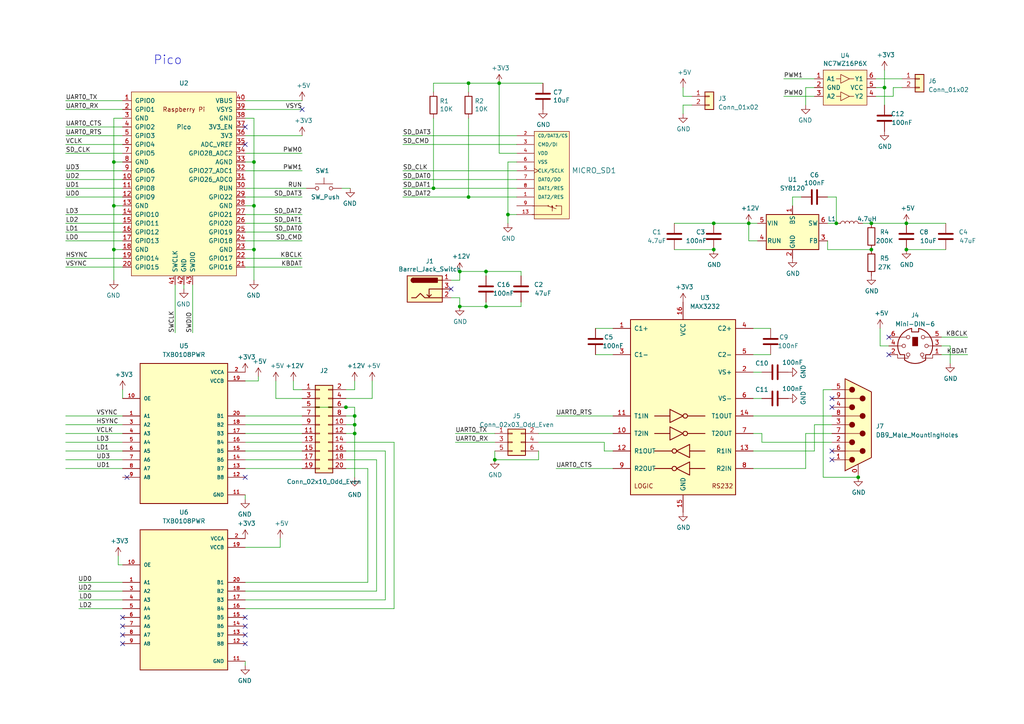
<source format=kicad_sch>
(kicad_sch (version 20230121) (generator eeschema)

  (uuid 85457f05-990a-4f15-b574-8180921ff1e3)

  (paper "A4")

  (lib_symbols
    (symbol "Connector:Barrel_Jack_Switch" (pin_names hide) (in_bom yes) (on_board yes)
      (property "Reference" "J" (at 0 5.334 0)
        (effects (font (size 1.27 1.27)))
      )
      (property "Value" "Barrel_Jack_Switch" (at 0 -5.08 0)
        (effects (font (size 1.27 1.27)))
      )
      (property "Footprint" "" (at 1.27 -1.016 0)
        (effects (font (size 1.27 1.27)) hide)
      )
      (property "Datasheet" "~" (at 1.27 -1.016 0)
        (effects (font (size 1.27 1.27)) hide)
      )
      (property "ki_keywords" "DC power barrel jack connector" (at 0 0 0)
        (effects (font (size 1.27 1.27)) hide)
      )
      (property "ki_description" "DC Barrel Jack with an internal switch" (at 0 0 0)
        (effects (font (size 1.27 1.27)) hide)
      )
      (property "ki_fp_filters" "BarrelJack*" (at 0 0 0)
        (effects (font (size 1.27 1.27)) hide)
      )
      (symbol "Barrel_Jack_Switch_0_1"
        (rectangle (start -5.08 3.81) (end 5.08 -3.81)
          (stroke (width 0.254) (type default))
          (fill (type background))
        )
        (arc (start -3.302 3.175) (mid -3.9343 2.54) (end -3.302 1.905)
          (stroke (width 0.254) (type default))
          (fill (type none))
        )
        (arc (start -3.302 3.175) (mid -3.9343 2.54) (end -3.302 1.905)
          (stroke (width 0.254) (type default))
          (fill (type outline))
        )
        (polyline
          (pts
            (xy 1.27 -2.286)
            (xy 1.905 -1.651)
          )
          (stroke (width 0.254) (type default))
          (fill (type none))
        )
        (polyline
          (pts
            (xy 5.08 2.54)
            (xy 3.81 2.54)
          )
          (stroke (width 0.254) (type default))
          (fill (type none))
        )
        (polyline
          (pts
            (xy 5.08 0)
            (xy 1.27 0)
            (xy 1.27 -2.286)
            (xy 0.635 -1.651)
          )
          (stroke (width 0.254) (type default))
          (fill (type none))
        )
        (polyline
          (pts
            (xy -3.81 -2.54)
            (xy -2.54 -2.54)
            (xy -1.27 -1.27)
            (xy 0 -2.54)
            (xy 2.54 -2.54)
            (xy 5.08 -2.54)
          )
          (stroke (width 0.254) (type default))
          (fill (type none))
        )
        (rectangle (start 3.683 3.175) (end -3.302 1.905)
          (stroke (width 0.254) (type default))
          (fill (type outline))
        )
      )
      (symbol "Barrel_Jack_Switch_1_1"
        (pin passive line (at 7.62 2.54 180) (length 2.54)
          (name "~" (effects (font (size 1.27 1.27))))
          (number "1" (effects (font (size 1.27 1.27))))
        )
        (pin passive line (at 7.62 -2.54 180) (length 2.54)
          (name "~" (effects (font (size 1.27 1.27))))
          (number "2" (effects (font (size 1.27 1.27))))
        )
        (pin passive line (at 7.62 0 180) (length 2.54)
          (name "~" (effects (font (size 1.27 1.27))))
          (number "3" (effects (font (size 1.27 1.27))))
        )
      )
    )
    (symbol "Connector:DB9_Male_MountingHoles" (pin_names (offset 1.016) hide) (in_bom yes) (on_board yes)
      (property "Reference" "J" (at 0 16.51 0)
        (effects (font (size 1.27 1.27)))
      )
      (property "Value" "DB9_Male_MountingHoles" (at 0 14.605 0)
        (effects (font (size 1.27 1.27)))
      )
      (property "Footprint" "" (at 0 0 0)
        (effects (font (size 1.27 1.27)) hide)
      )
      (property "Datasheet" " ~" (at 0 0 0)
        (effects (font (size 1.27 1.27)) hide)
      )
      (property "ki_keywords" "connector male D-SUB" (at 0 0 0)
        (effects (font (size 1.27 1.27)) hide)
      )
      (property "ki_description" "9-pin male D-SUB connector, Mounting Hole" (at 0 0 0)
        (effects (font (size 1.27 1.27)) hide)
      )
      (property "ki_fp_filters" "DSUB*Male*" (at 0 0 0)
        (effects (font (size 1.27 1.27)) hide)
      )
      (symbol "DB9_Male_MountingHoles_0_1"
        (circle (center -1.778 -10.16) (radius 0.762)
          (stroke (width 0) (type default))
          (fill (type outline))
        )
        (circle (center -1.778 -5.08) (radius 0.762)
          (stroke (width 0) (type default))
          (fill (type outline))
        )
        (circle (center -1.778 0) (radius 0.762)
          (stroke (width 0) (type default))
          (fill (type outline))
        )
        (circle (center -1.778 5.08) (radius 0.762)
          (stroke (width 0) (type default))
          (fill (type outline))
        )
        (circle (center -1.778 10.16) (radius 0.762)
          (stroke (width 0) (type default))
          (fill (type outline))
        )
        (polyline
          (pts
            (xy -3.81 -10.16)
            (xy -2.54 -10.16)
          )
          (stroke (width 0) (type default))
          (fill (type none))
        )
        (polyline
          (pts
            (xy -3.81 -7.62)
            (xy 0.508 -7.62)
          )
          (stroke (width 0) (type default))
          (fill (type none))
        )
        (polyline
          (pts
            (xy -3.81 -5.08)
            (xy -2.54 -5.08)
          )
          (stroke (width 0) (type default))
          (fill (type none))
        )
        (polyline
          (pts
            (xy -3.81 -2.54)
            (xy 0.508 -2.54)
          )
          (stroke (width 0) (type default))
          (fill (type none))
        )
        (polyline
          (pts
            (xy -3.81 0)
            (xy -2.54 0)
          )
          (stroke (width 0) (type default))
          (fill (type none))
        )
        (polyline
          (pts
            (xy -3.81 2.54)
            (xy 0.508 2.54)
          )
          (stroke (width 0) (type default))
          (fill (type none))
        )
        (polyline
          (pts
            (xy -3.81 5.08)
            (xy -2.54 5.08)
          )
          (stroke (width 0) (type default))
          (fill (type none))
        )
        (polyline
          (pts
            (xy -3.81 7.62)
            (xy 0.508 7.62)
          )
          (stroke (width 0) (type default))
          (fill (type none))
        )
        (polyline
          (pts
            (xy -3.81 10.16)
            (xy -2.54 10.16)
          )
          (stroke (width 0) (type default))
          (fill (type none))
        )
        (polyline
          (pts
            (xy -3.81 -13.335)
            (xy -3.81 13.335)
            (xy 3.81 9.525)
            (xy 3.81 -9.525)
            (xy -3.81 -13.335)
          )
          (stroke (width 0.254) (type default))
          (fill (type background))
        )
        (circle (center 1.27 -7.62) (radius 0.762)
          (stroke (width 0) (type default))
          (fill (type outline))
        )
        (circle (center 1.27 -2.54) (radius 0.762)
          (stroke (width 0) (type default))
          (fill (type outline))
        )
        (circle (center 1.27 2.54) (radius 0.762)
          (stroke (width 0) (type default))
          (fill (type outline))
        )
        (circle (center 1.27 7.62) (radius 0.762)
          (stroke (width 0) (type default))
          (fill (type outline))
        )
      )
      (symbol "DB9_Male_MountingHoles_1_1"
        (pin passive line (at 0 -15.24 90) (length 3.81)
          (name "PAD" (effects (font (size 1.27 1.27))))
          (number "0" (effects (font (size 1.27 1.27))))
        )
        (pin passive line (at -7.62 -10.16 0) (length 3.81)
          (name "1" (effects (font (size 1.27 1.27))))
          (number "1" (effects (font (size 1.27 1.27))))
        )
        (pin passive line (at -7.62 -5.08 0) (length 3.81)
          (name "2" (effects (font (size 1.27 1.27))))
          (number "2" (effects (font (size 1.27 1.27))))
        )
        (pin passive line (at -7.62 0 0) (length 3.81)
          (name "3" (effects (font (size 1.27 1.27))))
          (number "3" (effects (font (size 1.27 1.27))))
        )
        (pin passive line (at -7.62 5.08 0) (length 3.81)
          (name "4" (effects (font (size 1.27 1.27))))
          (number "4" (effects (font (size 1.27 1.27))))
        )
        (pin passive line (at -7.62 10.16 0) (length 3.81)
          (name "5" (effects (font (size 1.27 1.27))))
          (number "5" (effects (font (size 1.27 1.27))))
        )
        (pin passive line (at -7.62 -7.62 0) (length 3.81)
          (name "6" (effects (font (size 1.27 1.27))))
          (number "6" (effects (font (size 1.27 1.27))))
        )
        (pin passive line (at -7.62 -2.54 0) (length 3.81)
          (name "7" (effects (font (size 1.27 1.27))))
          (number "7" (effects (font (size 1.27 1.27))))
        )
        (pin passive line (at -7.62 2.54 0) (length 3.81)
          (name "8" (effects (font (size 1.27 1.27))))
          (number "8" (effects (font (size 1.27 1.27))))
        )
        (pin passive line (at -7.62 7.62 0) (length 3.81)
          (name "9" (effects (font (size 1.27 1.27))))
          (number "9" (effects (font (size 1.27 1.27))))
        )
      )
    )
    (symbol "Connector:Mini-DIN-6" (pin_names (offset 1.016)) (in_bom yes) (on_board yes)
      (property "Reference" "J" (at 0 6.35 0)
        (effects (font (size 1.27 1.27)))
      )
      (property "Value" "Mini-DIN-6" (at 0 -6.35 0)
        (effects (font (size 1.27 1.27)))
      )
      (property "Footprint" "" (at 0 0 0)
        (effects (font (size 1.27 1.27)) hide)
      )
      (property "Datasheet" "http://service.powerdynamics.com/ec/Catalog17/Section%2011.pdf" (at 0 0 0)
        (effects (font (size 1.27 1.27)) hide)
      )
      (property "ki_keywords" "Mini-DIN" (at 0 0 0)
        (effects (font (size 1.27 1.27)) hide)
      )
      (property "ki_description" "6-pin Mini-DIN connector" (at 0 0 0)
        (effects (font (size 1.27 1.27)) hide)
      )
      (property "ki_fp_filters" "MINI?DIN*" (at 0 0 0)
        (effects (font (size 1.27 1.27)) hide)
      )
      (symbol "Mini-DIN-6_0_1"
        (circle (center -3.302 0) (radius 0.508)
          (stroke (width 0) (type default))
          (fill (type none))
        )
        (arc (start -3.048 -4.064) (mid 0 -5.08) (end 3.048 -4.064)
          (stroke (width 0.254) (type default))
          (fill (type none))
        )
        (circle (center -2.032 -2.54) (radius 0.508)
          (stroke (width 0) (type default))
          (fill (type none))
        )
        (circle (center -2.032 2.54) (radius 0.508)
          (stroke (width 0) (type default))
          (fill (type none))
        )
        (arc (start -1.016 5.08) (mid -4.6243 2.1181) (end -4.318 -2.54)
          (stroke (width 0.254) (type default))
          (fill (type none))
        )
        (rectangle (start -0.762 2.54) (end 0.762 0)
          (stroke (width 0) (type default))
          (fill (type outline))
        )
        (polyline
          (pts
            (xy -3.81 0)
            (xy -5.08 0)
          )
          (stroke (width 0) (type default))
          (fill (type none))
        )
        (polyline
          (pts
            (xy -2.54 2.54)
            (xy -5.08 2.54)
          )
          (stroke (width 0) (type default))
          (fill (type none))
        )
        (polyline
          (pts
            (xy 2.794 2.54)
            (xy 5.08 2.54)
          )
          (stroke (width 0) (type default))
          (fill (type none))
        )
        (polyline
          (pts
            (xy 5.08 0)
            (xy 3.81 0)
          )
          (stroke (width 0) (type default))
          (fill (type none))
        )
        (polyline
          (pts
            (xy -4.318 -2.54)
            (xy -3.048 -2.54)
            (xy -3.048 -4.064)
          )
          (stroke (width 0.254) (type default))
          (fill (type none))
        )
        (polyline
          (pts
            (xy 4.318 -2.54)
            (xy 3.048 -2.54)
            (xy 3.048 -4.064)
          )
          (stroke (width 0.254) (type default))
          (fill (type none))
        )
        (polyline
          (pts
            (xy -2.032 -3.048)
            (xy -2.032 -3.556)
            (xy -5.08 -3.556)
            (xy -5.08 -2.54)
          )
          (stroke (width 0) (type default))
          (fill (type none))
        )
        (polyline
          (pts
            (xy -1.016 5.08)
            (xy -1.016 4.064)
            (xy 1.016 4.064)
            (xy 1.016 5.08)
          )
          (stroke (width 0.254) (type default))
          (fill (type none))
        )
        (polyline
          (pts
            (xy 2.032 -3.048)
            (xy 2.032 -3.556)
            (xy 5.08 -3.556)
            (xy 5.08 -2.54)
          )
          (stroke (width 0) (type default))
          (fill (type none))
        )
        (circle (center 2.032 -2.54) (radius 0.508)
          (stroke (width 0) (type default))
          (fill (type none))
        )
        (circle (center 2.286 2.54) (radius 0.508)
          (stroke (width 0) (type default))
          (fill (type none))
        )
        (circle (center 3.302 0) (radius 0.508)
          (stroke (width 0) (type default))
          (fill (type none))
        )
        (arc (start 4.318 -2.54) (mid 4.6646 2.1357) (end 1.016 5.08)
          (stroke (width 0.254) (type default))
          (fill (type none))
        )
      )
      (symbol "Mini-DIN-6_1_1"
        (pin passive line (at 7.62 -2.54 180) (length 2.54)
          (name "~" (effects (font (size 1.27 1.27))))
          (number "1" (effects (font (size 1.27 1.27))))
        )
        (pin passive line (at -7.62 -2.54 0) (length 2.54)
          (name "~" (effects (font (size 1.27 1.27))))
          (number "2" (effects (font (size 1.27 1.27))))
        )
        (pin passive line (at 7.62 0 180) (length 2.54)
          (name "~" (effects (font (size 1.27 1.27))))
          (number "3" (effects (font (size 1.27 1.27))))
        )
        (pin passive line (at -7.62 0 0) (length 2.54)
          (name "~" (effects (font (size 1.27 1.27))))
          (number "4" (effects (font (size 1.27 1.27))))
        )
        (pin passive line (at 7.62 2.54 180) (length 2.54)
          (name "~" (effects (font (size 1.27 1.27))))
          (number "5" (effects (font (size 1.27 1.27))))
        )
        (pin passive line (at -7.62 2.54 0) (length 2.54)
          (name "~" (effects (font (size 1.27 1.27))))
          (number "6" (effects (font (size 1.27 1.27))))
        )
      )
    )
    (symbol "Connector_Generic:Conn_01x02" (pin_names (offset 1.016) hide) (in_bom yes) (on_board yes)
      (property "Reference" "J" (at 0 2.54 0)
        (effects (font (size 1.27 1.27)))
      )
      (property "Value" "Conn_01x02" (at 0 -5.08 0)
        (effects (font (size 1.27 1.27)))
      )
      (property "Footprint" "" (at 0 0 0)
        (effects (font (size 1.27 1.27)) hide)
      )
      (property "Datasheet" "~" (at 0 0 0)
        (effects (font (size 1.27 1.27)) hide)
      )
      (property "ki_keywords" "connector" (at 0 0 0)
        (effects (font (size 1.27 1.27)) hide)
      )
      (property "ki_description" "Generic connector, single row, 01x02, script generated (kicad-library-utils/schlib/autogen/connector/)" (at 0 0 0)
        (effects (font (size 1.27 1.27)) hide)
      )
      (property "ki_fp_filters" "Connector*:*_1x??_*" (at 0 0 0)
        (effects (font (size 1.27 1.27)) hide)
      )
      (symbol "Conn_01x02_1_1"
        (rectangle (start -1.27 -2.413) (end 0 -2.667)
          (stroke (width 0.1524) (type default))
          (fill (type none))
        )
        (rectangle (start -1.27 0.127) (end 0 -0.127)
          (stroke (width 0.1524) (type default))
          (fill (type none))
        )
        (rectangle (start -1.27 1.27) (end 1.27 -3.81)
          (stroke (width 0.254) (type default))
          (fill (type background))
        )
        (pin passive line (at -5.08 0 0) (length 3.81)
          (name "Pin_1" (effects (font (size 1.27 1.27))))
          (number "1" (effects (font (size 1.27 1.27))))
        )
        (pin passive line (at -5.08 -2.54 0) (length 3.81)
          (name "Pin_2" (effects (font (size 1.27 1.27))))
          (number "2" (effects (font (size 1.27 1.27))))
        )
      )
    )
    (symbol "Connector_Generic:Conn_02x03_Odd_Even" (pin_names (offset 1.016) hide) (in_bom yes) (on_board yes)
      (property "Reference" "J" (at 1.27 5.08 0)
        (effects (font (size 1.27 1.27)))
      )
      (property "Value" "Conn_02x03_Odd_Even" (at 1.27 -5.08 0)
        (effects (font (size 1.27 1.27)))
      )
      (property "Footprint" "" (at 0 0 0)
        (effects (font (size 1.27 1.27)) hide)
      )
      (property "Datasheet" "~" (at 0 0 0)
        (effects (font (size 1.27 1.27)) hide)
      )
      (property "ki_keywords" "connector" (at 0 0 0)
        (effects (font (size 1.27 1.27)) hide)
      )
      (property "ki_description" "Generic connector, double row, 02x03, odd/even pin numbering scheme (row 1 odd numbers, row 2 even numbers), script generated (kicad-library-utils/schlib/autogen/connector/)" (at 0 0 0)
        (effects (font (size 1.27 1.27)) hide)
      )
      (property "ki_fp_filters" "Connector*:*_2x??_*" (at 0 0 0)
        (effects (font (size 1.27 1.27)) hide)
      )
      (symbol "Conn_02x03_Odd_Even_1_1"
        (rectangle (start -1.27 -2.413) (end 0 -2.667)
          (stroke (width 0.1524) (type default))
          (fill (type none))
        )
        (rectangle (start -1.27 0.127) (end 0 -0.127)
          (stroke (width 0.1524) (type default))
          (fill (type none))
        )
        (rectangle (start -1.27 2.667) (end 0 2.413)
          (stroke (width 0.1524) (type default))
          (fill (type none))
        )
        (rectangle (start -1.27 3.81) (end 3.81 -3.81)
          (stroke (width 0.254) (type default))
          (fill (type background))
        )
        (rectangle (start 3.81 -2.413) (end 2.54 -2.667)
          (stroke (width 0.1524) (type default))
          (fill (type none))
        )
        (rectangle (start 3.81 0.127) (end 2.54 -0.127)
          (stroke (width 0.1524) (type default))
          (fill (type none))
        )
        (rectangle (start 3.81 2.667) (end 2.54 2.413)
          (stroke (width 0.1524) (type default))
          (fill (type none))
        )
        (pin passive line (at -5.08 2.54 0) (length 3.81)
          (name "Pin_1" (effects (font (size 1.27 1.27))))
          (number "1" (effects (font (size 1.27 1.27))))
        )
        (pin passive line (at 7.62 2.54 180) (length 3.81)
          (name "Pin_2" (effects (font (size 1.27 1.27))))
          (number "2" (effects (font (size 1.27 1.27))))
        )
        (pin passive line (at -5.08 0 0) (length 3.81)
          (name "Pin_3" (effects (font (size 1.27 1.27))))
          (number "3" (effects (font (size 1.27 1.27))))
        )
        (pin passive line (at 7.62 0 180) (length 3.81)
          (name "Pin_4" (effects (font (size 1.27 1.27))))
          (number "4" (effects (font (size 1.27 1.27))))
        )
        (pin passive line (at -5.08 -2.54 0) (length 3.81)
          (name "Pin_5" (effects (font (size 1.27 1.27))))
          (number "5" (effects (font (size 1.27 1.27))))
        )
        (pin passive line (at 7.62 -2.54 180) (length 3.81)
          (name "Pin_6" (effects (font (size 1.27 1.27))))
          (number "6" (effects (font (size 1.27 1.27))))
        )
      )
    )
    (symbol "Connector_Generic:Conn_02x10_Odd_Even" (pin_names (offset 1.016) hide) (in_bom yes) (on_board yes)
      (property "Reference" "J" (at 1.27 12.7 0)
        (effects (font (size 1.27 1.27)))
      )
      (property "Value" "Conn_02x10_Odd_Even" (at 1.27 -15.24 0)
        (effects (font (size 1.27 1.27)))
      )
      (property "Footprint" "" (at 0 0 0)
        (effects (font (size 1.27 1.27)) hide)
      )
      (property "Datasheet" "~" (at 0 0 0)
        (effects (font (size 1.27 1.27)) hide)
      )
      (property "ki_keywords" "connector" (at 0 0 0)
        (effects (font (size 1.27 1.27)) hide)
      )
      (property "ki_description" "Generic connector, double row, 02x10, odd/even pin numbering scheme (row 1 odd numbers, row 2 even numbers), script generated (kicad-library-utils/schlib/autogen/connector/)" (at 0 0 0)
        (effects (font (size 1.27 1.27)) hide)
      )
      (property "ki_fp_filters" "Connector*:*_2x??_*" (at 0 0 0)
        (effects (font (size 1.27 1.27)) hide)
      )
      (symbol "Conn_02x10_Odd_Even_1_1"
        (rectangle (start -1.27 -12.573) (end 0 -12.827)
          (stroke (width 0.1524) (type default))
          (fill (type none))
        )
        (rectangle (start -1.27 -10.033) (end 0 -10.287)
          (stroke (width 0.1524) (type default))
          (fill (type none))
        )
        (rectangle (start -1.27 -7.493) (end 0 -7.747)
          (stroke (width 0.1524) (type default))
          (fill (type none))
        )
        (rectangle (start -1.27 -4.953) (end 0 -5.207)
          (stroke (width 0.1524) (type default))
          (fill (type none))
        )
        (rectangle (start -1.27 -2.413) (end 0 -2.667)
          (stroke (width 0.1524) (type default))
          (fill (type none))
        )
        (rectangle (start -1.27 0.127) (end 0 -0.127)
          (stroke (width 0.1524) (type default))
          (fill (type none))
        )
        (rectangle (start -1.27 2.667) (end 0 2.413)
          (stroke (width 0.1524) (type default))
          (fill (type none))
        )
        (rectangle (start -1.27 5.207) (end 0 4.953)
          (stroke (width 0.1524) (type default))
          (fill (type none))
        )
        (rectangle (start -1.27 7.747) (end 0 7.493)
          (stroke (width 0.1524) (type default))
          (fill (type none))
        )
        (rectangle (start -1.27 10.287) (end 0 10.033)
          (stroke (width 0.1524) (type default))
          (fill (type none))
        )
        (rectangle (start -1.27 11.43) (end 3.81 -13.97)
          (stroke (width 0.254) (type default))
          (fill (type background))
        )
        (rectangle (start 3.81 -12.573) (end 2.54 -12.827)
          (stroke (width 0.1524) (type default))
          (fill (type none))
        )
        (rectangle (start 3.81 -10.033) (end 2.54 -10.287)
          (stroke (width 0.1524) (type default))
          (fill (type none))
        )
        (rectangle (start 3.81 -7.493) (end 2.54 -7.747)
          (stroke (width 0.1524) (type default))
          (fill (type none))
        )
        (rectangle (start 3.81 -4.953) (end 2.54 -5.207)
          (stroke (width 0.1524) (type default))
          (fill (type none))
        )
        (rectangle (start 3.81 -2.413) (end 2.54 -2.667)
          (stroke (width 0.1524) (type default))
          (fill (type none))
        )
        (rectangle (start 3.81 0.127) (end 2.54 -0.127)
          (stroke (width 0.1524) (type default))
          (fill (type none))
        )
        (rectangle (start 3.81 2.667) (end 2.54 2.413)
          (stroke (width 0.1524) (type default))
          (fill (type none))
        )
        (rectangle (start 3.81 5.207) (end 2.54 4.953)
          (stroke (width 0.1524) (type default))
          (fill (type none))
        )
        (rectangle (start 3.81 7.747) (end 2.54 7.493)
          (stroke (width 0.1524) (type default))
          (fill (type none))
        )
        (rectangle (start 3.81 10.287) (end 2.54 10.033)
          (stroke (width 0.1524) (type default))
          (fill (type none))
        )
        (pin passive line (at -5.08 10.16 0) (length 3.81)
          (name "Pin_1" (effects (font (size 1.27 1.27))))
          (number "1" (effects (font (size 1.27 1.27))))
        )
        (pin passive line (at 7.62 0 180) (length 3.81)
          (name "Pin_10" (effects (font (size 1.27 1.27))))
          (number "10" (effects (font (size 1.27 1.27))))
        )
        (pin passive line (at -5.08 -2.54 0) (length 3.81)
          (name "Pin_11" (effects (font (size 1.27 1.27))))
          (number "11" (effects (font (size 1.27 1.27))))
        )
        (pin passive line (at 7.62 -2.54 180) (length 3.81)
          (name "Pin_12" (effects (font (size 1.27 1.27))))
          (number "12" (effects (font (size 1.27 1.27))))
        )
        (pin passive line (at -5.08 -5.08 0) (length 3.81)
          (name "Pin_13" (effects (font (size 1.27 1.27))))
          (number "13" (effects (font (size 1.27 1.27))))
        )
        (pin passive line (at 7.62 -5.08 180) (length 3.81)
          (name "Pin_14" (effects (font (size 1.27 1.27))))
          (number "14" (effects (font (size 1.27 1.27))))
        )
        (pin passive line (at -5.08 -7.62 0) (length 3.81)
          (name "Pin_15" (effects (font (size 1.27 1.27))))
          (number "15" (effects (font (size 1.27 1.27))))
        )
        (pin passive line (at 7.62 -7.62 180) (length 3.81)
          (name "Pin_16" (effects (font (size 1.27 1.27))))
          (number "16" (effects (font (size 1.27 1.27))))
        )
        (pin passive line (at -5.08 -10.16 0) (length 3.81)
          (name "Pin_17" (effects (font (size 1.27 1.27))))
          (number "17" (effects (font (size 1.27 1.27))))
        )
        (pin passive line (at 7.62 -10.16 180) (length 3.81)
          (name "Pin_18" (effects (font (size 1.27 1.27))))
          (number "18" (effects (font (size 1.27 1.27))))
        )
        (pin passive line (at -5.08 -12.7 0) (length 3.81)
          (name "Pin_19" (effects (font (size 1.27 1.27))))
          (number "19" (effects (font (size 1.27 1.27))))
        )
        (pin passive line (at 7.62 10.16 180) (length 3.81)
          (name "Pin_2" (effects (font (size 1.27 1.27))))
          (number "2" (effects (font (size 1.27 1.27))))
        )
        (pin passive line (at 7.62 -12.7 180) (length 3.81)
          (name "Pin_20" (effects (font (size 1.27 1.27))))
          (number "20" (effects (font (size 1.27 1.27))))
        )
        (pin passive line (at -5.08 7.62 0) (length 3.81)
          (name "Pin_3" (effects (font (size 1.27 1.27))))
          (number "3" (effects (font (size 1.27 1.27))))
        )
        (pin passive line (at 7.62 7.62 180) (length 3.81)
          (name "Pin_4" (effects (font (size 1.27 1.27))))
          (number "4" (effects (font (size 1.27 1.27))))
        )
        (pin passive line (at -5.08 5.08 0) (length 3.81)
          (name "Pin_5" (effects (font (size 1.27 1.27))))
          (number "5" (effects (font (size 1.27 1.27))))
        )
        (pin passive line (at 7.62 5.08 180) (length 3.81)
          (name "Pin_6" (effects (font (size 1.27 1.27))))
          (number "6" (effects (font (size 1.27 1.27))))
        )
        (pin passive line (at -5.08 2.54 0) (length 3.81)
          (name "Pin_7" (effects (font (size 1.27 1.27))))
          (number "7" (effects (font (size 1.27 1.27))))
        )
        (pin passive line (at 7.62 2.54 180) (length 3.81)
          (name "Pin_8" (effects (font (size 1.27 1.27))))
          (number "8" (effects (font (size 1.27 1.27))))
        )
        (pin passive line (at -5.08 0 0) (length 3.81)
          (name "Pin_9" (effects (font (size 1.27 1.27))))
          (number "9" (effects (font (size 1.27 1.27))))
        )
      )
    )
    (symbol "Device:C" (pin_numbers hide) (pin_names (offset 0.254)) (in_bom yes) (on_board yes)
      (property "Reference" "C" (at 0.635 2.54 0)
        (effects (font (size 1.27 1.27)) (justify left))
      )
      (property "Value" "C" (at 0.635 -2.54 0)
        (effects (font (size 1.27 1.27)) (justify left))
      )
      (property "Footprint" "" (at 0.9652 -3.81 0)
        (effects (font (size 1.27 1.27)) hide)
      )
      (property "Datasheet" "~" (at 0 0 0)
        (effects (font (size 1.27 1.27)) hide)
      )
      (property "ki_keywords" "cap capacitor" (at 0 0 0)
        (effects (font (size 1.27 1.27)) hide)
      )
      (property "ki_description" "Unpolarized capacitor" (at 0 0 0)
        (effects (font (size 1.27 1.27)) hide)
      )
      (property "ki_fp_filters" "C_*" (at 0 0 0)
        (effects (font (size 1.27 1.27)) hide)
      )
      (symbol "C_0_1"
        (polyline
          (pts
            (xy -2.032 -0.762)
            (xy 2.032 -0.762)
          )
          (stroke (width 0.508) (type default))
          (fill (type none))
        )
        (polyline
          (pts
            (xy -2.032 0.762)
            (xy 2.032 0.762)
          )
          (stroke (width 0.508) (type default))
          (fill (type none))
        )
      )
      (symbol "C_1_1"
        (pin passive line (at 0 3.81 270) (length 2.794)
          (name "~" (effects (font (size 1.27 1.27))))
          (number "1" (effects (font (size 1.27 1.27))))
        )
        (pin passive line (at 0 -3.81 90) (length 2.794)
          (name "~" (effects (font (size 1.27 1.27))))
          (number "2" (effects (font (size 1.27 1.27))))
        )
      )
    )
    (symbol "Device:L" (pin_numbers hide) (pin_names (offset 1.016) hide) (in_bom yes) (on_board yes)
      (property "Reference" "L" (at -1.27 0 90)
        (effects (font (size 1.27 1.27)))
      )
      (property "Value" "L" (at 1.905 0 90)
        (effects (font (size 1.27 1.27)))
      )
      (property "Footprint" "" (at 0 0 0)
        (effects (font (size 1.27 1.27)) hide)
      )
      (property "Datasheet" "~" (at 0 0 0)
        (effects (font (size 1.27 1.27)) hide)
      )
      (property "ki_keywords" "inductor choke coil reactor magnetic" (at 0 0 0)
        (effects (font (size 1.27 1.27)) hide)
      )
      (property "ki_description" "Inductor" (at 0 0 0)
        (effects (font (size 1.27 1.27)) hide)
      )
      (property "ki_fp_filters" "Choke_* *Coil* Inductor_* L_*" (at 0 0 0)
        (effects (font (size 1.27 1.27)) hide)
      )
      (symbol "L_0_1"
        (arc (start 0 -2.54) (mid 0.6323 -1.905) (end 0 -1.27)
          (stroke (width 0) (type default))
          (fill (type none))
        )
        (arc (start 0 -1.27) (mid 0.6323 -0.635) (end 0 0)
          (stroke (width 0) (type default))
          (fill (type none))
        )
        (arc (start 0 0) (mid 0.6323 0.635) (end 0 1.27)
          (stroke (width 0) (type default))
          (fill (type none))
        )
        (arc (start 0 1.27) (mid 0.6323 1.905) (end 0 2.54)
          (stroke (width 0) (type default))
          (fill (type none))
        )
      )
      (symbol "L_1_1"
        (pin passive line (at 0 3.81 270) (length 1.27)
          (name "1" (effects (font (size 1.27 1.27))))
          (number "1" (effects (font (size 1.27 1.27))))
        )
        (pin passive line (at 0 -3.81 90) (length 1.27)
          (name "2" (effects (font (size 1.27 1.27))))
          (number "2" (effects (font (size 1.27 1.27))))
        )
      )
    )
    (symbol "Device:R" (pin_numbers hide) (pin_names (offset 0)) (in_bom yes) (on_board yes)
      (property "Reference" "R" (at 2.032 0 90)
        (effects (font (size 1.27 1.27)))
      )
      (property "Value" "R" (at 0 0 90)
        (effects (font (size 1.27 1.27)))
      )
      (property "Footprint" "" (at -1.778 0 90)
        (effects (font (size 1.27 1.27)) hide)
      )
      (property "Datasheet" "~" (at 0 0 0)
        (effects (font (size 1.27 1.27)) hide)
      )
      (property "ki_keywords" "R res resistor" (at 0 0 0)
        (effects (font (size 1.27 1.27)) hide)
      )
      (property "ki_description" "Resistor" (at 0 0 0)
        (effects (font (size 1.27 1.27)) hide)
      )
      (property "ki_fp_filters" "R_*" (at 0 0 0)
        (effects (font (size 1.27 1.27)) hide)
      )
      (symbol "R_0_1"
        (rectangle (start -1.016 -2.54) (end 1.016 2.54)
          (stroke (width 0.254) (type default))
          (fill (type none))
        )
      )
      (symbol "R_1_1"
        (pin passive line (at 0 3.81 270) (length 1.27)
          (name "~" (effects (font (size 1.27 1.27))))
          (number "1" (effects (font (size 1.27 1.27))))
        )
        (pin passive line (at 0 -3.81 90) (length 1.27)
          (name "~" (effects (font (size 1.27 1.27))))
          (number "2" (effects (font (size 1.27 1.27))))
        )
      )
    )
    (symbol "Interface_UART:MAX3232" (pin_names (offset 1.016)) (in_bom yes) (on_board yes)
      (property "Reference" "U" (at -2.54 28.575 0)
        (effects (font (size 1.27 1.27)) (justify right))
      )
      (property "Value" "MAX3232" (at -2.54 26.67 0)
        (effects (font (size 1.27 1.27)) (justify right))
      )
      (property "Footprint" "" (at 1.27 -26.67 0)
        (effects (font (size 1.27 1.27)) (justify left) hide)
      )
      (property "Datasheet" "https://datasheets.maximintegrated.com/en/ds/MAX3222-MAX3241.pdf" (at 0 2.54 0)
        (effects (font (size 1.27 1.27)) hide)
      )
      (property "ki_keywords" "rs232 uart transceiver line-driver" (at 0 0 0)
        (effects (font (size 1.27 1.27)) hide)
      )
      (property "ki_description" "3.0V to 5.5V, Low-Power, up to 1Mbps, True RS-232 Transceivers Using Four 0.1μF External Capacitors" (at 0 0 0)
        (effects (font (size 1.27 1.27)) hide)
      )
      (property "ki_fp_filters" "SOIC*P1.27mm* DIP*W7.62mm* TSSOP*4.4x5mm*P0.65mm*" (at 0 0 0)
        (effects (font (size 1.27 1.27)) hide)
      )
      (symbol "MAX3232_0_0"
        (text "LOGIC" (at -11.43 -22.86 0)
          (effects (font (size 1.27 1.27)))
        )
        (text "RS232" (at 11.43 -22.86 0)
          (effects (font (size 1.27 1.27)))
        )
      )
      (symbol "MAX3232_0_1"
        (rectangle (start -15.24 -25.4) (end 15.24 25.4)
          (stroke (width 0.254) (type default))
          (fill (type background))
        )
        (circle (center -2.54 -17.78) (radius 0.635)
          (stroke (width 0.254) (type default))
          (fill (type none))
        )
        (circle (center -2.54 -12.7) (radius 0.635)
          (stroke (width 0.254) (type default))
          (fill (type none))
        )
        (polyline
          (pts
            (xy -3.81 -7.62)
            (xy -8.255 -7.62)
          )
          (stroke (width 0.254) (type default))
          (fill (type none))
        )
        (polyline
          (pts
            (xy -3.81 -2.54)
            (xy -8.255 -2.54)
          )
          (stroke (width 0.254) (type default))
          (fill (type none))
        )
        (polyline
          (pts
            (xy -3.175 -17.78)
            (xy -8.255 -17.78)
          )
          (stroke (width 0.254) (type default))
          (fill (type none))
        )
        (polyline
          (pts
            (xy -3.175 -12.7)
            (xy -8.255 -12.7)
          )
          (stroke (width 0.254) (type default))
          (fill (type none))
        )
        (polyline
          (pts
            (xy 1.27 -7.62)
            (xy 6.35 -7.62)
          )
          (stroke (width 0.254) (type default))
          (fill (type none))
        )
        (polyline
          (pts
            (xy 1.27 -2.54)
            (xy 6.35 -2.54)
          )
          (stroke (width 0.254) (type default))
          (fill (type none))
        )
        (polyline
          (pts
            (xy 1.905 -17.78)
            (xy 6.35 -17.78)
          )
          (stroke (width 0.254) (type default))
          (fill (type none))
        )
        (polyline
          (pts
            (xy 1.905 -12.7)
            (xy 6.35 -12.7)
          )
          (stroke (width 0.254) (type default))
          (fill (type none))
        )
        (polyline
          (pts
            (xy -3.81 -5.715)
            (xy -3.81 -9.525)
            (xy 0 -7.62)
            (xy -3.81 -5.715)
          )
          (stroke (width 0.254) (type default))
          (fill (type none))
        )
        (polyline
          (pts
            (xy -3.81 -0.635)
            (xy -3.81 -4.445)
            (xy 0 -2.54)
            (xy -3.81 -0.635)
          )
          (stroke (width 0.254) (type default))
          (fill (type none))
        )
        (polyline
          (pts
            (xy 1.905 -15.875)
            (xy 1.905 -19.685)
            (xy -1.905 -17.78)
            (xy 1.905 -15.875)
          )
          (stroke (width 0.254) (type default))
          (fill (type none))
        )
        (polyline
          (pts
            (xy 1.905 -10.795)
            (xy 1.905 -14.605)
            (xy -1.905 -12.7)
            (xy 1.905 -10.795)
          )
          (stroke (width 0.254) (type default))
          (fill (type none))
        )
        (circle (center 0.635 -7.62) (radius 0.635)
          (stroke (width 0.254) (type default))
          (fill (type none))
        )
        (circle (center 0.635 -2.54) (radius 0.635)
          (stroke (width 0.254) (type default))
          (fill (type none))
        )
      )
      (symbol "MAX3232_1_1"
        (pin passive line (at -20.32 22.86 0) (length 5.08)
          (name "C1+" (effects (font (size 1.27 1.27))))
          (number "1" (effects (font (size 1.27 1.27))))
        )
        (pin input line (at -20.32 -7.62 0) (length 5.08)
          (name "T2IN" (effects (font (size 1.27 1.27))))
          (number "10" (effects (font (size 1.27 1.27))))
        )
        (pin input line (at -20.32 -2.54 0) (length 5.08)
          (name "T1IN" (effects (font (size 1.27 1.27))))
          (number "11" (effects (font (size 1.27 1.27))))
        )
        (pin output line (at -20.32 -12.7 0) (length 5.08)
          (name "R1OUT" (effects (font (size 1.27 1.27))))
          (number "12" (effects (font (size 1.27 1.27))))
        )
        (pin input line (at 20.32 -12.7 180) (length 5.08)
          (name "R1IN" (effects (font (size 1.27 1.27))))
          (number "13" (effects (font (size 1.27 1.27))))
        )
        (pin output line (at 20.32 -2.54 180) (length 5.08)
          (name "T1OUT" (effects (font (size 1.27 1.27))))
          (number "14" (effects (font (size 1.27 1.27))))
        )
        (pin power_in line (at 0 -30.48 90) (length 5.08)
          (name "GND" (effects (font (size 1.27 1.27))))
          (number "15" (effects (font (size 1.27 1.27))))
        )
        (pin power_in line (at 0 30.48 270) (length 5.08)
          (name "VCC" (effects (font (size 1.27 1.27))))
          (number "16" (effects (font (size 1.27 1.27))))
        )
        (pin power_out line (at 20.32 10.16 180) (length 5.08)
          (name "VS+" (effects (font (size 1.27 1.27))))
          (number "2" (effects (font (size 1.27 1.27))))
        )
        (pin passive line (at -20.32 15.24 0) (length 5.08)
          (name "C1-" (effects (font (size 1.27 1.27))))
          (number "3" (effects (font (size 1.27 1.27))))
        )
        (pin passive line (at 20.32 22.86 180) (length 5.08)
          (name "C2+" (effects (font (size 1.27 1.27))))
          (number "4" (effects (font (size 1.27 1.27))))
        )
        (pin passive line (at 20.32 15.24 180) (length 5.08)
          (name "C2-" (effects (font (size 1.27 1.27))))
          (number "5" (effects (font (size 1.27 1.27))))
        )
        (pin power_out line (at 20.32 2.54 180) (length 5.08)
          (name "VS-" (effects (font (size 1.27 1.27))))
          (number "6" (effects (font (size 1.27 1.27))))
        )
        (pin output line (at 20.32 -7.62 180) (length 5.08)
          (name "T2OUT" (effects (font (size 1.27 1.27))))
          (number "7" (effects (font (size 1.27 1.27))))
        )
        (pin input line (at 20.32 -17.78 180) (length 5.08)
          (name "R2IN" (effects (font (size 1.27 1.27))))
          (number "8" (effects (font (size 1.27 1.27))))
        )
        (pin output line (at -20.32 -17.78 0) (length 5.08)
          (name "R2OUT" (effects (font (size 1.27 1.27))))
          (number "9" (effects (font (size 1.27 1.27))))
        )
      )
    )
    (symbol "RPi_Pico:NC7WZ16P6X" (pin_names (offset 1.016)) (in_bom yes) (on_board yes)
      (property "Reference" "U" (at -5.08 6.35 0)
        (effects (font (size 1.27 1.27)))
      )
      (property "Value" "NC7WZ16P6X" (at 0 -6.35 0)
        (effects (font (size 1.27 1.27)))
      )
      (property "Footprint" "Package_TO_SOT_SMD:SOT-363_SC-70-6" (at 0 -8.89 0)
        (effects (font (size 1.27 1.27)) hide)
      )
      (property "Datasheet" "" (at 0 0 0)
        (effects (font (size 1.27 1.27)) hide)
      )
      (symbol "NC7WZ16P6X_0_1"
        (rectangle (start -6.35 5.08) (end 6.35 -5.08)
          (stroke (width 0) (type default))
          (fill (type background))
        )
        (polyline
          (pts
            (xy 1.27 -2.54)
            (xy 2.54 -2.54)
          )
          (stroke (width 0) (type default))
          (fill (type none))
        )
        (polyline
          (pts
            (xy 1.27 2.54)
            (xy 2.54 2.54)
          )
          (stroke (width 0) (type default))
          (fill (type none))
        )
        (polyline
          (pts
            (xy -2.54 -2.54)
            (xy -1.27 -2.54)
            (xy -1.27 -1.27)
            (xy 1.27 -2.54)
            (xy -1.27 -3.81)
            (xy -1.27 -2.54)
          )
          (stroke (width 0) (type default))
          (fill (type none))
        )
        (polyline
          (pts
            (xy -2.54 2.54)
            (xy -1.27 2.54)
            (xy -1.27 3.81)
            (xy 1.27 2.54)
            (xy -1.27 1.27)
            (xy -1.27 2.54)
            (xy -2.54 2.54)
          )
          (stroke (width 0) (type default))
          (fill (type none))
        )
      )
      (symbol "NC7WZ16P6X_1_1"
        (pin input line (at -8.89 2.54 0) (length 2.54)
          (name "A1" (effects (font (size 1.27 1.27))))
          (number "1" (effects (font (size 1.27 1.27))))
        )
        (pin power_in line (at -8.89 0 0) (length 2.54)
          (name "GND" (effects (font (size 1.27 1.27))))
          (number "2" (effects (font (size 1.27 1.27))))
        )
        (pin input line (at -8.89 -2.54 0) (length 2.54)
          (name "A2" (effects (font (size 1.27 1.27))))
          (number "3" (effects (font (size 1.27 1.27))))
        )
        (pin output line (at 8.89 -2.54 180) (length 2.54)
          (name "Y2" (effects (font (size 1.27 1.27))))
          (number "4" (effects (font (size 1.27 1.27))))
        )
        (pin power_in line (at 8.89 0 180) (length 2.54)
          (name "VCC" (effects (font (size 1.27 1.27))))
          (number "5" (effects (font (size 1.27 1.27))))
        )
        (pin output line (at 8.89 2.54 180) (length 2.54)
          (name "Y1" (effects (font (size 1.27 1.27))))
          (number "6" (effects (font (size 1.27 1.27))))
        )
      )
    )
    (symbol "RPi_Pico:Pico" (pin_names (offset 1.016)) (in_bom yes) (on_board yes)
      (property "Reference" "U" (at -13.97 27.94 0)
        (effects (font (size 1.27 1.27)))
      )
      (property "Value" "Pico" (at 0 19.05 0)
        (effects (font (size 1.27 1.27)))
      )
      (property "Footprint" "RPi_Pico:RPi_Pico_SMD_TH" (at 0 0 90)
        (effects (font (size 1.27 1.27)) hide)
      )
      (property "Datasheet" "" (at 0 0 0)
        (effects (font (size 1.27 1.27)) hide)
      )
      (symbol "Pico_0_0"
        (text "Raspberry Pi" (at 0 21.59 0)
          (effects (font (size 1.27 1.27)))
        )
      )
      (symbol "Pico_0_1"
        (rectangle (start -15.24 26.67) (end 15.24 -26.67)
          (stroke (width 0) (type default))
          (fill (type background))
        )
      )
      (symbol "Pico_1_1"
        (pin bidirectional line (at -17.78 24.13 0) (length 2.54)
          (name "GPIO0" (effects (font (size 1.27 1.27))))
          (number "1" (effects (font (size 1.27 1.27))))
        )
        (pin bidirectional line (at -17.78 1.27 0) (length 2.54)
          (name "GPIO7" (effects (font (size 1.27 1.27))))
          (number "10" (effects (font (size 1.27 1.27))))
        )
        (pin bidirectional line (at -17.78 -1.27 0) (length 2.54)
          (name "GPIO8" (effects (font (size 1.27 1.27))))
          (number "11" (effects (font (size 1.27 1.27))))
        )
        (pin bidirectional line (at -17.78 -3.81 0) (length 2.54)
          (name "GPIO9" (effects (font (size 1.27 1.27))))
          (number "12" (effects (font (size 1.27 1.27))))
        )
        (pin power_in line (at -17.78 -6.35 0) (length 2.54)
          (name "GND" (effects (font (size 1.27 1.27))))
          (number "13" (effects (font (size 1.27 1.27))))
        )
        (pin bidirectional line (at -17.78 -8.89 0) (length 2.54)
          (name "GPIO10" (effects (font (size 1.27 1.27))))
          (number "14" (effects (font (size 1.27 1.27))))
        )
        (pin bidirectional line (at -17.78 -11.43 0) (length 2.54)
          (name "GPIO11" (effects (font (size 1.27 1.27))))
          (number "15" (effects (font (size 1.27 1.27))))
        )
        (pin bidirectional line (at -17.78 -13.97 0) (length 2.54)
          (name "GPIO12" (effects (font (size 1.27 1.27))))
          (number "16" (effects (font (size 1.27 1.27))))
        )
        (pin bidirectional line (at -17.78 -16.51 0) (length 2.54)
          (name "GPIO13" (effects (font (size 1.27 1.27))))
          (number "17" (effects (font (size 1.27 1.27))))
        )
        (pin power_in line (at -17.78 -19.05 0) (length 2.54)
          (name "GND" (effects (font (size 1.27 1.27))))
          (number "18" (effects (font (size 1.27 1.27))))
        )
        (pin bidirectional line (at -17.78 -21.59 0) (length 2.54)
          (name "GPIO14" (effects (font (size 1.27 1.27))))
          (number "19" (effects (font (size 1.27 1.27))))
        )
        (pin bidirectional line (at -17.78 21.59 0) (length 2.54)
          (name "GPIO1" (effects (font (size 1.27 1.27))))
          (number "2" (effects (font (size 1.27 1.27))))
        )
        (pin bidirectional line (at -17.78 -24.13 0) (length 2.54)
          (name "GPIO15" (effects (font (size 1.27 1.27))))
          (number "20" (effects (font (size 1.27 1.27))))
        )
        (pin bidirectional line (at 17.78 -24.13 180) (length 2.54)
          (name "GPIO16" (effects (font (size 1.27 1.27))))
          (number "21" (effects (font (size 1.27 1.27))))
        )
        (pin bidirectional line (at 17.78 -21.59 180) (length 2.54)
          (name "GPIO17" (effects (font (size 1.27 1.27))))
          (number "22" (effects (font (size 1.27 1.27))))
        )
        (pin power_in line (at 17.78 -19.05 180) (length 2.54)
          (name "GND" (effects (font (size 1.27 1.27))))
          (number "23" (effects (font (size 1.27 1.27))))
        )
        (pin bidirectional line (at 17.78 -16.51 180) (length 2.54)
          (name "GPIO18" (effects (font (size 1.27 1.27))))
          (number "24" (effects (font (size 1.27 1.27))))
        )
        (pin bidirectional line (at 17.78 -13.97 180) (length 2.54)
          (name "GPIO19" (effects (font (size 1.27 1.27))))
          (number "25" (effects (font (size 1.27 1.27))))
        )
        (pin bidirectional line (at 17.78 -11.43 180) (length 2.54)
          (name "GPIO20" (effects (font (size 1.27 1.27))))
          (number "26" (effects (font (size 1.27 1.27))))
        )
        (pin bidirectional line (at 17.78 -8.89 180) (length 2.54)
          (name "GPIO21" (effects (font (size 1.27 1.27))))
          (number "27" (effects (font (size 1.27 1.27))))
        )
        (pin power_in line (at 17.78 -6.35 180) (length 2.54)
          (name "GND" (effects (font (size 1.27 1.27))))
          (number "28" (effects (font (size 1.27 1.27))))
        )
        (pin bidirectional line (at 17.78 -3.81 180) (length 2.54)
          (name "GPIO22" (effects (font (size 1.27 1.27))))
          (number "29" (effects (font (size 1.27 1.27))))
        )
        (pin power_in line (at -17.78 19.05 0) (length 2.54)
          (name "GND" (effects (font (size 1.27 1.27))))
          (number "3" (effects (font (size 1.27 1.27))))
        )
        (pin input line (at 17.78 -1.27 180) (length 2.54)
          (name "RUN" (effects (font (size 1.27 1.27))))
          (number "30" (effects (font (size 1.27 1.27))))
        )
        (pin bidirectional line (at 17.78 1.27 180) (length 2.54)
          (name "GPIO26_ADC0" (effects (font (size 1.27 1.27))))
          (number "31" (effects (font (size 1.27 1.27))))
        )
        (pin bidirectional line (at 17.78 3.81 180) (length 2.54)
          (name "GPIO27_ADC1" (effects (font (size 1.27 1.27))))
          (number "32" (effects (font (size 1.27 1.27))))
        )
        (pin power_in line (at 17.78 6.35 180) (length 2.54)
          (name "AGND" (effects (font (size 1.27 1.27))))
          (number "33" (effects (font (size 1.27 1.27))))
        )
        (pin bidirectional line (at 17.78 8.89 180) (length 2.54)
          (name "GPIO28_ADC2" (effects (font (size 1.27 1.27))))
          (number "34" (effects (font (size 1.27 1.27))))
        )
        (pin unspecified line (at 17.78 11.43 180) (length 2.54)
          (name "ADC_VREF" (effects (font (size 1.27 1.27))))
          (number "35" (effects (font (size 1.27 1.27))))
        )
        (pin unspecified line (at 17.78 13.97 180) (length 2.54)
          (name "3V3" (effects (font (size 1.27 1.27))))
          (number "36" (effects (font (size 1.27 1.27))))
        )
        (pin input line (at 17.78 16.51 180) (length 2.54)
          (name "3V3_EN" (effects (font (size 1.27 1.27))))
          (number "37" (effects (font (size 1.27 1.27))))
        )
        (pin bidirectional line (at 17.78 19.05 180) (length 2.54)
          (name "GND" (effects (font (size 1.27 1.27))))
          (number "38" (effects (font (size 1.27 1.27))))
        )
        (pin unspecified line (at 17.78 21.59 180) (length 2.54)
          (name "VSYS" (effects (font (size 1.27 1.27))))
          (number "39" (effects (font (size 1.27 1.27))))
        )
        (pin bidirectional line (at -17.78 16.51 0) (length 2.54)
          (name "GPIO2" (effects (font (size 1.27 1.27))))
          (number "4" (effects (font (size 1.27 1.27))))
        )
        (pin unspecified line (at 17.78 24.13 180) (length 2.54)
          (name "VBUS" (effects (font (size 1.27 1.27))))
          (number "40" (effects (font (size 1.27 1.27))))
        )
        (pin input line (at -2.54 -29.21 90) (length 2.54)
          (name "SWCLK" (effects (font (size 1.27 1.27))))
          (number "41" (effects (font (size 1.27 1.27))))
        )
        (pin power_in line (at 0 -29.21 90) (length 2.54)
          (name "GND" (effects (font (size 1.27 1.27))))
          (number "42" (effects (font (size 1.27 1.27))))
        )
        (pin bidirectional line (at 2.54 -29.21 90) (length 2.54)
          (name "SWDIO" (effects (font (size 1.27 1.27))))
          (number "43" (effects (font (size 1.27 1.27))))
        )
        (pin bidirectional line (at -17.78 13.97 0) (length 2.54)
          (name "GPIO3" (effects (font (size 1.27 1.27))))
          (number "5" (effects (font (size 1.27 1.27))))
        )
        (pin bidirectional line (at -17.78 11.43 0) (length 2.54)
          (name "GPIO4" (effects (font (size 1.27 1.27))))
          (number "6" (effects (font (size 1.27 1.27))))
        )
        (pin bidirectional line (at -17.78 8.89 0) (length 2.54)
          (name "GPIO5" (effects (font (size 1.27 1.27))))
          (number "7" (effects (font (size 1.27 1.27))))
        )
        (pin power_in line (at -17.78 6.35 0) (length 2.54)
          (name "GND" (effects (font (size 1.27 1.27))))
          (number "8" (effects (font (size 1.27 1.27))))
        )
        (pin bidirectional line (at -17.78 3.81 0) (length 2.54)
          (name "GPIO6" (effects (font (size 1.27 1.27))))
          (number "9" (effects (font (size 1.27 1.27))))
        )
      )
    )
    (symbol "Sitina:MICRO_SD(TFC-WPAPR-08)" (pin_names (offset 1.016)) (in_bom yes) (on_board yes)
      (property "Reference" "MICRO_SD" (at 2.54 15.24 0)
        (effects (font (size 1.27 1.27)))
      )
      (property "Value" "MICRO_SD(TFC-WPAPR-08)" (at 0 -12.7 0)
        (effects (font (size 1.27 1.27)))
      )
      (property "Footprint" "footprints:TFC-WPAPR-08" (at 6.35 0 0)
        (effects (font (size 1.524 1.524)) hide)
      )
      (property "Datasheet" "" (at 6.35 0 0)
        (effects (font (size 1.524 1.524)))
      )
      (symbol "MICRO_SD(TFC-WPAPR-08)_0_0"
        (rectangle (start -2.54 13.97) (end 7.62 -11.43)
          (stroke (width 0) (type default))
          (fill (type background))
        )
        (polyline
          (pts
            (xy 2.6416 -7.5946)
            (xy 2.4638 -7.8994)
          )
          (stroke (width 0) (type default))
          (fill (type none))
        )
        (polyline
          (pts
            (xy 2.6924 -7.6962)
            (xy 2.6924 -9.1694)
          )
          (stroke (width 0) (type default))
          (fill (type none))
        )
        (polyline
          (pts
            (xy 2.667 -7.5438)
            (xy 2.921 -7.9756)
            (xy 2.8956 -7.9756)
          )
          (stroke (width 0) (type default))
          (fill (type none))
        )
      )
      (symbol "MICRO_SD(TFC-WPAPR-08)_0_1"
        (polyline
          (pts
            (xy -3.048 -7.6454)
            (xy 1.2954 -7.6454)
          )
          (stroke (width 0) (type default))
          (fill (type none))
        )
        (polyline
          (pts
            (xy 1.7018 -7.7978)
            (xy 3.81 -8.4582)
          )
          (stroke (width 0) (type default))
          (fill (type none))
        )
        (polyline
          (pts
            (xy -3.1496 -10.16)
            (xy 5.4102 -10.16)
            (xy 5.4102 -7.6454)
            (xy 4.1402 -7.6454)
          )
          (stroke (width 0) (type default))
          (fill (type none))
        )
        (circle (center 1.5494 -7.6454) (radius 0.1524)
          (stroke (width 0) (type default))
          (fill (type none))
        )
        (circle (center 3.8862 -7.62) (radius 0.1524)
          (stroke (width 0) (type default))
          (fill (type none))
        )
      )
      (symbol "MICRO_SD(TFC-WPAPR-08)_1_1"
        (pin bidirectional line (at -7.62 -5.08 0) (length 5.08)
          (name "DAT2/RES" (effects (font (size 0.9906 0.9906))))
          (number "1" (effects (font (size 0.9906 0.9906))))
        )
        (pin passive line (at -7.62 -10.16 0) (length 5.08) hide
          (name "~" (effects (font (size 0.9906 0.9906))))
          (number "10" (effects (font (size 0.9906 0.9906))))
        )
        (pin passive line (at -7.62 -10.16 0) (length 5.08) hide
          (name "~" (effects (font (size 0.9906 0.9906))))
          (number "11" (effects (font (size 0.9906 0.9906))))
        )
        (pin passive line (at -7.62 -10.16 0) (length 5.08) hide
          (name "~" (effects (font (size 0.9906 0.9906))))
          (number "12" (effects (font (size 0.9906 0.9906))))
        )
        (pin passive line (at -7.62 -10.16 0) (length 5.08)
          (name "~" (effects (font (size 0.9906 0.9906))))
          (number "13" (effects (font (size 0.9906 0.9906))))
        )
        (pin bidirectional line (at -7.62 12.7 0) (length 5.08)
          (name "CD/DAT3/CS" (effects (font (size 0.889 0.889))))
          (number "2" (effects (font (size 0.889 0.889))))
        )
        (pin input line (at -7.62 10.16 0) (length 5.08)
          (name "CMD/DI" (effects (font (size 0.9906 0.9906))))
          (number "3" (effects (font (size 0.9906 0.9906))))
        )
        (pin power_in line (at -7.62 7.62 0) (length 5.08)
          (name "VDD" (effects (font (size 0.9906 0.9906))))
          (number "4" (effects (font (size 0.9906 0.9906))))
        )
        (pin input clock (at -7.62 2.54 0) (length 5.08)
          (name "CLK/SCLK" (effects (font (size 0.9906 0.9906))))
          (number "5" (effects (font (size 0.9906 0.9906))))
        )
        (pin power_in line (at -7.62 5.08 0) (length 5.08)
          (name "VSS" (effects (font (size 0.9906 0.9906))))
          (number "6" (effects (font (size 0.9906 0.9906))))
        )
        (pin bidirectional line (at -7.62 0 0) (length 5.08)
          (name "DAT0/DO" (effects (font (size 0.9906 0.9906))))
          (number "7" (effects (font (size 0.9906 0.9906))))
        )
        (pin bidirectional line (at -7.62 -2.54 0) (length 5.08)
          (name "DAT1/RES" (effects (font (size 0.9906 0.9906))))
          (number "8" (effects (font (size 0.9906 0.9906))))
        )
        (pin passive line (at -7.62 -7.62 0) (length 5.08)
          (name "~" (effects (font (size 0.9906 0.9906))))
          (number "9" (effects (font (size 0.9906 0.9906))))
        )
      )
    )
    (symbol "Switch:SW_Push" (pin_numbers hide) (pin_names (offset 1.016) hide) (in_bom yes) (on_board yes)
      (property "Reference" "SW" (at 1.27 2.54 0)
        (effects (font (size 1.27 1.27)) (justify left))
      )
      (property "Value" "SW_Push" (at 0 -1.524 0)
        (effects (font (size 1.27 1.27)))
      )
      (property "Footprint" "" (at 0 5.08 0)
        (effects (font (size 1.27 1.27)) hide)
      )
      (property "Datasheet" "~" (at 0 5.08 0)
        (effects (font (size 1.27 1.27)) hide)
      )
      (property "ki_keywords" "switch normally-open pushbutton push-button" (at 0 0 0)
        (effects (font (size 1.27 1.27)) hide)
      )
      (property "ki_description" "Push button switch, generic, two pins" (at 0 0 0)
        (effects (font (size 1.27 1.27)) hide)
      )
      (symbol "SW_Push_0_1"
        (circle (center -2.032 0) (radius 0.508)
          (stroke (width 0) (type default))
          (fill (type none))
        )
        (polyline
          (pts
            (xy 0 1.27)
            (xy 0 3.048)
          )
          (stroke (width 0) (type default))
          (fill (type none))
        )
        (polyline
          (pts
            (xy 2.54 1.27)
            (xy -2.54 1.27)
          )
          (stroke (width 0) (type default))
          (fill (type none))
        )
        (circle (center 2.032 0) (radius 0.508)
          (stroke (width 0) (type default))
          (fill (type none))
        )
        (pin passive line (at -5.08 0 0) (length 2.54)
          (name "1" (effects (font (size 1.27 1.27))))
          (number "1" (effects (font (size 1.27 1.27))))
        )
        (pin passive line (at 5.08 0 180) (length 2.54)
          (name "2" (effects (font (size 1.27 1.27))))
          (number "2" (effects (font (size 1.27 1.27))))
        )
      )
    )
    (symbol "TXB0108PWR:TXB0108PWR" (pin_names (offset 1.016)) (in_bom yes) (on_board yes)
      (property "Reference" "U" (at -12.7 23.622 0)
        (effects (font (size 1.27 1.27)) (justify left bottom))
      )
      (property "Value" "TXB0108PWR" (at -12.7 -20.32 0)
        (effects (font (size 1.27 1.27)) (justify left bottom))
      )
      (property "Footprint" "TXB0108PWR:SOP65P640X120-20N" (at 0 0 0)
        (effects (font (size 1.27 1.27)) (justify bottom) hide)
      )
      (property "Datasheet" "" (at 0 0 0)
        (effects (font (size 1.27 1.27)) hide)
      )
      (property "MF" "Texas Instruments" (at 0 0 0)
        (effects (font (size 1.27 1.27)) (justify bottom) hide)
      )
      (property "DESCRIPTION" "8-Bit Bidirectional Voltage-Level Shifter with Auto Direction Sensing and +/-15-kV ESD Protect" (at 0 0 0)
        (effects (font (size 1.27 1.27)) (justify bottom) hide)
      )
      (property "PACKAGE" "TSSOP-20 Texas Instruments" (at 0 0 0)
        (effects (font (size 1.27 1.27)) (justify bottom) hide)
      )
      (property "PRICE" "None" (at 0 0 0)
        (effects (font (size 1.27 1.27)) (justify bottom) hide)
      )
      (property "Package" "TSSOP-20 Texas Instruments" (at 0 0 0)
        (effects (font (size 1.27 1.27)) (justify bottom) hide)
      )
      (property "Check_prices" "https://www.snapeda.com/parts/TXB0108PWR/Texas+Instruments/view-part/?ref=eda" (at 0 0 0)
        (effects (font (size 1.27 1.27)) (justify bottom) hide)
      )
      (property "Price" "None" (at 0 0 0)
        (effects (font (size 1.27 1.27)) (justify bottom) hide)
      )
      (property "SnapEDA_Link" "https://www.snapeda.com/parts/TXB0108PWR/Texas+Instruments/view-part/?ref=snap" (at 0 0 0)
        (effects (font (size 1.27 1.27)) (justify bottom) hide)
      )
      (property "MP" "TXB0108PWR" (at 0 0 0)
        (effects (font (size 1.27 1.27)) (justify bottom) hide)
      )
      (property "Purchase-URL" "https://www.snapeda.com/api/url_track_click_mouser/?unipart_id=45111&manufacturer=Texas Instruments&part_name=TXB0108PWR&search_term=txb0108pwr" (at 0 0 0)
        (effects (font (size 1.27 1.27)) (justify bottom) hide)
      )
      (property "Description" "\n8-Bit Bidirectional Voltage-Level Shifter with Auto Direction Sensing and +/-15-kV ESD Protect\n" (at 0 0 0)
        (effects (font (size 1.27 1.27)) (justify bottom) hide)
      )
      (property "Availability" "In Stock" (at 0 0 0)
        (effects (font (size 1.27 1.27)) (justify bottom) hide)
      )
      (property "AVAILABILITY" "In Stock" (at 0 0 0)
        (effects (font (size 1.27 1.27)) (justify bottom) hide)
      )
      (property "PURCHASE-URL" "https://pricing.snapeda.com/search/part/TXB0108PWR/?ref=eda" (at 0 0 0)
        (effects (font (size 1.27 1.27)) (justify bottom) hide)
      )
      (symbol "TXB0108PWR_0_0"
        (rectangle (start -12.7 -17.78) (end 12.7 22.86)
          (stroke (width 0.254) (type default))
          (fill (type background))
        )
        (pin bidirectional line (at -17.78 7.62 0) (length 5.08)
          (name "A1" (effects (font (size 1.016 1.016))))
          (number "1" (effects (font (size 1.016 1.016))))
        )
        (pin input line (at -17.78 12.7 0) (length 5.08)
          (name "OE" (effects (font (size 1.016 1.016))))
          (number "10" (effects (font (size 1.016 1.016))))
        )
        (pin power_in line (at 17.78 -15.24 180) (length 5.08)
          (name "GND" (effects (font (size 1.016 1.016))))
          (number "11" (effects (font (size 1.016 1.016))))
        )
        (pin bidirectional line (at 17.78 -10.16 180) (length 5.08)
          (name "B8" (effects (font (size 1.016 1.016))))
          (number "12" (effects (font (size 1.016 1.016))))
        )
        (pin bidirectional line (at 17.78 -7.62 180) (length 5.08)
          (name "B7" (effects (font (size 1.016 1.016))))
          (number "13" (effects (font (size 1.016 1.016))))
        )
        (pin bidirectional line (at 17.78 -5.08 180) (length 5.08)
          (name "B6" (effects (font (size 1.016 1.016))))
          (number "14" (effects (font (size 1.016 1.016))))
        )
        (pin bidirectional line (at 17.78 -2.54 180) (length 5.08)
          (name "B5" (effects (font (size 1.016 1.016))))
          (number "15" (effects (font (size 1.016 1.016))))
        )
        (pin bidirectional line (at 17.78 0 180) (length 5.08)
          (name "B4" (effects (font (size 1.016 1.016))))
          (number "16" (effects (font (size 1.016 1.016))))
        )
        (pin bidirectional line (at 17.78 2.54 180) (length 5.08)
          (name "B3" (effects (font (size 1.016 1.016))))
          (number "17" (effects (font (size 1.016 1.016))))
        )
        (pin bidirectional line (at 17.78 5.08 180) (length 5.08)
          (name "B2" (effects (font (size 1.016 1.016))))
          (number "18" (effects (font (size 1.016 1.016))))
        )
        (pin power_in line (at 17.78 17.78 180) (length 5.08)
          (name "VCCB" (effects (font (size 1.016 1.016))))
          (number "19" (effects (font (size 1.016 1.016))))
        )
        (pin power_in line (at 17.78 20.32 180) (length 5.08)
          (name "VCCA" (effects (font (size 1.016 1.016))))
          (number "2" (effects (font (size 1.016 1.016))))
        )
        (pin bidirectional line (at 17.78 7.62 180) (length 5.08)
          (name "B1" (effects (font (size 1.016 1.016))))
          (number "20" (effects (font (size 1.016 1.016))))
        )
        (pin bidirectional line (at -17.78 5.08 0) (length 5.08)
          (name "A2" (effects (font (size 1.016 1.016))))
          (number "3" (effects (font (size 1.016 1.016))))
        )
        (pin bidirectional line (at -17.78 2.54 0) (length 5.08)
          (name "A3" (effects (font (size 1.016 1.016))))
          (number "4" (effects (font (size 1.016 1.016))))
        )
        (pin bidirectional line (at -17.78 0 0) (length 5.08)
          (name "A4" (effects (font (size 1.016 1.016))))
          (number "5" (effects (font (size 1.016 1.016))))
        )
        (pin bidirectional line (at -17.78 -2.54 0) (length 5.08)
          (name "A5" (effects (font (size 1.016 1.016))))
          (number "6" (effects (font (size 1.016 1.016))))
        )
        (pin bidirectional line (at -17.78 -5.08 0) (length 5.08)
          (name "A6" (effects (font (size 1.016 1.016))))
          (number "7" (effects (font (size 1.016 1.016))))
        )
        (pin bidirectional line (at -17.78 -7.62 0) (length 5.08)
          (name "A7" (effects (font (size 1.016 1.016))))
          (number "8" (effects (font (size 1.016 1.016))))
        )
        (pin bidirectional line (at -17.78 -10.16 0) (length 5.08)
          (name "A8" (effects (font (size 1.016 1.016))))
          (number "9" (effects (font (size 1.016 1.016))))
        )
      )
    )
    (symbol "power:+12V" (power) (pin_names (offset 0)) (in_bom yes) (on_board yes)
      (property "Reference" "#PWR" (at 0 -3.81 0)
        (effects (font (size 1.27 1.27)) hide)
      )
      (property "Value" "+12V" (at 0 3.556 0)
        (effects (font (size 1.27 1.27)))
      )
      (property "Footprint" "" (at 0 0 0)
        (effects (font (size 1.27 1.27)) hide)
      )
      (property "Datasheet" "" (at 0 0 0)
        (effects (font (size 1.27 1.27)) hide)
      )
      (property "ki_keywords" "power-flag" (at 0 0 0)
        (effects (font (size 1.27 1.27)) hide)
      )
      (property "ki_description" "Power symbol creates a global label with name \"+12V\"" (at 0 0 0)
        (effects (font (size 1.27 1.27)) hide)
      )
      (symbol "+12V_0_1"
        (polyline
          (pts
            (xy -0.762 1.27)
            (xy 0 2.54)
          )
          (stroke (width 0) (type default))
          (fill (type none))
        )
        (polyline
          (pts
            (xy 0 0)
            (xy 0 2.54)
          )
          (stroke (width 0) (type default))
          (fill (type none))
        )
        (polyline
          (pts
            (xy 0 2.54)
            (xy 0.762 1.27)
          )
          (stroke (width 0) (type default))
          (fill (type none))
        )
      )
      (symbol "+12V_1_1"
        (pin power_in line (at 0 0 90) (length 0) hide
          (name "+12V" (effects (font (size 1.27 1.27))))
          (number "1" (effects (font (size 1.27 1.27))))
        )
      )
    )
    (symbol "power:+3.3V" (power) (pin_names (offset 0)) (in_bom yes) (on_board yes)
      (property "Reference" "#PWR" (at 0 -3.81 0)
        (effects (font (size 1.27 1.27)) hide)
      )
      (property "Value" "+3.3V" (at 0 3.556 0)
        (effects (font (size 1.27 1.27)))
      )
      (property "Footprint" "" (at 0 0 0)
        (effects (font (size 1.27 1.27)) hide)
      )
      (property "Datasheet" "" (at 0 0 0)
        (effects (font (size 1.27 1.27)) hide)
      )
      (property "ki_keywords" "power-flag" (at 0 0 0)
        (effects (font (size 1.27 1.27)) hide)
      )
      (property "ki_description" "Power symbol creates a global label with name \"+3.3V\"" (at 0 0 0)
        (effects (font (size 1.27 1.27)) hide)
      )
      (symbol "+3.3V_0_1"
        (polyline
          (pts
            (xy -0.762 1.27)
            (xy 0 2.54)
          )
          (stroke (width 0) (type default))
          (fill (type none))
        )
        (polyline
          (pts
            (xy 0 0)
            (xy 0 2.54)
          )
          (stroke (width 0) (type default))
          (fill (type none))
        )
        (polyline
          (pts
            (xy 0 2.54)
            (xy 0.762 1.27)
          )
          (stroke (width 0) (type default))
          (fill (type none))
        )
      )
      (symbol "+3.3V_1_1"
        (pin power_in line (at 0 0 90) (length 0) hide
          (name "+3V3" (effects (font (size 1.27 1.27))))
          (number "1" (effects (font (size 1.27 1.27))))
        )
      )
    )
    (symbol "power:+5V" (power) (pin_names (offset 0)) (in_bom yes) (on_board yes)
      (property "Reference" "#PWR" (at 0 -3.81 0)
        (effects (font (size 1.27 1.27)) hide)
      )
      (property "Value" "+5V" (at 0 3.556 0)
        (effects (font (size 1.27 1.27)))
      )
      (property "Footprint" "" (at 0 0 0)
        (effects (font (size 1.27 1.27)) hide)
      )
      (property "Datasheet" "" (at 0 0 0)
        (effects (font (size 1.27 1.27)) hide)
      )
      (property "ki_keywords" "power-flag" (at 0 0 0)
        (effects (font (size 1.27 1.27)) hide)
      )
      (property "ki_description" "Power symbol creates a global label with name \"+5V\"" (at 0 0 0)
        (effects (font (size 1.27 1.27)) hide)
      )
      (symbol "+5V_0_1"
        (polyline
          (pts
            (xy -0.762 1.27)
            (xy 0 2.54)
          )
          (stroke (width 0) (type default))
          (fill (type none))
        )
        (polyline
          (pts
            (xy 0 0)
            (xy 0 2.54)
          )
          (stroke (width 0) (type default))
          (fill (type none))
        )
        (polyline
          (pts
            (xy 0 2.54)
            (xy 0.762 1.27)
          )
          (stroke (width 0) (type default))
          (fill (type none))
        )
      )
      (symbol "+5V_1_1"
        (pin power_in line (at 0 0 90) (length 0) hide
          (name "+5V" (effects (font (size 1.27 1.27))))
          (number "1" (effects (font (size 1.27 1.27))))
        )
      )
    )
    (symbol "power:GND" (power) (pin_names (offset 0)) (in_bom yes) (on_board yes)
      (property "Reference" "#PWR" (at 0 -6.35 0)
        (effects (font (size 1.27 1.27)) hide)
      )
      (property "Value" "GND" (at 0 -3.81 0)
        (effects (font (size 1.27 1.27)))
      )
      (property "Footprint" "" (at 0 0 0)
        (effects (font (size 1.27 1.27)) hide)
      )
      (property "Datasheet" "" (at 0 0 0)
        (effects (font (size 1.27 1.27)) hide)
      )
      (property "ki_keywords" "power-flag" (at 0 0 0)
        (effects (font (size 1.27 1.27)) hide)
      )
      (property "ki_description" "Power symbol creates a global label with name \"GND\" , ground" (at 0 0 0)
        (effects (font (size 1.27 1.27)) hide)
      )
      (symbol "GND_0_1"
        (polyline
          (pts
            (xy 0 0)
            (xy 0 -1.27)
            (xy 1.27 -1.27)
            (xy 0 -2.54)
            (xy -1.27 -1.27)
            (xy 0 -1.27)
          )
          (stroke (width 0) (type default))
          (fill (type none))
        )
      )
      (symbol "GND_1_1"
        (pin power_in line (at 0 0 270) (length 0) hide
          (name "GND" (effects (font (size 1.27 1.27))))
          (number "1" (effects (font (size 1.27 1.27))))
        )
      )
    )
    (symbol "symbols:SY8120" (pin_names (offset 0.254)) (in_bom yes) (on_board yes)
      (property "Reference" "U" (at -6.35 6.35 0)
        (effects (font (size 1.27 1.27)) (justify left))
      )
      (property "Value" "SY8120" (at 1.27 6.35 0)
        (effects (font (size 1.27 1.27)) (justify left))
      )
      (property "Footprint" "Package_TO_SOT_SMD:TSOT-23-6" (at 17.78 -6.35 0)
        (effects (font (size 1.27 1.27)) hide)
      )
      (property "Datasheet" "https://www.analog.com/media/en/technical-documentation/data-sheets/3406b12fs.pdf" (at 0 -1.27 0)
        (effects (font (size 1.27 1.27)) hide)
      )
      (property "ki_keywords" "Regulator step-down" (at 0 0 0)
        (effects (font (size 1.27 1.27)) hide)
      )
      (property "ki_fp_filters" "TSOT?23*" (at 0 0 0)
        (effects (font (size 1.27 1.27)) hide)
      )
      (symbol "SY8120_0_1"
        (rectangle (start -7.62 5.08) (end 7.62 -5.08)
          (stroke (width 0.254) (type default))
          (fill (type background))
        )
      )
      (symbol "SY8120_1_1"
        (pin input line (at 0 7.62 270) (length 2.54)
          (name "BS" (effects (font (size 1.27 1.27))))
          (number "1" (effects (font (size 1.27 1.27))))
        )
        (pin power_in line (at 0 -7.62 90) (length 2.54)
          (name "GND" (effects (font (size 1.27 1.27))))
          (number "2" (effects (font (size 1.27 1.27))))
        )
        (pin input line (at 10.16 -2.54 180) (length 2.54)
          (name "FB" (effects (font (size 1.27 1.27))))
          (number "3" (effects (font (size 1.27 1.27))))
        )
        (pin input line (at -10.16 -2.54 0) (length 2.54)
          (name "RUN" (effects (font (size 1.27 1.27))))
          (number "4" (effects (font (size 1.27 1.27))))
        )
        (pin power_in line (at -10.16 2.54 0) (length 2.54)
          (name "VIN" (effects (font (size 1.27 1.27))))
          (number "5" (effects (font (size 1.27 1.27))))
        )
        (pin output line (at 10.16 2.54 180) (length 2.54)
          (name "SW" (effects (font (size 1.27 1.27))))
          (number "6" (effects (font (size 1.27 1.27))))
        )
      )
    )
  )

  (junction (at 242.57 64.77) (diameter 0.9144) (color 0 0 0 0)
    (uuid 00bc2017-0fbd-46ca-bcfc-e8081e13140f)
  )
  (junction (at 102.87 123.19) (diameter 0.9144) (color 0 0 0 0)
    (uuid 01523a7f-a226-47e8-a62a-ca8db32211b6)
  )
  (junction (at 252.73 72.39) (diameter 0.9144) (color 0 0 0 0)
    (uuid 1ddf52d4-d6d0-4afc-beb2-9a94269814ae)
  )
  (junction (at 33.02 46.99) (diameter 0.9144) (color 0 0 0 0)
    (uuid 1f830867-4f5f-4345-b1b0-4c368291f0c9)
  )
  (junction (at 140.97 88.9) (diameter 0.9144) (color 0 0 0 0)
    (uuid 26d31520-a03a-4ebc-9ab5-21c6bbb1ddc8)
  )
  (junction (at 256.54 25.4) (diameter 0.9144) (color 0 0 0 0)
    (uuid 316369ce-281e-4fab-8ad5-3b8ffc87cc69)
  )
  (junction (at 73.66 59.69) (diameter 0.9144) (color 0 0 0 0)
    (uuid 3b3ffa14-23c9-4852-81d0-8dd08fffec63)
  )
  (junction (at 207.01 64.77) (diameter 0.9144) (color 0 0 0 0)
    (uuid 4c7a28fe-4d15-483a-ac7b-a2de38bc9055)
  )
  (junction (at 135.89 57.15) (diameter 0.9144) (color 0 0 0 0)
    (uuid 5bcf5eab-e686-4c50-841d-1d5e7cfa1cb9)
  )
  (junction (at 73.66 46.99) (diameter 0.9144) (color 0 0 0 0)
    (uuid 6671d815-e777-4497-97ef-fddba708f008)
  )
  (junction (at 262.89 64.77) (diameter 0.9144) (color 0 0 0 0)
    (uuid 68b0b901-a46e-4c4c-8d63-7076fb4dfbfb)
  )
  (junction (at 140.97 78.74) (diameter 0.9144) (color 0 0 0 0)
    (uuid 744f804c-7b9c-444d-b073-1f898e5be461)
  )
  (junction (at 33.02 59.69) (diameter 0.9144) (color 0 0 0 0)
    (uuid 7c45bca8-feee-4032-a521-4b75bcecce50)
  )
  (junction (at 252.73 64.77) (diameter 0.9144) (color 0 0 0 0)
    (uuid 8a5a67c9-4b2c-4d5b-86dd-6c6a654f7ee0)
  )
  (junction (at 262.89 72.39) (diameter 0.9144) (color 0 0 0 0)
    (uuid 8f85d28c-97cf-499e-a0db-14db76544aee)
  )
  (junction (at 135.89 24.13) (diameter 0.9144) (color 0 0 0 0)
    (uuid 8fbaf4eb-795f-4bcb-b6c6-1dabef73375a)
  )
  (junction (at 147.32 62.23) (diameter 0.9144) (color 0 0 0 0)
    (uuid 92c1b0f1-86f9-4ebe-9590-843bd13e7c4b)
  )
  (junction (at 207.01 72.39) (diameter 0.9144) (color 0 0 0 0)
    (uuid 9d9b3632-55ed-48c4-9307-0bf7bfc74a37)
  )
  (junction (at 133.35 88.9) (diameter 0.9144) (color 0 0 0 0)
    (uuid a40c6094-3b12-4bd2-8fbc-d3590854a759)
  )
  (junction (at 102.87 125.73) (diameter 0.9144) (color 0 0 0 0)
    (uuid acf3d7d5-669c-432b-8e32-e58da6213d7d)
  )
  (junction (at 143.51 133.35) (diameter 0.9144) (color 0 0 0 0)
    (uuid ada74675-61d6-40b0-a56a-44a3de1fb327)
  )
  (junction (at 73.66 72.39) (diameter 0.9144) (color 0 0 0 0)
    (uuid bcbf41d9-4fe5-4f56-8731-cf1e018154b1)
  )
  (junction (at 125.73 54.61) (diameter 0.9144) (color 0 0 0 0)
    (uuid dd8f8eea-a0a7-48d7-a5c1-f4c4d1a3b90f)
  )
  (junction (at 144.78 24.13) (diameter 0.9144) (color 0 0 0 0)
    (uuid e338df40-9776-46c6-b20f-770909c91b96)
  )
  (junction (at 102.87 120.65) (diameter 0.9144) (color 0 0 0 0)
    (uuid e97879a1-d79b-4a49-8196-a948f455958a)
  )
  (junction (at 100.33 118.11) (diameter 0.9144) (color 0 0 0 0)
    (uuid e9a9e085-39ab-497b-a6d5-b0d4f74501f5)
  )
  (junction (at 217.17 64.77) (diameter 0.9144) (color 0 0 0 0)
    (uuid f31310b7-3b93-47ab-9527-9aef705b5156)
  )
  (junction (at 33.02 72.39) (diameter 0.9144) (color 0 0 0 0)
    (uuid f686aee0-011d-49d4-b9f1-91a248d4901a)
  )
  (junction (at 248.92 138.43) (diameter 0.9144) (color 0 0 0 0)
    (uuid fa92844a-710e-4c6f-8d65-8c3c34e8ccc8)
  )
  (junction (at 133.35 78.74) (diameter 0.9144) (color 0 0 0 0)
    (uuid fdbf3345-3ec3-40e8-aa28-8eb7aea6391c)
  )

  (no_connect (at 241.3 133.35) (uuid 0b3a6dae-f84d-4876-b2f8-759bc2a24fe1))
  (no_connect (at 241.3 115.57) (uuid 1d0d4e6d-a545-42f4-9f6d-b03cd0116631))
  (no_connect (at 241.3 118.11) (uuid 1d0d4e6d-a545-42f4-9f6d-b03cd0116632))
  (no_connect (at 35.56 181.61) (uuid 293907f5-b6aa-43b6-854a-e7a7752390a6))
  (no_connect (at 87.63 31.75) (uuid 2dec759a-0fda-44e8-bc69-964ea324b2ef))
  (no_connect (at 71.12 184.15) (uuid 364041b9-f834-4010-acb7-f9b448a9091f))
  (no_connect (at 35.56 186.69) (uuid 39bafecb-3ba8-4fd4-b5ef-946a8456e5f7))
  (no_connect (at 241.3 130.81) (uuid 4d05c2e6-466c-456a-bdd6-45220eaad9fb))
  (no_connect (at 71.12 41.91) (uuid 5d12bc3f-bbe7-4908-8f2b-6a8f1c14e12b))
  (no_connect (at 35.56 179.07) (uuid 61fa4605-8695-4f5a-8850-730eb13489f0))
  (no_connect (at 71.12 138.43) (uuid 684e22b4-611e-4be0-a4c3-71bff59b1ee2))
  (no_connect (at 257.81 97.79) (uuid 7496243d-76a1-4005-b641-3d66b4ac755e))
  (no_connect (at 257.81 102.87) (uuid 7496243d-76a1-4005-b641-3d66b4ac755f))
  (no_connect (at 71.12 181.61) (uuid 76ba1f0a-9d78-4401-9f27-5326fc9fdb4d))
  (no_connect (at 71.12 179.07) (uuid 8724fc4f-5e10-47ac-a259-59a1dbf8810a))
  (no_connect (at 71.12 36.83) (uuid bb5b1145-136f-40b5-9769-bc54ff925d51))
  (no_connect (at 130.81 83.82) (uuid c06b3a7c-4ef6-40a9-b201-5b55b51fbc17))
  (no_connect (at 35.56 184.15) (uuid cad53226-e471-41b5-b1ea-858a7eb71923))
  (no_connect (at 71.12 186.69) (uuid ea0c3a0e-efc3-4531-9772-3f83abccd1d8))
  (no_connect (at 36.83 138.43) (uuid fcc9b8bc-1e53-44b4-b4ea-d425d7cac4b8))

  (wire (pts (xy 116.84 49.53) (xy 149.86 49.53))
    (stroke (width 0) (type solid))
    (uuid 0108b1a1-6458-4010-b3ed-4f63fa50e456)
  )
  (wire (pts (xy 50.8 82.55) (xy 50.8 96.52))
    (stroke (width 0) (type solid))
    (uuid 042da334-287f-4609-a7af-c701679282ea)
  )
  (wire (pts (xy 116.84 39.37) (xy 149.86 39.37))
    (stroke (width 0) (type solid))
    (uuid 044767d9-ecc4-43fc-ad9b-5e5e5eba6c4f)
  )
  (wire (pts (xy 71.12 133.35) (xy 87.63 133.35))
    (stroke (width 0) (type solid))
    (uuid 05628db5-afe6-442e-9ca7-61fde5a851d5)
  )
  (wire (pts (xy 135.89 34.29) (xy 135.89 57.15))
    (stroke (width 0) (type solid))
    (uuid 058c4c4b-bd17-4157-94de-e4414c26387d)
  )
  (wire (pts (xy 73.66 34.29) (xy 73.66 46.99))
    (stroke (width 0) (type solid))
    (uuid 06a0c5e3-773d-4a84-b445-8733290b495e)
  )
  (wire (pts (xy 252.73 72.39) (xy 240.03 72.39))
    (stroke (width 0) (type solid))
    (uuid 0786cf1d-994f-48c0-8eaf-a176e2f4a14e)
  )
  (wire (pts (xy 219.71 64.77) (xy 217.17 64.77))
    (stroke (width 0) (type solid))
    (uuid 07f2708c-4a5e-4f68-bd7b-4fddf144df11)
  )
  (wire (pts (xy 217.17 69.85) (xy 217.17 64.77))
    (stroke (width 0) (type solid))
    (uuid 0914e4c0-f093-49b8-9f20-5dce37cb805a)
  )
  (wire (pts (xy 116.84 52.07) (xy 149.86 52.07))
    (stroke (width 0) (type solid))
    (uuid 0921831f-71ad-419e-a081-06fc9092ad53)
  )
  (wire (pts (xy 256.54 25.4) (xy 256.54 30.48))
    (stroke (width 0) (type solid))
    (uuid 093560be-7d0c-489f-a70e-5a1ef9758343)
  )
  (wire (pts (xy 19.05 130.81) (xy 35.56 130.81))
    (stroke (width 0) (type default))
    (uuid 0a636728-b449-4ffe-94f6-0811df982194)
  )
  (wire (pts (xy 133.35 86.36) (xy 133.35 88.9))
    (stroke (width 0) (type solid))
    (uuid 0a99a010-9c33-4e19-a7cc-5374769b6c87)
  )
  (wire (pts (xy 248.92 138.43) (xy 238.76 138.43))
    (stroke (width 0) (type solid))
    (uuid 0d57a598-0510-437a-b43a-f0a830b1dba2)
  )
  (wire (pts (xy 19.05 125.73) (xy 35.56 125.73))
    (stroke (width 0) (type default))
    (uuid 137404f7-e9de-4b1e-873f-7bc2a881d089)
  )
  (wire (pts (xy 35.56 113.03) (xy 35.56 115.57))
    (stroke (width 0) (type default))
    (uuid 139039d9-b646-4eb3-93b4-6bb6ee65515a)
  )
  (wire (pts (xy 254 22.86) (xy 261.62 22.86))
    (stroke (width 0) (type solid))
    (uuid 147188c2-3a3d-4ac2-a4e8-3b220f433a4e)
  )
  (wire (pts (xy 144.78 44.45) (xy 144.78 24.13))
    (stroke (width 0) (type solid))
    (uuid 14ac8118-d6f4-4f7e-81a7-497080b71f9f)
  )
  (wire (pts (xy 35.56 163.83) (xy 34.29 163.83))
    (stroke (width 0) (type default))
    (uuid 15314674-e481-4889-a166-f1a7160a68c3)
  )
  (wire (pts (xy 149.86 44.45) (xy 144.78 44.45))
    (stroke (width 0) (type solid))
    (uuid 1541fc1c-76a9-4a92-8b1e-3d1bdf616657)
  )
  (wire (pts (xy 262.89 64.77) (xy 274.32 64.77))
    (stroke (width 0) (type solid))
    (uuid 15aeaca8-e676-4166-ae6b-ba6d44638ee3)
  )
  (wire (pts (xy 198.12 27.94) (xy 198.12 25.4))
    (stroke (width 0) (type solid))
    (uuid 15b84456-fce7-4314-962e-a5c53e4a7953)
  )
  (wire (pts (xy 200.66 27.94) (xy 198.12 27.94))
    (stroke (width 0) (type solid))
    (uuid 15b84456-fce7-4314-962e-a5c53e4a7954)
  )
  (wire (pts (xy 100.33 120.65) (xy 102.87 120.65))
    (stroke (width 0) (type solid))
    (uuid 18053ef8-fc94-4dbd-8254-db093e92506b)
  )
  (wire (pts (xy 132.08 125.73) (xy 143.51 125.73))
    (stroke (width 0) (type solid))
    (uuid 1a635c77-fe27-4f96-ad31-566524e9a831)
  )
  (wire (pts (xy 273.05 100.33) (xy 275.59 100.33))
    (stroke (width 0) (type solid))
    (uuid 1ba8500a-91fb-44be-bf99-23ccb03e6281)
  )
  (wire (pts (xy 275.59 100.33) (xy 275.59 105.41))
    (stroke (width 0) (type solid))
    (uuid 1ba8500a-91fb-44be-bf99-23ccb03e6282)
  )
  (wire (pts (xy 71.12 62.23) (xy 87.63 62.23))
    (stroke (width 0) (type solid))
    (uuid 1ddc47fd-231a-45ec-ad3c-84bc38e89334)
  )
  (wire (pts (xy 71.12 120.65) (xy 87.63 120.65))
    (stroke (width 0) (type solid))
    (uuid 1f66fdb1-93ea-4b23-985a-6ca69a3594a4)
  )
  (wire (pts (xy 80.01 110.49) (xy 80.01 115.57))
    (stroke (width 0) (type solid))
    (uuid 1f85ce59-2bc4-4643-acb2-e9436f08d7b0)
  )
  (wire (pts (xy 80.01 115.57) (xy 87.63 115.57))
    (stroke (width 0) (type solid))
    (uuid 1f85ce59-2bc4-4643-acb2-e9436f08d7b1)
  )
  (wire (pts (xy 218.44 115.57) (xy 220.98 115.57))
    (stroke (width 0) (type solid))
    (uuid 217ded0e-8198-440d-91fc-254f85c780fd)
  )
  (wire (pts (xy 19.05 31.75) (xy 35.56 31.75))
    (stroke (width 0) (type solid))
    (uuid 2208ac86-ba9b-40a0-89f1-b7586897227a)
  )
  (wire (pts (xy 116.84 54.61) (xy 125.73 54.61))
    (stroke (width 0) (type solid))
    (uuid 225e5769-5ac8-4a20-b584-93a39edffefe)
  )
  (wire (pts (xy 125.73 54.61) (xy 149.86 54.61))
    (stroke (width 0) (type solid))
    (uuid 225e5769-5ac8-4a20-b584-93a39edffeff)
  )
  (wire (pts (xy 156.21 128.27) (xy 175.26 128.27))
    (stroke (width 0) (type solid))
    (uuid 25c8c95c-c248-420e-b066-f08b5cd29215)
  )
  (wire (pts (xy 175.26 128.27) (xy 175.26 130.81))
    (stroke (width 0) (type solid))
    (uuid 25c8c95c-c248-420e-b066-f08b5cd29216)
  )
  (wire (pts (xy 175.26 130.81) (xy 177.8 130.81))
    (stroke (width 0) (type solid))
    (uuid 25c8c95c-c248-420e-b066-f08b5cd29217)
  )
  (wire (pts (xy 81.28 158.75) (xy 81.28 156.21))
    (stroke (width 0) (type default))
    (uuid 25d1a7e3-cb71-4c5d-8457-337baa2cc69f)
  )
  (wire (pts (xy 236.22 22.86) (xy 227.33 22.86))
    (stroke (width 0) (type solid))
    (uuid 26c3c7df-603c-4802-9163-519f81a06b59)
  )
  (wire (pts (xy 33.02 34.29) (xy 33.02 46.99))
    (stroke (width 0) (type solid))
    (uuid 26f942ba-237d-4c39-9c45-4bf946b92ed8)
  )
  (wire (pts (xy 19.05 77.47) (xy 35.56 77.47))
    (stroke (width 0) (type solid))
    (uuid 2a670b52-4d29-40bf-9d70-9fd729a0fdd0)
  )
  (wire (pts (xy 19.05 64.77) (xy 35.56 64.77))
    (stroke (width 0) (type solid))
    (uuid 2b08f0da-39d9-435e-8eec-fc931aff5242)
  )
  (wire (pts (xy 102.87 110.49) (xy 102.87 113.03))
    (stroke (width 0) (type solid))
    (uuid 2d46ebb5-a241-4293-87b3-425937cc25b9)
  )
  (wire (pts (xy 73.66 46.99) (xy 73.66 59.69))
    (stroke (width 0) (type solid))
    (uuid 2d519ba1-d14a-4ca3-b615-e3fbf59933ec)
  )
  (wire (pts (xy 220.98 125.73) (xy 218.44 125.73))
    (stroke (width 0) (type solid))
    (uuid 2e8a2875-5a13-4e14-941d-1a536e59206b)
  )
  (wire (pts (xy 220.98 128.27) (xy 220.98 125.73))
    (stroke (width 0) (type solid))
    (uuid 2e8a2875-5a13-4e14-941d-1a536e59206c)
  )
  (wire (pts (xy 241.3 128.27) (xy 220.98 128.27))
    (stroke (width 0) (type solid))
    (uuid 2e8a2875-5a13-4e14-941d-1a536e59206d)
  )
  (wire (pts (xy 195.58 72.39) (xy 207.01 72.39))
    (stroke (width 0) (type solid))
    (uuid 3018b6a9-c9e4-41e1-8b72-cd98f70adb00)
  )
  (wire (pts (xy 71.12 31.75) (xy 87.63 31.75))
    (stroke (width 0) (type solid))
    (uuid 331f7d49-874d-4794-b002-02d2c21c9756)
  )
  (wire (pts (xy 19.05 67.31) (xy 35.56 67.31))
    (stroke (width 0) (type solid))
    (uuid 343a51a5-136e-48ac-8ad3-8f0e6a47cfc2)
  )
  (wire (pts (xy 100.33 133.35) (xy 109.22 133.35))
    (stroke (width 0) (type solid))
    (uuid 34ef6105-c98e-4227-9e77-5d2f3186ed76)
  )
  (wire (pts (xy 198.12 30.48) (xy 198.12 33.02))
    (stroke (width 0) (type solid))
    (uuid 358ee472-dca4-4150-afad-8d204a024bbc)
  )
  (wire (pts (xy 200.66 30.48) (xy 198.12 30.48))
    (stroke (width 0) (type solid))
    (uuid 358ee472-dca4-4150-afad-8d204a024bbd)
  )
  (wire (pts (xy 102.87 123.19) (xy 102.87 125.73))
    (stroke (width 0) (type solid))
    (uuid 35bf1e6a-5d06-48c9-8c51-ff3437d7a000)
  )
  (wire (pts (xy 71.12 64.77) (xy 87.63 64.77))
    (stroke (width 0) (type solid))
    (uuid 3618a3bb-0a4d-4deb-aa76-28ef3c52b5cd)
  )
  (wire (pts (xy 218.44 102.87) (xy 223.52 102.87))
    (stroke (width 0) (type solid))
    (uuid 37f4b7e5-5834-4526-af6b-e7212104bc46)
  )
  (wire (pts (xy 242.57 57.15) (xy 242.57 64.77))
    (stroke (width 0) (type solid))
    (uuid 37fbf260-732d-42b3-bbdd-49de39092287)
  )
  (wire (pts (xy 71.12 77.47) (xy 87.63 77.47))
    (stroke (width 0) (type solid))
    (uuid 384cf88c-2343-48e2-a25b-2801bfd380a5)
  )
  (wire (pts (xy 102.87 125.73) (xy 102.87 138.43))
    (stroke (width 0) (type solid))
    (uuid 3a75279e-d96b-478d-b114-8da237003567)
  )
  (wire (pts (xy 33.02 46.99) (xy 33.02 59.69))
    (stroke (width 0) (type solid))
    (uuid 3b7108cc-73e3-4a96-b2dc-038fe4cd1e4f)
  )
  (wire (pts (xy 256.54 20.32) (xy 256.54 25.4))
    (stroke (width 0) (type solid))
    (uuid 3f39e570-f026-4c1c-a942-de49a34ff56d)
  )
  (wire (pts (xy 256.54 25.4) (xy 254 25.4))
    (stroke (width 0) (type solid))
    (uuid 3f39e570-f026-4c1c-a942-de49a34ff56e)
  )
  (wire (pts (xy 33.02 72.39) (xy 33.02 81.28))
    (stroke (width 0) (type solid))
    (uuid 40700544-f0c0-410b-8204-48c9d4cbc499)
  )
  (wire (pts (xy 172.72 95.25) (xy 177.8 95.25))
    (stroke (width 0) (type solid))
    (uuid 4349c022-60c6-4a1d-b6a0-2e1f0a57817d)
  )
  (wire (pts (xy 229.87 57.15) (xy 232.41 57.15))
    (stroke (width 0) (type solid))
    (uuid 443b7483-3bcb-45a1-b2e3-3427207b5857)
  )
  (wire (pts (xy 116.84 41.91) (xy 149.86 41.91))
    (stroke (width 0) (type solid))
    (uuid 45d0adec-a0de-4109-8b9c-5287c77b0e96)
  )
  (wire (pts (xy 218.44 135.89) (xy 233.68 135.89))
    (stroke (width 0) (type solid))
    (uuid 47aa6582-fd54-4143-9908-f957da2fe2b7)
  )
  (wire (pts (xy 233.68 125.73) (xy 241.3 125.73))
    (stroke (width 0) (type solid))
    (uuid 47aa6582-fd54-4143-9908-f957da2fe2b8)
  )
  (wire (pts (xy 233.68 135.89) (xy 233.68 125.73))
    (stroke (width 0) (type solid))
    (uuid 47aa6582-fd54-4143-9908-f957da2fe2b9)
  )
  (wire (pts (xy 19.05 29.21) (xy 35.56 29.21))
    (stroke (width 0) (type solid))
    (uuid 491fdee3-725c-4631-b964-3d826b0abde4)
  )
  (wire (pts (xy 71.12 49.53) (xy 87.63 49.53))
    (stroke (width 0) (type solid))
    (uuid 4a8f1e95-b84a-422f-9370-0f168c517363)
  )
  (wire (pts (xy 149.86 62.23) (xy 147.32 62.23))
    (stroke (width 0) (type solid))
    (uuid 4c053741-d3b6-4596-b89b-8d80eec316d9)
  )
  (wire (pts (xy 218.44 130.81) (xy 236.22 130.81))
    (stroke (width 0) (type solid))
    (uuid 4c1e6e13-a290-4d06-98a5-77077baeaa02)
  )
  (wire (pts (xy 236.22 123.19) (xy 241.3 123.19))
    (stroke (width 0) (type solid))
    (uuid 4c1e6e13-a290-4d06-98a5-77077baeaa03)
  )
  (wire (pts (xy 236.22 130.81) (xy 236.22 123.19))
    (stroke (width 0) (type solid))
    (uuid 4c1e6e13-a290-4d06-98a5-77077baeaa04)
  )
  (wire (pts (xy 71.12 168.91) (xy 106.68 168.91))
    (stroke (width 0) (type default))
    (uuid 4da35de7-391a-4dbc-8574-db040fe5a1c5)
  )
  (wire (pts (xy 102.87 118.11) (xy 102.87 120.65))
    (stroke (width 0) (type solid))
    (uuid 4da4a869-d1bc-49dc-b81a-826e0e4b4d35)
  )
  (wire (pts (xy 116.84 57.15) (xy 135.89 57.15))
    (stroke (width 0) (type solid))
    (uuid 4e7ace72-a503-4b92-ba8e-4cb8a570ebb0)
  )
  (wire (pts (xy 135.89 57.15) (xy 149.86 57.15))
    (stroke (width 0) (type solid))
    (uuid 4e7ace72-a503-4b92-ba8e-4cb8a570ebb1)
  )
  (wire (pts (xy 102.87 120.65) (xy 102.87 123.19))
    (stroke (width 0) (type solid))
    (uuid 4eb92f88-c3cc-417f-bdbc-0d551fe35705)
  )
  (wire (pts (xy 100.33 128.27) (xy 114.3 128.27))
    (stroke (width 0) (type default))
    (uuid 4f69c97d-c64d-48aa-97c4-de0bf21a17fc)
  )
  (wire (pts (xy 156.21 125.73) (xy 177.8 125.73))
    (stroke (width 0) (type solid))
    (uuid 4ff739dc-c5cb-46a5-98a2-d909694bc604)
  )
  (wire (pts (xy 149.86 46.99) (xy 147.32 46.99))
    (stroke (width 0) (type solid))
    (uuid 5381e88c-4df5-4333-afc7-2e0d93855084)
  )
  (wire (pts (xy 35.56 72.39) (xy 33.02 72.39))
    (stroke (width 0) (type solid))
    (uuid 569c5e8d-0076-4769-837f-661c7ccd2e12)
  )
  (wire (pts (xy 71.12 34.29) (xy 73.66 34.29))
    (stroke (width 0) (type solid))
    (uuid 56b42bf4-7374-4161-b3f2-47204e7ae323)
  )
  (wire (pts (xy 252.73 64.77) (xy 262.89 64.77))
    (stroke (width 0) (type solid))
    (uuid 59043d1f-f699-43b6-92c0-c0019004af8a)
  )
  (wire (pts (xy 133.35 88.9) (xy 140.97 88.9))
    (stroke (width 0) (type solid))
    (uuid 595d4a08-c5bb-4e7f-bba0-ff6174820d07)
  )
  (wire (pts (xy 242.57 64.77) (xy 240.03 64.77))
    (stroke (width 0) (type solid))
    (uuid 5b54eb15-4e7f-4484-9dc9-783411e54e5a)
  )
  (wire (pts (xy 71.12 110.49) (xy 74.93 110.49))
    (stroke (width 0) (type default))
    (uuid 5c5ae1e1-586c-477d-ba3a-295ec72cf2d0)
  )
  (wire (pts (xy 218.44 120.65) (xy 241.3 120.65))
    (stroke (width 0) (type solid))
    (uuid 5cbc0f4a-495f-4354-b705-3a096f65c9e5)
  )
  (wire (pts (xy 22.86 176.53) (xy 35.56 176.53))
    (stroke (width 0) (type solid))
    (uuid 5cc3f3c6-a23a-4171-9dd6-988fae6f23a6)
  )
  (wire (pts (xy 87.63 118.11) (xy 100.33 118.11))
    (stroke (width 0) (type solid))
    (uuid 5d22b9ca-ef4f-4da0-b421-10bf01b2459d)
  )
  (wire (pts (xy 19.05 120.65) (xy 35.56 120.65))
    (stroke (width 0) (type default))
    (uuid 5dde77c9-c3bd-4c74-a89e-1204553dac51)
  )
  (wire (pts (xy 71.12 135.89) (xy 87.63 135.89))
    (stroke (width 0) (type solid))
    (uuid 5f60d470-71b6-4111-8408-158195cb105d)
  )
  (wire (pts (xy 100.33 130.81) (xy 111.76 130.81))
    (stroke (width 0) (type default))
    (uuid 60f0cd23-8ec4-46f0-91aa-a9a46d9b4b97)
  )
  (wire (pts (xy 71.12 54.61) (xy 88.9 54.61))
    (stroke (width 0) (type solid))
    (uuid 619e8ff1-32ba-4695-831a-2a325095eb72)
  )
  (wire (pts (xy 71.12 171.45) (xy 109.22 171.45))
    (stroke (width 0) (type default))
    (uuid 62e41426-56d0-4506-be41-7aeb8ff72cb2)
  )
  (wire (pts (xy 71.12 74.93) (xy 87.63 74.93))
    (stroke (width 0) (type solid))
    (uuid 6358b881-638f-4efc-9db3-3c29d3038199)
  )
  (wire (pts (xy 195.58 64.77) (xy 207.01 64.77))
    (stroke (width 0) (type solid))
    (uuid 64814728-abd6-4fd4-a090-84ffddb208f3)
  )
  (wire (pts (xy 147.32 62.23) (xy 147.32 64.77))
    (stroke (width 0) (type solid))
    (uuid 64f92438-8b9c-439c-a8e4-8c2016f9a9c5)
  )
  (wire (pts (xy 33.02 59.69) (xy 33.02 72.39))
    (stroke (width 0) (type solid))
    (uuid 65048c67-4283-4551-9f69-c135ce1ada80)
  )
  (wire (pts (xy 135.89 24.13) (xy 144.78 24.13))
    (stroke (width 0) (type solid))
    (uuid 685c5b85-db09-47f0-b76c-b438835d4a67)
  )
  (wire (pts (xy 71.12 39.37) (xy 87.63 39.37))
    (stroke (width 0) (type solid))
    (uuid 68cd57cf-6d97-45f8-8b76-6f672c449018)
  )
  (wire (pts (xy 132.08 128.27) (xy 143.51 128.27))
    (stroke (width 0) (type solid))
    (uuid 6f1090a8-4d59-4fa8-b6c2-c9b1f5839a08)
  )
  (wire (pts (xy 273.05 97.79) (xy 280.67 97.79))
    (stroke (width 0) (type solid))
    (uuid 6f3f862d-cb68-43e8-a2fc-dce85e542749)
  )
  (wire (pts (xy 71.12 72.39) (xy 73.66 72.39))
    (stroke (width 0) (type solid))
    (uuid 6fa1b640-c41e-44f6-ae56-b080787aad18)
  )
  (wire (pts (xy 144.78 24.13) (xy 157.48 24.13))
    (stroke (width 0) (type solid))
    (uuid 736ba1a3-802d-4833-becc-3d8b344b3e04)
  )
  (wire (pts (xy 229.87 59.69) (xy 229.87 57.15))
    (stroke (width 0) (type solid))
    (uuid 75c3ce12-6cc5-4e4c-b314-fa37a1dbc08a)
  )
  (wire (pts (xy 100.33 118.11) (xy 102.87 118.11))
    (stroke (width 0) (type solid))
    (uuid 761fcdcb-3af1-4f8d-8f80-c442b130047a)
  )
  (wire (pts (xy 238.76 113.03) (xy 238.76 138.43))
    (stroke (width 0) (type solid))
    (uuid 790ce79c-a800-4560-aec0-815aee4111ba)
  )
  (wire (pts (xy 241.3 113.03) (xy 238.76 113.03))
    (stroke (width 0) (type solid))
    (uuid 790ce79c-a800-4560-aec0-815aee4111bb)
  )
  (wire (pts (xy 161.29 120.65) (xy 177.8 120.65))
    (stroke (width 0) (type solid))
    (uuid 79554fd4-ff53-4aaa-82ab-5cce3bd29f3c)
  )
  (wire (pts (xy 19.05 52.07) (xy 35.56 52.07))
    (stroke (width 0) (type solid))
    (uuid 7ce5086e-3bbe-4392-b2ca-3ff8e6688d07)
  )
  (wire (pts (xy 133.35 81.28) (xy 133.35 78.74))
    (stroke (width 0) (type solid))
    (uuid 7dbd3894-e099-4feb-a031-b895dcc2b9c1)
  )
  (wire (pts (xy 207.01 64.77) (xy 217.17 64.77))
    (stroke (width 0) (type solid))
    (uuid 7ff8a325-bc70-45bf-a33f-2fc25c673f87)
  )
  (wire (pts (xy 22.86 168.91) (xy 35.56 168.91))
    (stroke (width 0) (type solid))
    (uuid 82fe1739-f826-4516-bf53-35f2abb03f07)
  )
  (wire (pts (xy 19.05 128.27) (xy 35.56 128.27))
    (stroke (width 0) (type default))
    (uuid 8388fc3f-c85d-4aee-92a2-a51cd922d8dd)
  )
  (wire (pts (xy 71.12 57.15) (xy 87.63 57.15))
    (stroke (width 0) (type solid))
    (uuid 83a2328e-8100-405d-84d7-b77dacaf002a)
  )
  (wire (pts (xy 53.34 82.55) (xy 53.34 83.82))
    (stroke (width 0) (type solid))
    (uuid 86ce38b4-f6c7-4dbb-b814-5361b2d69d74)
  )
  (wire (pts (xy 218.44 107.95) (xy 220.98 107.95))
    (stroke (width 0) (type solid))
    (uuid 89f2125b-8511-4351-ac46-a00ea9cbc1f5)
  )
  (wire (pts (xy 71.12 130.81) (xy 87.63 130.81))
    (stroke (width 0) (type solid))
    (uuid 8a003b1c-4d4b-431b-89a2-66333252c92a)
  )
  (wire (pts (xy 125.73 24.13) (xy 135.89 24.13))
    (stroke (width 0) (type solid))
    (uuid 8a0ddd26-0cd3-47fb-a472-02c645f686bb)
  )
  (wire (pts (xy 172.72 102.87) (xy 177.8 102.87))
    (stroke (width 0) (type solid))
    (uuid 8b55c2b0-e7e3-4231-a473-6a2bb51aaf0d)
  )
  (wire (pts (xy 71.12 125.73) (xy 87.63 125.73))
    (stroke (width 0) (type solid))
    (uuid 8f63f5b1-a840-4488-b761-0ef085146098)
  )
  (wire (pts (xy 35.56 46.99) (xy 33.02 46.99))
    (stroke (width 0) (type solid))
    (uuid 901e6a21-a222-41cc-a856-466b9ebe9e64)
  )
  (wire (pts (xy 147.32 46.99) (xy 147.32 62.23))
    (stroke (width 0) (type solid))
    (uuid 90b57bd6-9135-4787-a7d8-78e37fe0d667)
  )
  (wire (pts (xy 22.86 171.45) (xy 35.56 171.45))
    (stroke (width 0) (type solid))
    (uuid 91372c59-adaf-470f-9962-426cf6181f6c)
  )
  (wire (pts (xy 151.13 87.63) (xy 151.13 88.9))
    (stroke (width 0) (type solid))
    (uuid 97337bca-788c-42de-963c-6cdb0c5ffd77)
  )
  (wire (pts (xy 151.13 88.9) (xy 140.97 88.9))
    (stroke (width 0) (type solid))
    (uuid 97337bca-788c-42de-963c-6cdb0c5ffd78)
  )
  (wire (pts (xy 143.51 130.81) (xy 143.51 133.35))
    (stroke (width 0) (type solid))
    (uuid 9a3949fd-b9aa-4516-ae54-357bb52f5c5b)
  )
  (wire (pts (xy 143.51 133.35) (xy 156.21 133.35))
    (stroke (width 0) (type solid))
    (uuid 9a3949fd-b9aa-4516-ae54-357bb52f5c5c)
  )
  (wire (pts (xy 156.21 133.35) (xy 156.21 130.81))
    (stroke (width 0) (type solid))
    (uuid 9a3949fd-b9aa-4516-ae54-357bb52f5c5d)
  )
  (wire (pts (xy 71.12 59.69) (xy 73.66 59.69))
    (stroke (width 0) (type solid))
    (uuid 9ca3665d-3a5e-461d-9033-5dfa4505d060)
  )
  (wire (pts (xy 262.89 72.39) (xy 274.32 72.39))
    (stroke (width 0) (type solid))
    (uuid 9cc4400a-d920-444c-941a-c9cc776a48e9)
  )
  (wire (pts (xy 55.88 82.55) (xy 55.88 96.52))
    (stroke (width 0) (type solid))
    (uuid 9e77f336-edd0-4947-a3e6-53a87d7eb16b)
  )
  (wire (pts (xy 71.12 191.77) (xy 71.12 193.04))
    (stroke (width 0) (type default))
    (uuid 9ea4bba6-4bfb-483b-b33a-aab343ecad5f)
  )
  (wire (pts (xy 71.12 176.53) (xy 114.3 176.53))
    (stroke (width 0) (type default))
    (uuid 9ec84915-7676-4fbb-8482-d1b33863b1f5)
  )
  (wire (pts (xy 19.05 44.45) (xy 35.56 44.45))
    (stroke (width 0) (type solid))
    (uuid a05b6b9c-c46c-4414-bc55-cc775821fcf8)
  )
  (wire (pts (xy 19.05 41.91) (xy 35.56 41.91))
    (stroke (width 0) (type solid))
    (uuid a0ba3d38-33ac-408e-a582-9e879f6bf5c6)
  )
  (wire (pts (xy 236.22 27.94) (xy 227.33 27.94))
    (stroke (width 0) (type solid))
    (uuid a17811f8-88da-4250-aa60-9a97ecb59b97)
  )
  (wire (pts (xy 35.56 34.29) (xy 33.02 34.29))
    (stroke (width 0) (type solid))
    (uuid a1c0df35-26e0-4409-984d-ec0ad65499c4)
  )
  (wire (pts (xy 135.89 24.13) (xy 135.89 26.67))
    (stroke (width 0) (type solid))
    (uuid a24bdca8-74e4-4964-a2fe-0d682d513204)
  )
  (wire (pts (xy 71.12 44.45) (xy 87.63 44.45))
    (stroke (width 0) (type solid))
    (uuid a2976979-4251-4825-8d9e-061b35231eb4)
  )
  (wire (pts (xy 85.09 110.49) (xy 85.09 113.03))
    (stroke (width 0) (type solid))
    (uuid a29b1a9b-8747-4069-938a-a38bcfebb4bd)
  )
  (wire (pts (xy 71.12 173.99) (xy 111.76 173.99))
    (stroke (width 0) (type default))
    (uuid a3dccc31-09a3-497c-a618-5c076ff3e19c)
  )
  (wire (pts (xy 71.12 69.85) (xy 87.63 69.85))
    (stroke (width 0) (type solid))
    (uuid a5a2c105-16ca-423e-be59-b95fd48f627b)
  )
  (wire (pts (xy 109.22 171.45) (xy 109.22 133.35))
    (stroke (width 0) (type default))
    (uuid a6395079-a44f-4bae-94d9-0cafe43b7037)
  )
  (wire (pts (xy 100.33 125.73) (xy 102.87 125.73))
    (stroke (width 0) (type solid))
    (uuid a6b596ba-ce02-458f-9ab0-bfd7ee7570c6)
  )
  (wire (pts (xy 19.05 69.85) (xy 35.56 69.85))
    (stroke (width 0) (type solid))
    (uuid a71bcae6-a554-40dc-9b5c-13041acdb646)
  )
  (wire (pts (xy 19.05 74.93) (xy 35.56 74.93))
    (stroke (width 0) (type solid))
    (uuid a7f1087c-5386-4136-ad80-eb650f7f526d)
  )
  (wire (pts (xy 99.06 54.61) (xy 101.6 54.61))
    (stroke (width 0) (type solid))
    (uuid aae08f9a-909e-4762-bcf4-35aaec06917a)
  )
  (wire (pts (xy 71.12 46.99) (xy 73.66 46.99))
    (stroke (width 0) (type solid))
    (uuid ade0e303-80a6-4d9b-ace8-32815d02b9da)
  )
  (wire (pts (xy 100.33 135.89) (xy 106.68 135.89))
    (stroke (width 0) (type solid))
    (uuid ae53f941-5ed2-4eea-b924-18ad97abdc1b)
  )
  (wire (pts (xy 19.05 62.23) (xy 35.56 62.23))
    (stroke (width 0) (type solid))
    (uuid b00c6736-0db3-4446-8a9f-5ba034d41c4f)
  )
  (wire (pts (xy 252.73 64.77) (xy 250.19 64.77))
    (stroke (width 0) (type solid))
    (uuid b04b5eff-1f2f-4caa-b5af-ec7af5de2bcd)
  )
  (wire (pts (xy 19.05 54.61) (xy 35.56 54.61))
    (stroke (width 0) (type solid))
    (uuid b13a1b4b-5055-4efd-8d2c-0d621f5c9a37)
  )
  (wire (pts (xy 19.05 49.53) (xy 35.56 49.53))
    (stroke (width 0) (type solid))
    (uuid b1607b16-6130-49fd-a7d1-90fed43facaf)
  )
  (wire (pts (xy 71.12 67.31) (xy 87.63 67.31))
    (stroke (width 0) (type solid))
    (uuid b403632c-1e2a-400a-b5f4-90c44495fec5)
  )
  (wire (pts (xy 133.35 78.74) (xy 140.97 78.74))
    (stroke (width 0) (type solid))
    (uuid b6a3d08d-a95c-4d24-aac6-f736d386d7e1)
  )
  (wire (pts (xy 71.12 123.19) (xy 87.63 123.19))
    (stroke (width 0) (type solid))
    (uuid b7abad95-37bd-4cf2-a95f-2a32f563250a)
  )
  (wire (pts (xy 106.68 168.91) (xy 106.68 135.89))
    (stroke (width 0) (type default))
    (uuid b8efa339-8f47-4ee7-8198-83875660bf42)
  )
  (wire (pts (xy 140.97 78.74) (xy 151.13 78.74))
    (stroke (width 0) (type solid))
    (uuid bda5dcc5-b685-4023-8c80-8bb49958685c)
  )
  (wire (pts (xy 151.13 78.74) (xy 151.13 80.01))
    (stroke (width 0) (type solid))
    (uuid bda5dcc5-b685-4023-8c80-8bb49958685d)
  )
  (wire (pts (xy 125.73 34.29) (xy 125.73 54.61))
    (stroke (width 0) (type solid))
    (uuid c222fa14-5d66-4d56-9f5c-b12f1343280a)
  )
  (wire (pts (xy 140.97 88.9) (xy 140.97 87.63))
    (stroke (width 0) (type solid))
    (uuid c278fd9b-4325-4d2d-9174-caefd72a9416)
  )
  (wire (pts (xy 100.33 123.19) (xy 102.87 123.19))
    (stroke (width 0) (type solid))
    (uuid c33fb8c9-e91d-4e45-8677-3f9bb490b5c9)
  )
  (wire (pts (xy 125.73 26.67) (xy 125.73 24.13))
    (stroke (width 0) (type solid))
    (uuid c5954d36-4200-4893-8b70-e55e60d98a56)
  )
  (wire (pts (xy 218.44 95.25) (xy 223.52 95.25))
    (stroke (width 0) (type solid))
    (uuid c763d85e-3786-4369-b383-255b9dcf04b0)
  )
  (wire (pts (xy 22.86 173.99) (xy 35.56 173.99))
    (stroke (width 0) (type solid))
    (uuid c8e2ecc5-c31d-4f5e-ab04-04e8feb64c14)
  )
  (wire (pts (xy 19.05 123.19) (xy 35.56 123.19))
    (stroke (width 0) (type default))
    (uuid c9086968-3707-40af-bbe7-7d1a6445e837)
  )
  (wire (pts (xy 140.97 78.74) (xy 140.97 80.01))
    (stroke (width 0) (type solid))
    (uuid cb2181f2-3689-4ba8-ae67-0b0881878701)
  )
  (wire (pts (xy 255.27 95.25) (xy 255.27 100.33))
    (stroke (width 0) (type solid))
    (uuid ce78094b-bf49-4f10-bd9b-88b1f62326ea)
  )
  (wire (pts (xy 255.27 100.33) (xy 257.81 100.33))
    (stroke (width 0) (type solid))
    (uuid ce78094b-bf49-4f10-bd9b-88b1f62326eb)
  )
  (wire (pts (xy 107.95 110.49) (xy 107.95 115.57))
    (stroke (width 0) (type solid))
    (uuid cf33400b-ac6e-4e61-8a80-3b216426e296)
  )
  (wire (pts (xy 107.95 115.57) (xy 100.33 115.57))
    (stroke (width 0) (type solid))
    (uuid cf33400b-ac6e-4e61-8a80-3b216426e297)
  )
  (wire (pts (xy 71.12 128.27) (xy 87.63 128.27))
    (stroke (width 0) (type solid))
    (uuid cf5ee200-b434-4dcf-9275-6a7ef83d5c26)
  )
  (wire (pts (xy 19.05 36.83) (xy 35.56 36.83))
    (stroke (width 0) (type solid))
    (uuid d07f2ed8-6192-489d-8557-b06f4d76d995)
  )
  (wire (pts (xy 130.81 86.36) (xy 133.35 86.36))
    (stroke (width 0) (type solid))
    (uuid d0b68fed-9458-4bf4-97e3-3e50ef9fae31)
  )
  (wire (pts (xy 130.81 81.28) (xy 133.35 81.28))
    (stroke (width 0) (type solid))
    (uuid d50c0065-e5fa-42d2-b17c-155cfb0e2948)
  )
  (wire (pts (xy 71.12 158.75) (xy 81.28 158.75))
    (stroke (width 0) (type default))
    (uuid d740bee2-bd9b-45a3-b6af-f4584eb24096)
  )
  (wire (pts (xy 34.29 163.83) (xy 34.29 161.29))
    (stroke (width 0) (type default))
    (uuid d77146d4-0f0d-4c2e-917b-a3376436376b)
  )
  (wire (pts (xy 233.68 25.4) (xy 233.68 30.48))
    (stroke (width 0) (type solid))
    (uuid d91e4e8e-6332-4a54-8831-c40f954296f2)
  )
  (wire (pts (xy 236.22 25.4) (xy 233.68 25.4))
    (stroke (width 0) (type solid))
    (uuid d91e4e8e-6332-4a54-8831-c40f954296f3)
  )
  (wire (pts (xy 19.05 39.37) (xy 35.56 39.37))
    (stroke (width 0) (type solid))
    (uuid db1e5e36-b743-475a-8669-19a84ace94fa)
  )
  (wire (pts (xy 114.3 176.53) (xy 114.3 128.27))
    (stroke (width 0) (type default))
    (uuid dd190feb-6023-4aa5-bfe8-b82c2458d8f4)
  )
  (wire (pts (xy 240.03 57.15) (xy 242.57 57.15))
    (stroke (width 0) (type solid))
    (uuid ddd46eb4-e987-444a-a970-2db9147fc383)
  )
  (wire (pts (xy 102.87 113.03) (xy 100.33 113.03))
    (stroke (width 0) (type solid))
    (uuid df97d796-77d4-4531-97a2-bd90e068736b)
  )
  (wire (pts (xy 219.71 69.85) (xy 217.17 69.85))
    (stroke (width 0) (type solid))
    (uuid e1539d82-40d8-4843-85f6-3a175ec86684)
  )
  (wire (pts (xy 111.76 173.99) (xy 111.76 130.81))
    (stroke (width 0) (type default))
    (uuid e717a78b-ec93-4e74-9bb0-d3db360b841a)
  )
  (wire (pts (xy 71.12 29.21) (xy 87.63 29.21))
    (stroke (width 0) (type solid))
    (uuid e933e2fc-25c5-49d9-b0a9-d16cff602f40)
  )
  (wire (pts (xy 35.56 59.69) (xy 33.02 59.69))
    (stroke (width 0) (type solid))
    (uuid eb62ae48-7bfe-42e3-b1af-9597041c4838)
  )
  (wire (pts (xy 71.12 143.51) (xy 71.12 144.78))
    (stroke (width 0) (type default))
    (uuid ec6ae5f0-d735-403b-8b86-92156b21a031)
  )
  (wire (pts (xy 240.03 72.39) (xy 240.03 69.85))
    (stroke (width 0) (type solid))
    (uuid eec0ee9e-d185-4f15-a96f-f6a3b1b28d74)
  )
  (wire (pts (xy 73.66 72.39) (xy 73.66 81.28))
    (stroke (width 0) (type solid))
    (uuid ef521b4a-d52f-43f4-9053-91dc4be3c2a5)
  )
  (wire (pts (xy 254 27.94) (xy 259.08 27.94))
    (stroke (width 0) (type solid))
    (uuid efbce93d-e6a3-4232-b3fc-49a7b10bbd8c)
  )
  (wire (pts (xy 259.08 25.4) (xy 261.62 25.4))
    (stroke (width 0) (type solid))
    (uuid efbce93d-e6a3-4232-b3fc-49a7b10bbd8d)
  )
  (wire (pts (xy 259.08 27.94) (xy 259.08 25.4))
    (stroke (width 0) (type solid))
    (uuid efbce93d-e6a3-4232-b3fc-49a7b10bbd8e)
  )
  (wire (pts (xy 19.05 57.15) (xy 35.56 57.15))
    (stroke (width 0) (type solid))
    (uuid f50cd8b4-1b4c-4b55-b710-23b7ae10b362)
  )
  (wire (pts (xy 19.05 133.35) (xy 35.56 133.35))
    (stroke (width 0) (type default))
    (uuid f7818602-a66a-4e5c-ac65-7c093a34a9db)
  )
  (wire (pts (xy 74.93 110.49) (xy 74.93 109.22))
    (stroke (width 0) (type default))
    (uuid f79ca6e0-3c88-4f26-835c-9df42ad7fae2)
  )
  (wire (pts (xy 273.05 102.87) (xy 280.67 102.87))
    (stroke (width 0) (type solid))
    (uuid f91d696f-df80-4d3e-8244-a2d0ac3b348e)
  )
  (wire (pts (xy 161.29 135.89) (xy 177.8 135.89))
    (stroke (width 0) (type solid))
    (uuid fb8636ba-752f-4437-8682-790dd4e7b3c2)
  )
  (wire (pts (xy 85.09 113.03) (xy 87.63 113.03))
    (stroke (width 0) (type solid))
    (uuid fdb399a8-d6d3-4cae-b769-34088e892d3b)
  )
  (wire (pts (xy 19.05 135.89) (xy 35.56 135.89))
    (stroke (width 0) (type default))
    (uuid fe37c746-4e60-4c54-a6e6-4baa37b4f159)
  )
  (wire (pts (xy 73.66 59.69) (xy 73.66 72.39))
    (stroke (width 0) (type solid))
    (uuid feb31861-71ca-4a66-b95a-085253d72927)
  )

  (text "Pico" (at 44.45 19.05 0)
    (effects (font (size 2.54 2.54)) (justify left bottom))
    (uuid 32f2d29c-3f29-42df-b794-181f68e0e68f)
  )

  (label "SD_DAT3" (at 116.84 39.37 0) (fields_autoplaced)
    (effects (font (size 1.27 1.27)) (justify left bottom))
    (uuid 07032128-c797-4f0a-a6f7-c47e34e198fc)
  )
  (label "SD_DAT2" (at 87.63 62.23 180) (fields_autoplaced)
    (effects (font (size 1.27 1.27)) (justify right bottom))
    (uuid 076635e7-733a-4190-90b1-d6d637e45764)
  )
  (label "UART0_RX" (at 19.05 31.75 0) (fields_autoplaced)
    (effects (font (size 1.27 1.27)) (justify left bottom))
    (uuid 07d79296-34fa-43d9-aa33-88514bcf65e8)
  )
  (label "SWCLK" (at 50.8 96.52 90) (fields_autoplaced)
    (effects (font (size 1.27 1.27)) (justify left bottom))
    (uuid 07daf348-2c0c-454f-ac00-acaccbfb3aab)
  )
  (label "LD3" (at 27.94 128.27 0) (fields_autoplaced)
    (effects (font (size 1.27 1.27)) (justify left bottom))
    (uuid 089aa1de-da6a-4cd1-8062-2d43da87ca2e)
  )
  (label "SD_CMD" (at 87.63 69.85 180) (fields_autoplaced)
    (effects (font (size 1.27 1.27)) (justify right bottom))
    (uuid 0fe39481-2d36-45ff-891d-06b5919be306)
  )
  (label "SD_DAT1" (at 87.63 64.77 180) (fields_autoplaced)
    (effects (font (size 1.27 1.27)) (justify right bottom))
    (uuid 1201e500-6ea0-484e-9746-d96a01cb18f9)
  )
  (label "VSYS" (at 87.63 31.75 180) (fields_autoplaced)
    (effects (font (size 1.27 1.27)) (justify right bottom))
    (uuid 17d84473-9a3c-4acf-96af-f715d3cfa168)
  )
  (label "KBCLK" (at 87.63 74.93 180) (fields_autoplaced)
    (effects (font (size 1.27 1.27)) (justify right bottom))
    (uuid 1d6ae463-7045-4d81-8aeb-93cd7921f974)
  )
  (label "UD3" (at 27.94 133.35 0) (fields_autoplaced)
    (effects (font (size 1.27 1.27)) (justify left bottom))
    (uuid 21a3db76-13be-4b5b-9602-0d0f4fce636b)
  )
  (label "PWM1" (at 227.33 22.86 0) (fields_autoplaced)
    (effects (font (size 1.27 1.27)) (justify left bottom))
    (uuid 3387aeb0-74b8-45f1-8327-de8f3edef148)
  )
  (label "UD3" (at 19.05 49.53 0) (fields_autoplaced)
    (effects (font (size 1.27 1.27)) (justify left bottom))
    (uuid 34d6830e-ed95-4379-ba3a-bfbab8defc6f)
  )
  (label "SD_DAT0" (at 87.63 67.31 180) (fields_autoplaced)
    (effects (font (size 1.27 1.27)) (justify right bottom))
    (uuid 3ae6d5c5-8088-4bb4-beff-73848d1cde9f)
  )
  (label "LD3" (at 19.05 62.23 0) (fields_autoplaced)
    (effects (font (size 1.27 1.27)) (justify left bottom))
    (uuid 4060c2f7-c16f-4f39-b6ad-a7f6ccade6a3)
  )
  (label "RUN" (at 87.63 54.61 180) (fields_autoplaced)
    (effects (font (size 1.27 1.27)) (justify right bottom))
    (uuid 49b29a1a-0144-42b8-893f-6aa4cfedbc89)
  )
  (label "LD2" (at 26.67 176.53 180) (fields_autoplaced)
    (effects (font (size 1.27 1.27)) (justify right bottom))
    (uuid 49d560d4-601b-4cfb-861c-91b9e4c0e46d)
  )
  (label "SD_DAT3" (at 87.63 57.15 180) (fields_autoplaced)
    (effects (font (size 1.27 1.27)) (justify right bottom))
    (uuid 4e580a54-dfde-4e3b-abff-270a4bc87364)
  )
  (label "UART0_RTS" (at 161.29 120.65 0) (fields_autoplaced)
    (effects (font (size 1.27 1.27)) (justify left bottom))
    (uuid 50bf8c5b-a844-4c8a-81ff-16a90282a554)
  )
  (label "UD0" (at 19.05 57.15 0) (fields_autoplaced)
    (effects (font (size 1.27 1.27)) (justify left bottom))
    (uuid 56fbc317-a5bb-4e39-91bf-597f9c4b15b2)
  )
  (label "KBCLK" (at 280.67 97.79 180) (fields_autoplaced)
    (effects (font (size 1.27 1.27)) (justify right bottom))
    (uuid 573bfc9c-f1a2-4e2a-a880-0d50daa31e9c)
  )
  (label "SD_CLK" (at 19.05 44.45 0) (fields_autoplaced)
    (effects (font (size 1.27 1.27)) (justify left bottom))
    (uuid 5fb71baa-4418-4c6d-a606-5d077f07470e)
  )
  (label "LD1" (at 27.94 130.81 0) (fields_autoplaced)
    (effects (font (size 1.27 1.27)) (justify left bottom))
    (uuid 6e7e9916-1b0d-4e88-95bb-9732c7571991)
  )
  (label "SD_DAT0" (at 116.84 52.07 0) (fields_autoplaced)
    (effects (font (size 1.27 1.27)) (justify left bottom))
    (uuid 78978821-3ac3-4baa-b1a3-45a77779fc2c)
  )
  (label "SD_DAT2" (at 116.84 57.15 0) (fields_autoplaced)
    (effects (font (size 1.27 1.27)) (justify left bottom))
    (uuid 8536ce66-2b26-4539-8490-bfdf37712d61)
  )
  (label "UART0_CTS" (at 19.05 36.83 0) (fields_autoplaced)
    (effects (font (size 1.27 1.27)) (justify left bottom))
    (uuid 8a87bafb-5148-486b-b442-fc97b67718e3)
  )
  (label "SD_DAT1" (at 116.84 54.61 0) (fields_autoplaced)
    (effects (font (size 1.27 1.27)) (justify left bottom))
    (uuid 8c1aa197-bf9c-47e1-bc43-c1bd17dba691)
  )
  (label "VSYNC" (at 27.94 120.65 0) (fields_autoplaced)
    (effects (font (size 1.27 1.27)) (justify left bottom))
    (uuid 8c6b9070-b6cd-49bc-a58f-26c82019b31f)
  )
  (label "PWM0" (at 87.63 44.45 180) (fields_autoplaced)
    (effects (font (size 1.27 1.27)) (justify right bottom))
    (uuid 8d07d04b-15c1-45d7-a4c3-d0c922418f15)
  )
  (label "LD0" (at 19.05 69.85 0) (fields_autoplaced)
    (effects (font (size 1.27 1.27)) (justify left bottom))
    (uuid 8fcd7a9d-776e-487f-94ad-431d9839c6b6)
  )
  (label "UD2" (at 26.67 171.45 180) (fields_autoplaced)
    (effects (font (size 1.27 1.27)) (justify right bottom))
    (uuid 925e8cf2-84e9-455f-a4d0-670ede0058df)
  )
  (label "HSYNC" (at 27.94 123.19 0) (fields_autoplaced)
    (effects (font (size 1.27 1.27)) (justify left bottom))
    (uuid 92be5f93-65b6-40b8-be7e-cc382e8ec56c)
  )
  (label "UD1" (at 19.05 54.61 0) (fields_autoplaced)
    (effects (font (size 1.27 1.27)) (justify left bottom))
    (uuid 9677d550-62e0-4768-859a-010d9813b20f)
  )
  (label "UD2" (at 19.05 52.07 0) (fields_autoplaced)
    (effects (font (size 1.27 1.27)) (justify left bottom))
    (uuid 977b7846-467c-400e-b576-bfebe2dfd11b)
  )
  (label "SWDIO" (at 55.88 96.52 90) (fields_autoplaced)
    (effects (font (size 1.27 1.27)) (justify left bottom))
    (uuid 9a7eeca0-1db4-4dc5-ba9a-1523f575012a)
  )
  (label "LD1" (at 19.05 67.31 0) (fields_autoplaced)
    (effects (font (size 1.27 1.27)) (justify left bottom))
    (uuid b0f36b9a-5140-4f37-b1c7-ef03e66df976)
  )
  (label "KBDAT" (at 87.63 77.47 180) (fields_autoplaced)
    (effects (font (size 1.27 1.27)) (justify right bottom))
    (uuid b405a225-c35d-4cb5-85f7-ea419685d144)
  )
  (label "UART0_CTS" (at 161.29 135.89 0) (fields_autoplaced)
    (effects (font (size 1.27 1.27)) (justify left bottom))
    (uuid b5e1dd56-0bf9-4d99-84eb-f5a2643e20be)
  )
  (label "PWM1" (at 87.63 49.53 180) (fields_autoplaced)
    (effects (font (size 1.27 1.27)) (justify right bottom))
    (uuid bc1fc407-7b4b-4f48-b44b-ce80850f7fd2)
  )
  (label "UART0_TX" (at 132.08 125.73 0) (fields_autoplaced)
    (effects (font (size 1.27 1.27)) (justify left bottom))
    (uuid c2301320-bd46-492c-a22d-bf27af524b0d)
  )
  (label "PWM0" (at 227.33 27.94 0) (fields_autoplaced)
    (effects (font (size 1.27 1.27)) (justify left bottom))
    (uuid c4562cda-7c85-4c9c-845c-0fe3eb5c431e)
  )
  (label "UART0_RTS" (at 19.05 39.37 0) (fields_autoplaced)
    (effects (font (size 1.27 1.27)) (justify left bottom))
    (uuid c7b6faeb-bc34-4bc2-9e8b-6acdbc57cc6b)
  )
  (label "LD0" (at 26.67 173.99 180) (fields_autoplaced)
    (effects (font (size 1.27 1.27)) (justify right bottom))
    (uuid d4adf6ce-805c-490e-b633-091f26027a83)
  )
  (label "VCLK" (at 19.05 41.91 0) (fields_autoplaced)
    (effects (font (size 1.27 1.27)) (justify left bottom))
    (uuid d56cd188-5adc-438e-8404-13294f8b2386)
  )
  (label "VSYNC" (at 19.05 77.47 0) (fields_autoplaced)
    (effects (font (size 1.27 1.27)) (justify left bottom))
    (uuid d5e86a65-7830-40e6-85a2-b5d585fa140b)
  )
  (label "KBDAT" (at 280.67 102.87 180) (fields_autoplaced)
    (effects (font (size 1.27 1.27)) (justify right bottom))
    (uuid dc460abf-41e1-4b9f-a936-a2054abad570)
  )
  (label "SD_CMD" (at 116.84 41.91 0) (fields_autoplaced)
    (effects (font (size 1.27 1.27)) (justify left bottom))
    (uuid deca4e5a-70c6-4d77-b129-095f3c128a0d)
  )
  (label "VCLK" (at 27.94 125.73 0) (fields_autoplaced)
    (effects (font (size 1.27 1.27)) (justify left bottom))
    (uuid df0fb935-b0fe-4b02-bd87-4d580fd18847)
  )
  (label "HSYNC" (at 19.05 74.93 0) (fields_autoplaced)
    (effects (font (size 1.27 1.27)) (justify left bottom))
    (uuid df138e42-6c99-4dea-990a-7fd590934e08)
  )
  (label "SD_CLK" (at 116.84 49.53 0) (fields_autoplaced)
    (effects (font (size 1.27 1.27)) (justify left bottom))
    (uuid e1da6e65-a656-4353-b420-cdc855f6d0b3)
  )
  (label "UART0_TX" (at 19.05 29.21 0) (fields_autoplaced)
    (effects (font (size 1.27 1.27)) (justify left bottom))
    (uuid eb5fb88d-7690-4c55-b2e3-94c1aca2ecda)
  )
  (label "LD2" (at 19.05 64.77 0) (fields_autoplaced)
    (effects (font (size 1.27 1.27)) (justify left bottom))
    (uuid eb7348a5-c029-4a3a-96d5-3c1a440b87be)
  )
  (label "UART0_RX" (at 132.08 128.27 0) (fields_autoplaced)
    (effects (font (size 1.27 1.27)) (justify left bottom))
    (uuid f947e098-c133-49c3-9429-0d1aa5c5472d)
  )
  (label "UD0" (at 26.67 168.91 180) (fields_autoplaced)
    (effects (font (size 1.27 1.27)) (justify right bottom))
    (uuid fee140fc-230a-420b-b841-a969f0ffb6ab)
  )
  (label "UD1" (at 27.94 135.89 0) (fields_autoplaced)
    (effects (font (size 1.27 1.27)) (justify left bottom))
    (uuid ff157209-93c6-495b-91fc-fff5144ca547)
  )

  (symbol (lib_id "Connector_Generic:Conn_02x10_Odd_Even") (at 92.71 123.19 0) (unit 1)
    (in_bom yes) (on_board yes) (dnp no)
    (uuid 00000000-0000-0000-0000-00005f698f26)
    (property "Reference" "J2" (at 93.98 107.5182 0)
      (effects (font (size 1.27 1.27)))
    )
    (property "Value" "Conn_02x10_Odd_Even" (at 93.98 139.7 0)
      (effects (font (size 1.27 1.27)))
    )
    (property "Footprint" "Connector_PinHeader_2.00mm:PinHeader_2x10_P2.00mm_Vertical" (at 92.71 123.19 0)
      (effects (font (size 1.27 1.27)) hide)
    )
    (property "Datasheet" "~" (at 92.71 123.19 0)
      (effects (font (size 1.27 1.27)) hide)
    )
    (pin "1" (uuid 1aaa5851-953f-429f-9a4a-31ea1dc27b32))
    (pin "10" (uuid b6efd151-9a48-4e42-972d-4c123bc886e4))
    (pin "11" (uuid 7f61f465-d7b6-4190-8495-8910ea94e4f7))
    (pin "12" (uuid c5dafebc-2f92-4c70-8cc1-2372315b1c21))
    (pin "13" (uuid e553f0b6-e49e-4fe4-b8a9-da90dc4d3da3))
    (pin "14" (uuid 9383240a-306e-4657-b8bd-1f985140599a))
    (pin "15" (uuid 172f2140-4807-4c58-b967-008527643b5b))
    (pin "16" (uuid 66be1fe7-209b-4d06-90d8-e8528ae6732c))
    (pin "17" (uuid e3b73bf5-dc63-4ce6-bda6-659e44c298bb))
    (pin "18" (uuid 378ecd16-658a-458b-a87e-8c78a1ba2bdf))
    (pin "19" (uuid f49f2b41-a9fa-4401-990b-48761a4ea5d1))
    (pin "2" (uuid 53f012e5-1e9d-4757-8e91-4dad79ed146d))
    (pin "20" (uuid ba1f98d9-721c-4339-803b-2986e2975c6c))
    (pin "3" (uuid c940d213-9ca3-4c22-a5bb-5e14e028faca))
    (pin "4" (uuid b3925cf8-4c7c-4714-8299-47add1941755))
    (pin "5" (uuid 4d536772-d312-4d1b-996c-59d9a30302d0))
    (pin "6" (uuid c299f6a7-9a81-43bc-9739-af353b29535f))
    (pin "7" (uuid 949a6505-7a4b-4e0b-9ef6-fbe79a74e373))
    (pin "8" (uuid 349fbd37-28ff-4936-b3ff-f40c57c40227))
    (pin "9" (uuid 102e335a-4fc0-4b58-969c-98cd054588f4))
    (instances
      (project "ELTerm"
        (path "/85457f05-990a-4f15-b574-8180921ff1e3"
          (reference "J2") (unit 1)
        )
      )
    )
  )

  (symbol (lib_id "power:GND") (at 133.35 88.9 0) (unit 1)
    (in_bom yes) (on_board yes) (dnp no)
    (uuid 00000000-0000-0000-0000-00005f69d0ab)
    (property "Reference" "#PWR0109" (at 133.35 95.25 0)
      (effects (font (size 1.27 1.27)) hide)
    )
    (property "Value" "GND" (at 133.477 93.2942 0)
      (effects (font (size 1.27 1.27)))
    )
    (property "Footprint" "" (at 133.35 88.9 0)
      (effects (font (size 1.27 1.27)) hide)
    )
    (property "Datasheet" "" (at 133.35 88.9 0)
      (effects (font (size 1.27 1.27)) hide)
    )
    (pin "1" (uuid de1fdc70-d0ee-481d-92fb-82192d396280))
    (instances
      (project "ELTerm"
        (path "/85457f05-990a-4f15-b574-8180921ff1e3"
          (reference "#PWR0109") (unit 1)
        )
      )
    )
  )

  (symbol (lib_id "power:+12V") (at 133.35 78.74 0) (unit 1)
    (in_bom yes) (on_board yes) (dnp no)
    (uuid 00000000-0000-0000-0000-00005f69d99a)
    (property "Reference" "#PWR0110" (at 133.35 82.55 0)
      (effects (font (size 1.27 1.27)) hide)
    )
    (property "Value" "+12V" (at 133.731 74.3458 0)
      (effects (font (size 1.27 1.27)))
    )
    (property "Footprint" "" (at 133.35 78.74 0)
      (effects (font (size 1.27 1.27)) hide)
    )
    (property "Datasheet" "" (at 133.35 78.74 0)
      (effects (font (size 1.27 1.27)) hide)
    )
    (pin "1" (uuid 897b76f1-72ff-4dac-8608-2d8955184723))
    (instances
      (project "ELTerm"
        (path "/85457f05-990a-4f15-b574-8180921ff1e3"
          (reference "#PWR0110") (unit 1)
        )
      )
    )
  )

  (symbol (lib_id "Device:C") (at 140.97 83.82 0) (mirror x) (unit 1)
    (in_bom yes) (on_board yes) (dnp no)
    (uuid 00000000-0000-0000-0000-00005f6a9bbe)
    (property "Reference" "C16" (at 146.05 82.55 0)
      (effects (font (size 1.27 1.27)))
    )
    (property "Value" "100nF" (at 146.05 85.09 0)
      (effects (font (size 1.27 1.27)))
    )
    (property "Footprint" "Capacitor_SMD:C_0603_1608Metric" (at 141.9352 80.01 0)
      (effects (font (size 1.27 1.27)) hide)
    )
    (property "Datasheet" "~" (at 140.97 83.82 0)
      (effects (font (size 1.27 1.27)) hide)
    )
    (pin "1" (uuid f1686cf3-ecdb-4063-b90e-4db682e38963))
    (pin "2" (uuid b8ad1228-863d-4193-b5ac-9a515d18be54))
    (instances
      (project "ELTerm"
        (path "/85457f05-990a-4f15-b574-8180921ff1e3"
          (reference "C16") (unit 1)
        )
      )
    )
  )

  (symbol (lib_id "power:+12V") (at 85.09 110.49 0) (unit 1)
    (in_bom yes) (on_board yes) (dnp no)
    (uuid 00000000-0000-0000-0000-00005f6b3ddb)
    (property "Reference" "#PWR0113" (at 85.09 114.3 0)
      (effects (font (size 1.27 1.27)) hide)
    )
    (property "Value" "+12V" (at 85.471 106.0958 0)
      (effects (font (size 1.27 1.27)))
    )
    (property "Footprint" "" (at 85.09 110.49 0)
      (effects (font (size 1.27 1.27)) hide)
    )
    (property "Datasheet" "" (at 85.09 110.49 0)
      (effects (font (size 1.27 1.27)) hide)
    )
    (pin "1" (uuid d41cd3c5-712f-492d-8959-e1244c9106f2))
    (instances
      (project "ELTerm"
        (path "/85457f05-990a-4f15-b574-8180921ff1e3"
          (reference "#PWR0113") (unit 1)
        )
      )
    )
  )

  (symbol (lib_id "power:+12V") (at 102.87 110.49 0) (unit 1)
    (in_bom yes) (on_board yes) (dnp no)
    (uuid 00000000-0000-0000-0000-00005f6b6f2a)
    (property "Reference" "#PWR0114" (at 102.87 114.3 0)
      (effects (font (size 1.27 1.27)) hide)
    )
    (property "Value" "+12V" (at 103.251 106.0958 0)
      (effects (font (size 1.27 1.27)))
    )
    (property "Footprint" "" (at 102.87 110.49 0)
      (effects (font (size 1.27 1.27)) hide)
    )
    (property "Datasheet" "" (at 102.87 110.49 0)
      (effects (font (size 1.27 1.27)) hide)
    )
    (pin "1" (uuid 41cadef3-0063-46d8-a36c-efbfa8381742))
    (instances
      (project "ELTerm"
        (path "/85457f05-990a-4f15-b574-8180921ff1e3"
          (reference "#PWR0114") (unit 1)
        )
      )
    )
  )

  (symbol (lib_id "power:GND") (at 102.87 138.43 0) (unit 1)
    (in_bom yes) (on_board yes) (dnp no)
    (uuid 00000000-0000-0000-0000-00005f6b72cc)
    (property "Reference" "#PWR0115" (at 102.87 144.78 0)
      (effects (font (size 1.27 1.27)) hide)
    )
    (property "Value" "GND" (at 102.87 143.51 0)
      (effects (font (size 1.27 1.27)))
    )
    (property "Footprint" "" (at 102.87 138.43 0)
      (effects (font (size 1.27 1.27)) hide)
    )
    (property "Datasheet" "" (at 102.87 138.43 0)
      (effects (font (size 1.27 1.27)) hide)
    )
    (pin "1" (uuid b023a73c-60e7-43fa-890a-30d0ea5498bc))
    (instances
      (project "ELTerm"
        (path "/85457f05-990a-4f15-b574-8180921ff1e3"
          (reference "#PWR0115") (unit 1)
        )
      )
    )
  )

  (symbol (lib_id "power:+5V") (at 80.01 110.49 0) (unit 1)
    (in_bom yes) (on_board yes) (dnp no)
    (uuid 00000000-0000-0000-0000-00005f6b7d1e)
    (property "Reference" "#PWR0116" (at 80.01 114.3 0)
      (effects (font (size 1.27 1.27)) hide)
    )
    (property "Value" "+5V" (at 80.391 106.0958 0)
      (effects (font (size 1.27 1.27)))
    )
    (property "Footprint" "" (at 80.01 110.49 0)
      (effects (font (size 1.27 1.27)) hide)
    )
    (property "Datasheet" "" (at 80.01 110.49 0)
      (effects (font (size 1.27 1.27)) hide)
    )
    (pin "1" (uuid dde55b08-f75e-4022-97e7-fd7802c00ef3))
    (instances
      (project "ELTerm"
        (path "/85457f05-990a-4f15-b574-8180921ff1e3"
          (reference "#PWR0116") (unit 1)
        )
      )
    )
  )

  (symbol (lib_id "Device:C") (at 207.01 68.58 180) (unit 1)
    (in_bom yes) (on_board yes) (dnp no)
    (uuid 00000000-0000-0000-0000-00005f94e986)
    (property "Reference" "C3" (at 203.2 67.31 0)
      (effects (font (size 1.27 1.27)))
    )
    (property "Value" "100nF" (at 201.93 69.85 0)
      (effects (font (size 1.27 1.27)))
    )
    (property "Footprint" "Capacitor_SMD:C_0603_1608Metric" (at 206.0448 64.77 0)
      (effects (font (size 1.27 1.27)) hide)
    )
    (property "Datasheet" "~" (at 207.01 68.58 0)
      (effects (font (size 1.27 1.27)) hide)
    )
    (pin "1" (uuid bc412124-25bc-4c3f-8d59-4a053444bd36))
    (pin "2" (uuid 1ba18d16-5fbf-4aa4-a26c-5eb8a022a043))
    (instances
      (project "ELTerm"
        (path "/85457f05-990a-4f15-b574-8180921ff1e3"
          (reference "C3") (unit 1)
        )
      )
    )
  )

  (symbol (lib_id "power:GND") (at 207.01 72.39 0) (unit 1)
    (in_bom yes) (on_board yes) (dnp no)
    (uuid 00000000-0000-0000-0000-00005f94e98c)
    (property "Reference" "#PWR0119" (at 207.01 78.74 0)
      (effects (font (size 1.27 1.27)) hide)
    )
    (property "Value" "GND" (at 207.137 76.7842 0)
      (effects (font (size 1.27 1.27)))
    )
    (property "Footprint" "" (at 207.01 72.39 0)
      (effects (font (size 1.27 1.27)) hide)
    )
    (property "Datasheet" "" (at 207.01 72.39 0)
      (effects (font (size 1.27 1.27)) hide)
    )
    (pin "1" (uuid 21c582f1-771a-4332-a9c3-5134875f1bb9))
    (instances
      (project "ELTerm"
        (path "/85457f05-990a-4f15-b574-8180921ff1e3"
          (reference "#PWR0119") (unit 1)
        )
      )
    )
  )

  (symbol (lib_id "power:GND") (at 229.87 74.93 0) (unit 1)
    (in_bom yes) (on_board yes) (dnp no)
    (uuid 00000000-0000-0000-0000-00005f94e997)
    (property "Reference" "#PWR0120" (at 229.87 81.28 0)
      (effects (font (size 1.27 1.27)) hide)
    )
    (property "Value" "GND" (at 229.997 79.3242 0)
      (effects (font (size 1.27 1.27)))
    )
    (property "Footprint" "" (at 229.87 74.93 0)
      (effects (font (size 1.27 1.27)) hide)
    )
    (property "Datasheet" "" (at 229.87 74.93 0)
      (effects (font (size 1.27 1.27)) hide)
    )
    (pin "1" (uuid 94f7e4c0-08a5-4eb5-9505-cc6e5833a1d7))
    (instances
      (project "ELTerm"
        (path "/85457f05-990a-4f15-b574-8180921ff1e3"
          (reference "#PWR0120") (unit 1)
        )
      )
    )
  )

  (symbol (lib_id "Device:L") (at 246.38 64.77 90) (unit 1)
    (in_bom yes) (on_board yes) (dnp no)
    (uuid 00000000-0000-0000-0000-00005f94e99d)
    (property "Reference" "L1" (at 241.3 63.5 90)
      (effects (font (size 1.27 1.27)))
    )
    (property "Value" "4.7uH" (at 251.46 63.5 90)
      (effects (font (size 1.27 1.27)))
    )
    (property "Footprint" "Inductor_SMD:L_Vishay_IHLP-1212" (at 246.38 64.77 0)
      (effects (font (size 1.27 1.27)) hide)
    )
    (property "Datasheet" "~" (at 246.38 64.77 0)
      (effects (font (size 1.27 1.27)) hide)
    )
    (pin "1" (uuid 6789fbe9-29d2-4330-a7db-b5a46f9d014a))
    (pin "2" (uuid 63589217-7309-49b7-870f-25594bc09021))
    (instances
      (project "ELTerm"
        (path "/85457f05-990a-4f15-b574-8180921ff1e3"
          (reference "L1") (unit 1)
        )
      )
    )
  )

  (symbol (lib_id "Device:R") (at 252.73 68.58 180) (unit 1)
    (in_bom yes) (on_board yes) (dnp no)
    (uuid 00000000-0000-0000-0000-00005f94e9a3)
    (property "Reference" "R4" (at 256.54 67.31 0)
      (effects (font (size 1.27 1.27)))
    )
    (property "Value" "200K" (at 256.54 69.85 0)
      (effects (font (size 1.27 1.27)))
    )
    (property "Footprint" "Resistor_SMD:R_0603_1608Metric" (at 254.508 68.58 90)
      (effects (font (size 1.27 1.27)) hide)
    )
    (property "Datasheet" "~" (at 252.73 68.58 0)
      (effects (font (size 1.27 1.27)) hide)
    )
    (pin "1" (uuid 9f07f873-d75c-4044-99a4-0dd91eeec52c))
    (pin "2" (uuid 767e4843-30c2-4350-ba08-3137fa8c515c))
    (instances
      (project "ELTerm"
        (path "/85457f05-990a-4f15-b574-8180921ff1e3"
          (reference "R4") (unit 1)
        )
      )
    )
  )

  (symbol (lib_id "Device:R") (at 252.73 76.2 180) (unit 1)
    (in_bom yes) (on_board yes) (dnp no)
    (uuid 00000000-0000-0000-0000-00005f94e9a9)
    (property "Reference" "R5" (at 256.54 74.93 0)
      (effects (font (size 1.27 1.27)))
    )
    (property "Value" "27K" (at 256.54 77.47 0)
      (effects (font (size 1.27 1.27)))
    )
    (property "Footprint" "Resistor_SMD:R_0603_1608Metric" (at 254.508 76.2 90)
      (effects (font (size 1.27 1.27)) hide)
    )
    (property "Datasheet" "~" (at 252.73 76.2 0)
      (effects (font (size 1.27 1.27)) hide)
    )
    (pin "1" (uuid 38c1636a-bb45-4673-ad6b-337dfed3827e))
    (pin "2" (uuid ba49a633-9e5b-49a7-9807-27bd9982652f))
    (instances
      (project "ELTerm"
        (path "/85457f05-990a-4f15-b574-8180921ff1e3"
          (reference "R5") (unit 1)
        )
      )
    )
  )

  (symbol (lib_id "power:GND") (at 252.73 80.01 0) (unit 1)
    (in_bom yes) (on_board yes) (dnp no)
    (uuid 00000000-0000-0000-0000-00005f94e9af)
    (property "Reference" "#PWR0121" (at 252.73 86.36 0)
      (effects (font (size 1.27 1.27)) hide)
    )
    (property "Value" "GND" (at 252.857 84.4042 0)
      (effects (font (size 1.27 1.27)))
    )
    (property "Footprint" "" (at 252.73 80.01 0)
      (effects (font (size 1.27 1.27)) hide)
    )
    (property "Datasheet" "" (at 252.73 80.01 0)
      (effects (font (size 1.27 1.27)) hide)
    )
    (pin "1" (uuid fb603bb2-7c25-4500-bf1d-2ba3e930328e))
    (instances
      (project "ELTerm"
        (path "/85457f05-990a-4f15-b574-8180921ff1e3"
          (reference "#PWR0121") (unit 1)
        )
      )
    )
  )

  (symbol (lib_id "Device:C") (at 262.89 68.58 180) (unit 1)
    (in_bom yes) (on_board yes) (dnp no)
    (uuid 00000000-0000-0000-0000-00005f94e9b5)
    (property "Reference" "C8" (at 267.97 67.31 0)
      (effects (font (size 1.27 1.27)))
    )
    (property "Value" "10uF" (at 269.24 69.85 0)
      (effects (font (size 1.27 1.27)))
    )
    (property "Footprint" "Capacitor_SMD:C_0603_1608Metric" (at 261.9248 64.77 0)
      (effects (font (size 1.27 1.27)) hide)
    )
    (property "Datasheet" "~" (at 262.89 68.58 0)
      (effects (font (size 1.27 1.27)) hide)
    )
    (pin "1" (uuid ce15907b-c6bf-4f0f-ae0e-82899208787c))
    (pin "2" (uuid 6dd7643f-3b95-40bb-9d56-a5da02664eb2))
    (instances
      (project "ELTerm"
        (path "/85457f05-990a-4f15-b574-8180921ff1e3"
          (reference "C8") (unit 1)
        )
      )
    )
  )

  (symbol (lib_id "power:GND") (at 262.89 72.39 0) (unit 1)
    (in_bom yes) (on_board yes) (dnp no)
    (uuid 00000000-0000-0000-0000-00005f94e9c1)
    (property "Reference" "#PWR0122" (at 262.89 78.74 0)
      (effects (font (size 1.27 1.27)) hide)
    )
    (property "Value" "GND" (at 263.017 76.7842 0)
      (effects (font (size 1.27 1.27)))
    )
    (property "Footprint" "" (at 262.89 72.39 0)
      (effects (font (size 1.27 1.27)) hide)
    )
    (property "Datasheet" "" (at 262.89 72.39 0)
      (effects (font (size 1.27 1.27)) hide)
    )
    (pin "1" (uuid da9e0f9a-e8f4-4295-9225-7f1c3bb73fb2))
    (instances
      (project "ELTerm"
        (path "/85457f05-990a-4f15-b574-8180921ff1e3"
          (reference "#PWR0122") (unit 1)
        )
      )
    )
  )

  (symbol (lib_id "power:+12V") (at 217.17 64.77 0) (unit 1)
    (in_bom yes) (on_board yes) (dnp no)
    (uuid 00000000-0000-0000-0000-00005f97106e)
    (property "Reference" "#PWR0123" (at 217.17 68.58 0)
      (effects (font (size 1.27 1.27)) hide)
    )
    (property "Value" "+12V" (at 217.551 60.3758 0)
      (effects (font (size 1.27 1.27)))
    )
    (property "Footprint" "" (at 217.17 64.77 0)
      (effects (font (size 1.27 1.27)) hide)
    )
    (property "Datasheet" "" (at 217.17 64.77 0)
      (effects (font (size 1.27 1.27)) hide)
    )
    (pin "1" (uuid 1fdbe343-c1cd-42f5-ba22-1fc373cfd581))
    (instances
      (project "ELTerm"
        (path "/85457f05-990a-4f15-b574-8180921ff1e3"
          (reference "#PWR0123") (unit 1)
        )
      )
    )
  )

  (symbol (lib_id "symbols:SY8120") (at 229.87 67.31 0) (unit 1)
    (in_bom yes) (on_board yes) (dnp no)
    (uuid 00000000-0000-0000-0000-00005f99516c)
    (property "Reference" "U1" (at 229.87 52.07 0)
      (effects (font (size 1.27 1.27)))
    )
    (property "Value" "SY8120" (at 229.87 54.61 0)
      (effects (font (size 1.27 1.27)))
    )
    (property "Footprint" "Package_TO_SOT_SMD:TSOT-23-6" (at 247.65 73.66 0)
      (effects (font (size 1.27 1.27)) hide)
    )
    (property "Datasheet" "https://www.analog.com/media/en/technical-documentation/data-sheets/3406b12fs.pdf" (at 229.87 68.58 0)
      (effects (font (size 1.27 1.27)) hide)
    )
    (pin "1" (uuid a42f385d-03af-4525-8187-e7ba45517798))
    (pin "2" (uuid 17cc1af1-3ab2-4bfa-8c8f-407994804d49))
    (pin "3" (uuid 6ae084e1-4155-4edb-92e0-d8844980463c))
    (pin "4" (uuid 45201677-9e88-4554-a927-3a82998a1947))
    (pin "5" (uuid bfc7407b-1f94-4949-8ed8-a113d7c632fe))
    (pin "6" (uuid 68d6002f-ada5-4b05-b35c-2f733d9fec39))
    (instances
      (project "ELTerm"
        (path "/85457f05-990a-4f15-b574-8180921ff1e3"
          (reference "U1") (unit 1)
        )
      )
    )
  )

  (symbol (lib_id "Device:C") (at 236.22 57.15 270) (unit 1)
    (in_bom yes) (on_board yes) (dnp no)
    (uuid 00000000-0000-0000-0000-00005f996802)
    (property "Reference" "C6" (at 236.22 50.7492 90)
      (effects (font (size 1.27 1.27)))
    )
    (property "Value" "100nF" (at 236.22 53.0606 90)
      (effects (font (size 1.27 1.27)))
    )
    (property "Footprint" "Capacitor_SMD:C_0603_1608Metric" (at 232.41 58.1152 0)
      (effects (font (size 1.27 1.27)) hide)
    )
    (property "Datasheet" "~" (at 236.22 57.15 0)
      (effects (font (size 1.27 1.27)) hide)
    )
    (pin "1" (uuid f9dfcd10-5bd6-4d8b-a7c7-6e60fe67ed23))
    (pin "2" (uuid f693a872-f59a-4b52-b31e-75469c0fced6))
    (instances
      (project "ELTerm"
        (path "/85457f05-990a-4f15-b574-8180921ff1e3"
          (reference "C6") (unit 1)
        )
      )
    )
  )

  (symbol (lib_id "power:+5V") (at 262.89 64.77 0) (unit 1)
    (in_bom yes) (on_board yes) (dnp no)
    (uuid 00000000-0000-0000-0000-00005f9d3405)
    (property "Reference" "#PWR0124" (at 262.89 68.58 0)
      (effects (font (size 1.27 1.27)) hide)
    )
    (property "Value" "+5V" (at 263.271 60.3758 0)
      (effects (font (size 1.27 1.27)))
    )
    (property "Footprint" "" (at 262.89 64.77 0)
      (effects (font (size 1.27 1.27)) hide)
    )
    (property "Datasheet" "" (at 262.89 64.77 0)
      (effects (font (size 1.27 1.27)) hide)
    )
    (pin "1" (uuid 012b854b-1a79-438e-99e8-e2cb387c4fcd))
    (instances
      (project "ELTerm"
        (path "/85457f05-990a-4f15-b574-8180921ff1e3"
          (reference "#PWR0124") (unit 1)
        )
      )
    )
  )

  (symbol (lib_id "Connector:Barrel_Jack_Switch") (at 123.19 83.82 0) (unit 1)
    (in_bom yes) (on_board yes) (dnp no)
    (uuid 00000000-0000-0000-0000-00005fca0d03)
    (property "Reference" "J1" (at 124.6378 75.7682 0)
      (effects (font (size 1.27 1.27)))
    )
    (property "Value" "Barrel_Jack_Switch" (at 124.6378 78.0796 0)
      (effects (font (size 1.27 1.27)))
    )
    (property "Footprint" "Connector_BarrelJack:BarrelJack_Horizontal" (at 124.46 84.836 0)
      (effects (font (size 1.27 1.27)) hide)
    )
    (property "Datasheet" "~" (at 124.46 84.836 0)
      (effects (font (size 1.27 1.27)) hide)
    )
    (pin "1" (uuid 8fcc56a5-99a7-47f5-a400-59420ab0e031))
    (pin "2" (uuid 95991263-4cf6-4dec-bf4a-21f86ec62d0d))
    (pin "3" (uuid fb71640b-3739-496f-a4f4-eb3067bf150b))
    (instances
      (project "ELTerm"
        (path "/85457f05-990a-4f15-b574-8180921ff1e3"
          (reference "J1") (unit 1)
        )
      )
    )
  )

  (symbol (lib_id "power:GND") (at 73.66 81.28 0) (mirror y) (unit 1)
    (in_bom yes) (on_board yes) (dnp no)
    (uuid 005ed23f-fb76-43a1-b236-d9a4b66d693d)
    (property "Reference" "#PWR03" (at 73.66 87.63 0)
      (effects (font (size 1.27 1.27)) hide)
    )
    (property "Value" "GND" (at 73.533 85.6742 0)
      (effects (font (size 1.27 1.27)))
    )
    (property "Footprint" "" (at 73.66 81.28 0)
      (effects (font (size 1.27 1.27)) hide)
    )
    (property "Datasheet" "" (at 73.66 81.28 0)
      (effects (font (size 1.27 1.27)) hide)
    )
    (pin "1" (uuid 60a9844b-e654-41a4-8c67-8e9cc0fb374c))
    (instances
      (project "ELTerm"
        (path "/85457f05-990a-4f15-b574-8180921ff1e3"
          (reference "#PWR03") (unit 1)
        )
      )
    )
  )

  (symbol (lib_id "power:GND") (at 198.12 33.02 0) (unit 1)
    (in_bom yes) (on_board yes) (dnp no)
    (uuid 030413fc-4e26-4ed1-a838-65fdc5d6e6ef)
    (property "Reference" "#PWR07" (at 198.12 39.37 0)
      (effects (font (size 1.27 1.27)) hide)
    )
    (property "Value" "GND" (at 198.247 37.4142 0)
      (effects (font (size 1.27 1.27)))
    )
    (property "Footprint" "" (at 198.12 33.02 0)
      (effects (font (size 1.27 1.27)) hide)
    )
    (property "Datasheet" "" (at 198.12 33.02 0)
      (effects (font (size 1.27 1.27)) hide)
    )
    (pin "1" (uuid da9e0f9a-e8f4-4295-9225-7f1c3bb73fb3))
    (instances
      (project "ELTerm"
        (path "/85457f05-990a-4f15-b574-8180921ff1e3"
          (reference "#PWR07") (unit 1)
        )
      )
    )
  )

  (symbol (lib_id "Device:C") (at 172.72 99.06 0) (mirror x) (unit 1)
    (in_bom yes) (on_board yes) (dnp no)
    (uuid 057a648e-3958-406e-88cc-e13ddc9d35b9)
    (property "Reference" "C5" (at 176.53 97.79 0)
      (effects (font (size 1.27 1.27)))
    )
    (property "Value" "100nF" (at 177.8 100.33 0)
      (effects (font (size 1.27 1.27)))
    )
    (property "Footprint" "Capacitor_SMD:C_0603_1608Metric" (at 173.6852 95.25 0)
      (effects (font (size 1.27 1.27)) hide)
    )
    (property "Datasheet" "~" (at 172.72 99.06 0)
      (effects (font (size 1.27 1.27)) hide)
    )
    (pin "1" (uuid bc412124-25bc-4c3f-8d59-4a053444bd37))
    (pin "2" (uuid 1ba18d16-5fbf-4aa4-a26c-5eb8a022a044))
    (instances
      (project "ELTerm"
        (path "/85457f05-990a-4f15-b574-8180921ff1e3"
          (reference "C5") (unit 1)
        )
      )
    )
  )

  (symbol (lib_id "power:GND") (at 147.32 64.77 0) (unit 1)
    (in_bom yes) (on_board yes) (dnp no)
    (uuid 096bc837-a24d-44e4-8894-60561eb05d99)
    (property "Reference" "#PWR014" (at 147.32 71.12 0)
      (effects (font (size 1.27 1.27)) hide)
    )
    (property "Value" "GND" (at 147.447 69.1642 0)
      (effects (font (size 1.27 1.27)))
    )
    (property "Footprint" "" (at 147.32 64.77 0)
      (effects (font (size 1.27 1.27)) hide)
    )
    (property "Datasheet" "" (at 147.32 64.77 0)
      (effects (font (size 1.27 1.27)) hide)
    )
    (pin "1" (uuid d622e0fc-d09c-485b-ba9d-787384beed2b))
    (instances
      (project "ELTerm"
        (path "/85457f05-990a-4f15-b574-8180921ff1e3"
          (reference "#PWR014") (unit 1)
        )
      )
    )
  )

  (symbol (lib_id "Device:C") (at 274.32 68.58 180) (unit 1)
    (in_bom yes) (on_board yes) (dnp no)
    (uuid 0a8a17a9-cd97-4d74-80fc-4b3026c31726)
    (property "Reference" "C4" (at 279.4 67.31 0)
      (effects (font (size 1.27 1.27)))
    )
    (property "Value" "47uF" (at 280.67 69.85 0)
      (effects (font (size 1.27 1.27)))
    )
    (property "Footprint" "Capacitor_SMD:C_Elec_5x5.8" (at 273.3548 64.77 0)
      (effects (font (size 1.27 1.27)) hide)
    )
    (property "Datasheet" "~" (at 274.32 68.58 0)
      (effects (font (size 1.27 1.27)) hide)
    )
    (pin "1" (uuid ce15907b-c6bf-4f0f-ae0e-82899208787d))
    (pin "2" (uuid 6dd7643f-3b95-40bb-9d56-a5da02664eb3))
    (instances
      (project "ELTerm"
        (path "/85457f05-990a-4f15-b574-8180921ff1e3"
          (reference "C4") (unit 1)
        )
      )
    )
  )

  (symbol (lib_id "TXB0108PWR:TXB0108PWR") (at 53.34 176.53 0) (unit 1)
    (in_bom yes) (on_board yes) (dnp no) (fields_autoplaced)
    (uuid 0d399942-811d-4d9d-b78d-485b46dee906)
    (property "Reference" "U6" (at 53.34 148.59 0)
      (effects (font (size 1.27 1.27)))
    )
    (property "Value" "TXB0108PWR" (at 53.34 151.13 0)
      (effects (font (size 1.27 1.27)))
    )
    (property "Footprint" "TXB0108PWR:SOP65P640X120-20N" (at 53.34 176.53 0)
      (effects (font (size 1.27 1.27)) (justify bottom) hide)
    )
    (property "Datasheet" "" (at 53.34 176.53 0)
      (effects (font (size 1.27 1.27)) hide)
    )
    (property "MF" "Texas Instruments" (at 53.34 176.53 0)
      (effects (font (size 1.27 1.27)) (justify bottom) hide)
    )
    (property "DESCRIPTION" "8-Bit Bidirectional Voltage-Level Shifter with Auto Direction Sensing and +/-15-kV ESD Protect" (at 53.34 176.53 0)
      (effects (font (size 1.27 1.27)) (justify bottom) hide)
    )
    (property "PACKAGE" "TSSOP-20 Texas Instruments" (at 53.34 176.53 0)
      (effects (font (size 1.27 1.27)) (justify bottom) hide)
    )
    (property "PRICE" "None" (at 53.34 176.53 0)
      (effects (font (size 1.27 1.27)) (justify bottom) hide)
    )
    (property "Package" "TSSOP-20 Texas Instruments" (at 53.34 176.53 0)
      (effects (font (size 1.27 1.27)) (justify bottom) hide)
    )
    (property "Check_prices" "https://www.snapeda.com/parts/TXB0108PWR/Texas+Instruments/view-part/?ref=eda" (at 53.34 176.53 0)
      (effects (font (size 1.27 1.27)) (justify bottom) hide)
    )
    (property "Price" "None" (at 53.34 176.53 0)
      (effects (font (size 1.27 1.27)) (justify bottom) hide)
    )
    (property "SnapEDA_Link" "https://www.snapeda.com/parts/TXB0108PWR/Texas+Instruments/view-part/?ref=snap" (at 53.34 176.53 0)
      (effects (font (size 1.27 1.27)) (justify bottom) hide)
    )
    (property "MP" "TXB0108PWR" (at 53.34 176.53 0)
      (effects (font (size 1.27 1.27)) (justify bottom) hide)
    )
    (property "Purchase-URL" "https://www.snapeda.com/api/url_track_click_mouser/?unipart_id=45111&manufacturer=Texas Instruments&part_name=TXB0108PWR&search_term=txb0108pwr" (at 53.34 176.53 0)
      (effects (font (size 1.27 1.27)) (justify bottom) hide)
    )
    (property "Description" "\n8-Bit Bidirectional Voltage-Level Shifter with Auto Direction Sensing and +/-15-kV ESD Protect\n" (at 53.34 176.53 0)
      (effects (font (size 1.27 1.27)) (justify bottom) hide)
    )
    (property "Availability" "In Stock" (at 53.34 176.53 0)
      (effects (font (size 1.27 1.27)) (justify bottom) hide)
    )
    (property "AVAILABILITY" "In Stock" (at 53.34 176.53 0)
      (effects (font (size 1.27 1.27)) (justify bottom) hide)
    )
    (property "PURCHASE-URL" "https://pricing.snapeda.com/search/part/TXB0108PWR/?ref=eda" (at 53.34 176.53 0)
      (effects (font (size 1.27 1.27)) (justify bottom) hide)
    )
    (pin "1" (uuid c19273aa-c83b-4d94-9f69-5ff3041a72b7))
    (pin "10" (uuid e785cbd6-9c19-4d3e-818e-84948a823cbe))
    (pin "11" (uuid b4f303b6-40a5-4084-b2bd-4d4b83a794e5))
    (pin "12" (uuid e8f67285-8d3f-4cea-8197-950c4f39c147))
    (pin "13" (uuid cec5035d-921a-4e55-83f3-1d557fa81871))
    (pin "14" (uuid 40c5e60d-de82-4c87-996e-985ef5147db9))
    (pin "15" (uuid 4644a566-6658-4744-adfc-ad9cc60cc273))
    (pin "16" (uuid bb34fb72-a456-45b4-8d71-3caf4bea8d76))
    (pin "17" (uuid 7f9e5d04-067c-4494-a44b-3ed749cd720e))
    (pin "18" (uuid e98c3dfe-178c-47eb-b475-7502b31d318d))
    (pin "19" (uuid 07ff843c-311a-4c10-8b98-846a24e6d711))
    (pin "2" (uuid b63be995-3f86-4937-bcc9-2582a3197ed7))
    (pin "20" (uuid e3607f4b-864e-4c77-9bbe-2c7f6afe23ac))
    (pin "3" (uuid 8f6b5933-a7d3-410d-9f3a-11d14cf172cf))
    (pin "4" (uuid f90e650b-a77e-40af-a5d4-3178ca82c5a3))
    (pin "5" (uuid 1cfa2693-f777-4f50-97a5-47e04aebbd73))
    (pin "6" (uuid 38fc9007-1cba-4824-8601-990d0b3da161))
    (pin "7" (uuid 0a0b20d5-cb90-4651-a62d-a76db2f45a4e))
    (pin "8" (uuid 778b1609-7ec6-4acd-b3d0-f44e4db0dde1))
    (pin "9" (uuid 57d0e147-4473-4c79-9df8-eec9db7c52d0))
    (instances
      (project "ELTerm"
        (path "/85457f05-990a-4f15-b574-8180921ff1e3"
          (reference "U6") (unit 1)
        )
      )
    )
  )

  (symbol (lib_id "power:+5V") (at 87.63 29.21 0) (unit 1)
    (in_bom yes) (on_board yes) (dnp no)
    (uuid 0f23b886-b70d-49f6-9459-d47e232d2784)
    (property "Reference" "#PWR04" (at 87.63 33.02 0)
      (effects (font (size 1.27 1.27)) hide)
    )
    (property "Value" "+5V" (at 88.011 24.8158 0)
      (effects (font (size 1.27 1.27)))
    )
    (property "Footprint" "" (at 87.63 29.21 0)
      (effects (font (size 1.27 1.27)) hide)
    )
    (property "Datasheet" "" (at 87.63 29.21 0)
      (effects (font (size 1.27 1.27)) hide)
    )
    (pin "1" (uuid 012b854b-1a79-438e-99e8-e2cb387c4fcc))
    (instances
      (project "ELTerm"
        (path "/85457f05-990a-4f15-b574-8180921ff1e3"
          (reference "#PWR04") (unit 1)
        )
      )
    )
  )

  (symbol (lib_id "power:GND") (at 157.48 31.75 0) (unit 1)
    (in_bom yes) (on_board yes) (dnp no)
    (uuid 0ff2a2e1-fb07-40a1-9b86-eb14bbe3a633)
    (property "Reference" "#PWR015" (at 157.48 38.1 0)
      (effects (font (size 1.27 1.27)) hide)
    )
    (property "Value" "GND" (at 157.607 36.1442 0)
      (effects (font (size 1.27 1.27)))
    )
    (property "Footprint" "" (at 157.48 31.75 0)
      (effects (font (size 1.27 1.27)) hide)
    )
    (property "Datasheet" "" (at 157.48 31.75 0)
      (effects (font (size 1.27 1.27)) hide)
    )
    (pin "1" (uuid 203d30fc-a34b-4873-aaaa-86e3e51e351b))
    (instances
      (project "ELTerm"
        (path "/85457f05-990a-4f15-b574-8180921ff1e3"
          (reference "#PWR015") (unit 1)
        )
      )
    )
  )

  (symbol (lib_id "Device:C") (at 151.13 83.82 180) (unit 1)
    (in_bom yes) (on_board yes) (dnp no)
    (uuid 18c7999e-156c-4fcc-bbdf-333dccc090e7)
    (property "Reference" "C2" (at 156.21 82.55 0)
      (effects (font (size 1.27 1.27)))
    )
    (property "Value" "47uF" (at 157.48 85.09 0)
      (effects (font (size 1.27 1.27)))
    )
    (property "Footprint" "Capacitor_SMD:C_Elec_5x5.8" (at 150.1648 80.01 0)
      (effects (font (size 1.27 1.27)) hide)
    )
    (property "Datasheet" "~" (at 151.13 83.82 0)
      (effects (font (size 1.27 1.27)) hide)
    )
    (pin "1" (uuid ce15907b-c6bf-4f0f-ae0e-82899208787b))
    (pin "2" (uuid 6dd7643f-3b95-40bb-9d56-a5da02664eb1))
    (instances
      (project "ELTerm"
        (path "/85457f05-990a-4f15-b574-8180921ff1e3"
          (reference "C2") (unit 1)
        )
      )
    )
  )

  (symbol (lib_id "power:+5V") (at 107.95 110.49 0) (unit 1)
    (in_bom yes) (on_board yes) (dnp no)
    (uuid 1f1fce99-a3b2-48f4-ad28-3d62229df0d8)
    (property "Reference" "#PWR013" (at 107.95 114.3 0)
      (effects (font (size 1.27 1.27)) hide)
    )
    (property "Value" "+5V" (at 108.331 106.0958 0)
      (effects (font (size 1.27 1.27)))
    )
    (property "Footprint" "" (at 107.95 110.49 0)
      (effects (font (size 1.27 1.27)) hide)
    )
    (property "Datasheet" "" (at 107.95 110.49 0)
      (effects (font (size 1.27 1.27)) hide)
    )
    (pin "1" (uuid dde55b08-f75e-4022-97e7-fd7802c00ef4))
    (instances
      (project "ELTerm"
        (path "/85457f05-990a-4f15-b574-8180921ff1e3"
          (reference "#PWR013") (unit 1)
        )
      )
    )
  )

  (symbol (lib_id "Device:R") (at 135.89 30.48 0) (unit 1)
    (in_bom yes) (on_board yes) (dnp no)
    (uuid 2314e979-88bf-4699-88f6-542146ba7325)
    (property "Reference" "R2" (at 137.668 29.3116 0)
      (effects (font (size 1.27 1.27)) (justify left))
    )
    (property "Value" "10K" (at 137.668 31.623 0)
      (effects (font (size 1.27 1.27)) (justify left))
    )
    (property "Footprint" "Resistor_SMD:R_0603_1608Metric" (at 134.112 30.48 90)
      (effects (font (size 1.27 1.27)) hide)
    )
    (property "Datasheet" "~" (at 135.89 30.48 0)
      (effects (font (size 1.27 1.27)) hide)
    )
    (pin "1" (uuid c28d2a49-3029-4241-9b79-cd0c11bd8965))
    (pin "2" (uuid ac6f7a9d-4a21-404d-a584-ff92a3d97c28))
    (instances
      (project "ELTerm"
        (path "/85457f05-990a-4f15-b574-8180921ff1e3"
          (reference "R2") (unit 1)
        )
      )
    )
  )

  (symbol (lib_id "power:GND") (at 33.02 81.28 0) (mirror y) (unit 1)
    (in_bom yes) (on_board yes) (dnp no)
    (uuid 23be56c3-2940-44e4-9f66-64fc85591bf0)
    (property "Reference" "#PWR01" (at 33.02 87.63 0)
      (effects (font (size 1.27 1.27)) hide)
    )
    (property "Value" "GND" (at 32.893 85.6742 0)
      (effects (font (size 1.27 1.27)))
    )
    (property "Footprint" "" (at 33.02 81.28 0)
      (effects (font (size 1.27 1.27)) hide)
    )
    (property "Datasheet" "" (at 33.02 81.28 0)
      (effects (font (size 1.27 1.27)) hide)
    )
    (pin "1" (uuid 47d6db41-a90c-4e2b-a285-d8b95d3925f4))
    (instances
      (project "ELTerm"
        (path "/85457f05-990a-4f15-b574-8180921ff1e3"
          (reference "#PWR01") (unit 1)
        )
      )
    )
  )

  (symbol (lib_id "power:+3.3V") (at 34.29 161.29 0) (unit 1)
    (in_bom yes) (on_board yes) (dnp no)
    (uuid 2d02c94e-25aa-4020-b74d-d7097400837b)
    (property "Reference" "#PWR029" (at 34.29 165.1 0)
      (effects (font (size 1.27 1.27)) hide)
    )
    (property "Value" "+3.3V" (at 34.671 156.8958 0)
      (effects (font (size 1.27 1.27)))
    )
    (property "Footprint" "" (at 34.29 161.29 0)
      (effects (font (size 1.27 1.27)) hide)
    )
    (property "Datasheet" "" (at 34.29 161.29 0)
      (effects (font (size 1.27 1.27)) hide)
    )
    (pin "1" (uuid 918400d4-9a98-478a-bf79-671e10c5bebe))
    (instances
      (project "ELTerm"
        (path "/85457f05-990a-4f15-b574-8180921ff1e3"
          (reference "#PWR029") (unit 1)
        )
      )
    )
  )

  (symbol (lib_id "power:+3.3V") (at 256.54 20.32 0) (unit 1)
    (in_bom yes) (on_board yes) (dnp no)
    (uuid 2f404857-7472-4253-85b0-f2c721d25aac)
    (property "Reference" "#PWR020" (at 256.54 24.13 0)
      (effects (font (size 1.27 1.27)) hide)
    )
    (property "Value" "+3.3V" (at 256.921 15.9258 0)
      (effects (font (size 1.27 1.27)))
    )
    (property "Footprint" "" (at 256.54 20.32 0)
      (effects (font (size 1.27 1.27)) hide)
    )
    (property "Datasheet" "" (at 256.54 20.32 0)
      (effects (font (size 1.27 1.27)) hide)
    )
    (pin "1" (uuid c959f947-14c7-41ec-9fa3-b08b7bb2314f))
    (instances
      (project "ELTerm"
        (path "/85457f05-990a-4f15-b574-8180921ff1e3"
          (reference "#PWR020") (unit 1)
        )
      )
    )
  )

  (symbol (lib_id "Device:C") (at 256.54 34.29 0) (mirror x) (unit 1)
    (in_bom yes) (on_board yes) (dnp no)
    (uuid 3009a065-f4ed-4440-b9f9-6431d5f5c900)
    (property "Reference" "C12" (at 260.35 33.02 0)
      (effects (font (size 1.27 1.27)))
    )
    (property "Value" "100nF" (at 261.62 35.56 0)
      (effects (font (size 1.27 1.27)))
    )
    (property "Footprint" "Capacitor_SMD:C_0603_1608Metric" (at 257.5052 30.48 0)
      (effects (font (size 1.27 1.27)) hide)
    )
    (property "Datasheet" "~" (at 256.54 34.29 0)
      (effects (font (size 1.27 1.27)) hide)
    )
    (pin "1" (uuid bc412124-25bc-4c3f-8d59-4a053444bd39))
    (pin "2" (uuid 1ba18d16-5fbf-4aa4-a26c-5eb8a022a046))
    (instances
      (project "ELTerm"
        (path "/85457f05-990a-4f15-b574-8180921ff1e3"
          (reference "C12") (unit 1)
        )
      )
    )
  )

  (symbol (lib_id "TXB0108PWR:TXB0108PWR") (at 53.34 128.27 0) (unit 1)
    (in_bom yes) (on_board yes) (dnp no) (fields_autoplaced)
    (uuid 30be1ad8-b497-4ec3-b14c-ae981e692162)
    (property "Reference" "U5" (at 53.34 100.33 0)
      (effects (font (size 1.27 1.27)))
    )
    (property "Value" "TXB0108PWR" (at 53.34 102.87 0)
      (effects (font (size 1.27 1.27)))
    )
    (property "Footprint" "TXB0108PWR:SOP65P640X120-20N" (at 53.34 128.27 0)
      (effects (font (size 1.27 1.27)) (justify bottom) hide)
    )
    (property "Datasheet" "" (at 53.34 128.27 0)
      (effects (font (size 1.27 1.27)) hide)
    )
    (property "MF" "Texas Instruments" (at 53.34 128.27 0)
      (effects (font (size 1.27 1.27)) (justify bottom) hide)
    )
    (property "DESCRIPTION" "8-Bit Bidirectional Voltage-Level Shifter with Auto Direction Sensing and +/-15-kV ESD Protect" (at 53.34 128.27 0)
      (effects (font (size 1.27 1.27)) (justify bottom) hide)
    )
    (property "PACKAGE" "TSSOP-20 Texas Instruments" (at 53.34 128.27 0)
      (effects (font (size 1.27 1.27)) (justify bottom) hide)
    )
    (property "PRICE" "None" (at 53.34 128.27 0)
      (effects (font (size 1.27 1.27)) (justify bottom) hide)
    )
    (property "Package" "TSSOP-20 Texas Instruments" (at 53.34 128.27 0)
      (effects (font (size 1.27 1.27)) (justify bottom) hide)
    )
    (property "Check_prices" "https://www.snapeda.com/parts/TXB0108PWR/Texas+Instruments/view-part/?ref=eda" (at 53.34 128.27 0)
      (effects (font (size 1.27 1.27)) (justify bottom) hide)
    )
    (property "Price" "None" (at 53.34 128.27 0)
      (effects (font (size 1.27 1.27)) (justify bottom) hide)
    )
    (property "SnapEDA_Link" "https://www.snapeda.com/parts/TXB0108PWR/Texas+Instruments/view-part/?ref=snap" (at 53.34 128.27 0)
      (effects (font (size 1.27 1.27)) (justify bottom) hide)
    )
    (property "MP" "TXB0108PWR" (at 53.34 128.27 0)
      (effects (font (size 1.27 1.27)) (justify bottom) hide)
    )
    (property "Purchase-URL" "https://www.snapeda.com/api/url_track_click_mouser/?unipart_id=45111&manufacturer=Texas Instruments&part_name=TXB0108PWR&search_term=txb0108pwr" (at 53.34 128.27 0)
      (effects (font (size 1.27 1.27)) (justify bottom) hide)
    )
    (property "Description" "\n8-Bit Bidirectional Voltage-Level Shifter with Auto Direction Sensing and +/-15-kV ESD Protect\n" (at 53.34 128.27 0)
      (effects (font (size 1.27 1.27)) (justify bottom) hide)
    )
    (property "Availability" "In Stock" (at 53.34 128.27 0)
      (effects (font (size 1.27 1.27)) (justify bottom) hide)
    )
    (property "AVAILABILITY" "In Stock" (at 53.34 128.27 0)
      (effects (font (size 1.27 1.27)) (justify bottom) hide)
    )
    (property "PURCHASE-URL" "https://pricing.snapeda.com/search/part/TXB0108PWR/?ref=eda" (at 53.34 128.27 0)
      (effects (font (size 1.27 1.27)) (justify bottom) hide)
    )
    (pin "1" (uuid eaa38880-31a3-497c-933a-e78747c15d44))
    (pin "10" (uuid f287f4b7-8d02-477c-9120-86e4b6d3658d))
    (pin "11" (uuid 0f4ee795-62ef-4fe3-98ab-6ebeb9be537b))
    (pin "12" (uuid 7e5a8143-e55a-4e42-83a9-57eb2cca4553))
    (pin "13" (uuid 7280c84b-bfec-4309-85f9-1a8e22211974))
    (pin "14" (uuid 5b53cc2e-1bb9-4ee1-921b-fef5ea49b9ef))
    (pin "15" (uuid ad5c581f-4904-430e-ac05-e1ac3d8f0fd4))
    (pin "16" (uuid b0e5bd75-08c1-4e44-ba27-204265cefcd3))
    (pin "17" (uuid ac0fee99-2f99-40c4-8456-69410e61fcf1))
    (pin "18" (uuid 4eeb3c3e-c59d-40f8-826d-b211b92e1a9e))
    (pin "19" (uuid 45e9b246-2948-4590-9801-d82613544c9f))
    (pin "2" (uuid cc973ab3-9d8e-4c91-83b5-b26611f01443))
    (pin "20" (uuid ff84cf02-3878-441b-a689-b80793a52b49))
    (pin "3" (uuid 978bd643-dc24-4ae9-af2b-723f42006b15))
    (pin "4" (uuid 42669509-ce82-4998-9c39-c10014da44cc))
    (pin "5" (uuid 78f26a8b-a0c3-445f-8bbf-a3e3d64ead6f))
    (pin "6" (uuid a6369573-8ffb-4918-b414-2e83d35f6afd))
    (pin "7" (uuid b8234338-a265-4c92-8514-a7c2b7c502a9))
    (pin "8" (uuid 9c2f2777-44ee-46ef-9953-84a2166b072e))
    (pin "9" (uuid 37d29040-c577-4931-b691-8251b70cd8be))
    (instances
      (project "ELTerm"
        (path "/85457f05-990a-4f15-b574-8180921ff1e3"
          (reference "U5") (unit 1)
        )
      )
    )
  )

  (symbol (lib_id "Switch:SW_Push") (at 93.98 54.61 0) (unit 1)
    (in_bom yes) (on_board yes) (dnp no)
    (uuid 31b28e70-45ea-4572-a32b-74c5a09fc871)
    (property "Reference" "SW1" (at 91.44 49.53 0)
      (effects (font (size 1.27 1.27)) (justify left))
    )
    (property "Value" "SW_Push" (at 90.17 57.15 0)
      (effects (font (size 1.27 1.27)) (justify left))
    )
    (property "Footprint" "Button_Switch_SMD:SW_SPST_CK_RS282G05A3" (at 93.98 49.53 0)
      (effects (font (size 1.27 1.27)) hide)
    )
    (property "Datasheet" "~" (at 93.98 49.53 0)
      (effects (font (size 1.27 1.27)) hide)
    )
    (pin "1" (uuid 8760c97d-783c-4977-a9ad-4aafdeaa45e8))
    (pin "2" (uuid cd31f3a5-5c5d-4da9-899b-a64673325616))
    (instances
      (project "ELTerm"
        (path "/85457f05-990a-4f15-b574-8180921ff1e3"
          (reference "SW1") (unit 1)
        )
      )
    )
  )

  (symbol (lib_id "Device:C") (at 157.48 27.94 0) (unit 1)
    (in_bom yes) (on_board yes) (dnp no)
    (uuid 37c05e3d-6438-4cf7-a08f-0d306dea1c55)
    (property "Reference" "C7" (at 160.401 26.7716 0)
      (effects (font (size 1.27 1.27)) (justify left))
    )
    (property "Value" "10uF" (at 160.401 29.083 0)
      (effects (font (size 1.27 1.27)) (justify left))
    )
    (property "Footprint" "Capacitor_SMD:C_0603_1608Metric" (at 158.4452 31.75 0)
      (effects (font (size 1.27 1.27)) hide)
    )
    (property "Datasheet" "~" (at 157.48 27.94 0)
      (effects (font (size 1.27 1.27)) hide)
    )
    (pin "1" (uuid 6e9861e1-41ab-45db-b600-6840209889f7))
    (pin "2" (uuid 5784cd7b-5d2b-48e7-9ecd-b0cd33705594))
    (instances
      (project "ELTerm"
        (path "/85457f05-990a-4f15-b574-8180921ff1e3"
          (reference "C7") (unit 1)
        )
      )
    )
  )

  (symbol (lib_id "power:GND") (at 248.92 138.43 0) (unit 1)
    (in_bom yes) (on_board yes) (dnp no)
    (uuid 3836f198-3642-4fe4-8330-87efb2065669)
    (property "Reference" "#PWR022" (at 248.92 144.78 0)
      (effects (font (size 1.27 1.27)) hide)
    )
    (property "Value" "GND" (at 249.047 142.8242 0)
      (effects (font (size 1.27 1.27)))
    )
    (property "Footprint" "" (at 248.92 138.43 0)
      (effects (font (size 1.27 1.27)) hide)
    )
    (property "Datasheet" "" (at 248.92 138.43 0)
      (effects (font (size 1.27 1.27)) hide)
    )
    (pin "1" (uuid b023a73c-60e7-43fa-890a-30d0ea5498c0))
    (instances
      (project "ELTerm"
        (path "/85457f05-990a-4f15-b574-8180921ff1e3"
          (reference "#PWR022") (unit 1)
        )
      )
    )
  )

  (symbol (lib_id "power:GND") (at 256.54 38.1 0) (unit 1)
    (in_bom yes) (on_board yes) (dnp no)
    (uuid 41765767-1433-4c7f-a89e-1b1e7b95c7b9)
    (property "Reference" "#PWR021" (at 256.54 44.45 0)
      (effects (font (size 1.27 1.27)) hide)
    )
    (property "Value" "GND" (at 256.667 42.4942 0)
      (effects (font (size 1.27 1.27)))
    )
    (property "Footprint" "" (at 256.54 38.1 0)
      (effects (font (size 1.27 1.27)) hide)
    )
    (property "Datasheet" "" (at 256.54 38.1 0)
      (effects (font (size 1.27 1.27)) hide)
    )
    (pin "1" (uuid da9e0f9a-e8f4-4295-9225-7f1c3bb73fb5))
    (instances
      (project "ELTerm"
        (path "/85457f05-990a-4f15-b574-8180921ff1e3"
          (reference "#PWR021") (unit 1)
        )
      )
    )
  )

  (symbol (lib_id "Connector_Generic:Conn_01x02") (at 205.74 27.94 0) (unit 1)
    (in_bom yes) (on_board yes) (dnp no)
    (uuid 44a7ac8d-42ff-49f3-b08e-e2e1d0b4d5d5)
    (property "Reference" "J3" (at 208.28 28.5749 0)
      (effects (font (size 1.27 1.27)) (justify left))
    )
    (property "Value" "Conn_01x02" (at 208.28 31.1149 0)
      (effects (font (size 1.27 1.27)) (justify left))
    )
    (property "Footprint" "Connector_PinHeader_2.54mm:PinHeader_1x02_P2.54mm_Vertical" (at 205.74 27.94 0)
      (effects (font (size 1.27 1.27)) hide)
    )
    (property "Datasheet" "~" (at 205.74 27.94 0)
      (effects (font (size 1.27 1.27)) hide)
    )
    (pin "1" (uuid da7de2dc-80c1-4b3d-a46c-ea515ed4ae3a))
    (pin "2" (uuid 69dd6b74-50a4-4f7b-9642-da9aea511a4e))
    (instances
      (project "ELTerm"
        (path "/85457f05-990a-4f15-b574-8180921ff1e3"
          (reference "J3") (unit 1)
        )
      )
    )
  )

  (symbol (lib_id "Device:C") (at 224.79 115.57 270) (unit 1)
    (in_bom yes) (on_board yes) (dnp no)
    (uuid 46371318-e9c5-46a5-a464-6f94de3f127c)
    (property "Reference" "C11" (at 220.98 112.9792 90)
      (effects (font (size 1.27 1.27)))
    )
    (property "Value" "100nF" (at 229.87 112.7506 90)
      (effects (font (size 1.27 1.27)))
    )
    (property "Footprint" "Capacitor_SMD:C_0603_1608Metric" (at 220.98 116.5352 0)
      (effects (font (size 1.27 1.27)) hide)
    )
    (property "Datasheet" "~" (at 224.79 115.57 0)
      (effects (font (size 1.27 1.27)) hide)
    )
    (pin "1" (uuid f9dfcd10-5bd6-4d8b-a7c7-6e60fe67ed25))
    (pin "2" (uuid f693a872-f59a-4b52-b31e-75469c0fced8))
    (instances
      (project "ELTerm"
        (path "/85457f05-990a-4f15-b574-8180921ff1e3"
          (reference "C11") (unit 1)
        )
      )
    )
  )

  (symbol (lib_id "power:GND") (at 275.59 105.41 0) (unit 1)
    (in_bom yes) (on_board yes) (dnp no)
    (uuid 4a78305a-82eb-48bd-aed0-3fbe65c3abc0)
    (property "Reference" "#PWR011" (at 275.59 111.76 0)
      (effects (font (size 1.27 1.27)) hide)
    )
    (property "Value" "GND" (at 275.717 109.8042 0)
      (effects (font (size 1.27 1.27)))
    )
    (property "Footprint" "" (at 275.59 105.41 0)
      (effects (font (size 1.27 1.27)) hide)
    )
    (property "Datasheet" "" (at 275.59 105.41 0)
      (effects (font (size 1.27 1.27)) hide)
    )
    (pin "1" (uuid b023a73c-60e7-43fa-890a-30d0ea5498bb))
    (instances
      (project "ELTerm"
        (path "/85457f05-990a-4f15-b574-8180921ff1e3"
          (reference "#PWR011") (unit 1)
        )
      )
    )
  )

  (symbol (lib_id "RPi_Pico:Pico") (at 53.34 53.34 0) (unit 1)
    (in_bom yes) (on_board yes) (dnp no)
    (uuid 53c1f7ea-4e98-4fe7-8d87-d65be2bb025c)
    (property "Reference" "U2" (at 53.34 24.13 0)
      (effects (font (size 1.27 1.27)))
    )
    (property "Value" "Pico" (at 53.34 36.83 0)
      (effects (font (size 1.27 1.27)))
    )
    (property "Footprint" "footprints:RPi_Pico_SMD_TH" (at 53.34 53.34 0)
      (effects (font (size 1.27 1.27)) hide)
    )
    (property "Datasheet" "" (at 53.34 53.34 0)
      (effects (font (size 1.27 1.27)) hide)
    )
    (pin "1" (uuid 26f51d8d-64e0-4a78-828b-572e041fe268))
    (pin "10" (uuid 6641d035-f97b-4258-a87c-f0ead735fe90))
    (pin "11" (uuid 7ee81b29-1d26-46b1-a4d6-86f35ea1dcc6))
    (pin "12" (uuid 70234a61-f87d-4e5e-9df4-d4af594e5abf))
    (pin "13" (uuid efb2cccf-638a-499c-a971-6b94b85ac6e6))
    (pin "14" (uuid 9eab6906-a675-4fc1-9105-641fd9bcc681))
    (pin "15" (uuid 821955d6-9f44-4bb9-a564-3e941f9f77b2))
    (pin "16" (uuid aa5c61f5-937f-4931-8b47-ef5d7ace6e0f))
    (pin "17" (uuid 0a0f8449-8fcf-4580-aca2-aba3c084a7e9))
    (pin "18" (uuid 71bb0539-493c-4290-8a5c-ad8a35fb885e))
    (pin "19" (uuid 3e7dc54a-9e9b-4fd7-9a65-928a9186e60f))
    (pin "2" (uuid 5e885632-73d4-43c8-a01e-92b29a76d5d6))
    (pin "20" (uuid 81fc66dd-624b-4e5f-9f3d-36926fd3cb71))
    (pin "21" (uuid a3c32f02-c941-46dd-b3d1-cdd607535f8f))
    (pin "22" (uuid d3c3b228-b9cd-4108-b48a-0f6802ce52e9))
    (pin "23" (uuid ce4a93e5-4369-48a0-8a41-4cf3e61a289e))
    (pin "24" (uuid 9ea49039-f713-4e34-bb80-209575ac9f7d))
    (pin "25" (uuid 52429af1-6ec9-443d-a2ad-dc9c509f495e))
    (pin "26" (uuid 2cd9841f-2afd-4ea9-8ff0-c450d82668f3))
    (pin "27" (uuid 0114292f-87ae-4856-8700-add228868884))
    (pin "28" (uuid 4ddc82bf-81a2-47fb-bc26-1f04d3b077e0))
    (pin "29" (uuid af75532e-8d40-4449-bfd4-c2de4e026299))
    (pin "3" (uuid 563da251-ec69-4115-a60e-84b720c68b11))
    (pin "30" (uuid cd351c9b-b83b-4ba9-8033-1e7a2f5e46ef))
    (pin "31" (uuid e106ca4e-8022-4552-87c3-603e4c91b392))
    (pin "32" (uuid 398853bd-49c7-42a3-bcdb-c60c5099b234))
    (pin "33" (uuid e5bcb44a-b716-4908-95ec-3e232ad6f2cf))
    (pin "34" (uuid ceffeac2-4314-42df-b972-098543a256fe))
    (pin "35" (uuid 3ec7988a-a566-4892-8f9e-b7b351a4419e))
    (pin "36" (uuid 4e4ab80d-6dc8-4a98-9394-b481cc416c58))
    (pin "37" (uuid 4129ef1f-3a25-4c5e-88e7-1ecb055c0316))
    (pin "38" (uuid 4284c9ca-10d8-476f-8171-4df8c059c828))
    (pin "39" (uuid 9b89a125-740a-4944-bb0a-30425ad6902a))
    (pin "4" (uuid b381b130-f200-4742-8e0e-b9d20facbc28))
    (pin "40" (uuid 95e316d8-a705-47b1-a055-478af55bd3d5))
    (pin "41" (uuid 56388eba-6df0-4acd-9015-1ce10da0b5b2))
    (pin "42" (uuid d43b1824-b2cd-4c3d-a371-329c89c25a0f))
    (pin "43" (uuid 966ae751-1ae6-4c37-a49f-ae76d51d0036))
    (pin "5" (uuid cbf53457-83c0-48f2-887c-53dc1801d6c3))
    (pin "6" (uuid d849350d-0b6a-4730-a9d3-10a8586e7b68))
    (pin "7" (uuid 103b82fd-39c9-4b0d-90fd-7b4b64259169))
    (pin "8" (uuid a9bbbf06-4900-4cc5-a494-fdfcc0331718))
    (pin "9" (uuid d6ecf618-1369-4610-81cc-0db55a012f0c))
    (instances
      (project "ELTerm"
        (path "/85457f05-990a-4f15-b574-8180921ff1e3"
          (reference "U2") (unit 1)
        )
      )
    )
  )

  (symbol (lib_id "power:GND") (at 71.12 144.78 0) (mirror y) (unit 1)
    (in_bom yes) (on_board yes) (dnp no)
    (uuid 5b44f874-7bcf-46c6-ac3a-d708f3d1780e)
    (property "Reference" "#PWR027" (at 71.12 151.13 0)
      (effects (font (size 1.27 1.27)) hide)
    )
    (property "Value" "GND" (at 70.993 149.1742 0)
      (effects (font (size 1.27 1.27)))
    )
    (property "Footprint" "" (at 71.12 144.78 0)
      (effects (font (size 1.27 1.27)) hide)
    )
    (property "Datasheet" "" (at 71.12 144.78 0)
      (effects (font (size 1.27 1.27)) hide)
    )
    (pin "1" (uuid 13b191c4-6d54-4a32-94a6-76776f9f981b))
    (instances
      (project "ELTerm"
        (path "/85457f05-990a-4f15-b574-8180921ff1e3"
          (reference "#PWR027") (unit 1)
        )
      )
    )
  )

  (symbol (lib_id "power:+5V") (at 255.27 95.25 0) (unit 1)
    (in_bom yes) (on_board yes) (dnp no)
    (uuid 5fcd8831-1290-4d50-949c-5b5792627c27)
    (property "Reference" "#PWR08" (at 255.27 99.06 0)
      (effects (font (size 1.27 1.27)) hide)
    )
    (property "Value" "+5V" (at 255.651 90.8558 0)
      (effects (font (size 1.27 1.27)))
    )
    (property "Footprint" "" (at 255.27 95.25 0)
      (effects (font (size 1.27 1.27)) hide)
    )
    (property "Datasheet" "" (at 255.27 95.25 0)
      (effects (font (size 1.27 1.27)) hide)
    )
    (pin "1" (uuid dde55b08-f75e-4022-97e7-fd7802c00ef2))
    (instances
      (project "ELTerm"
        (path "/85457f05-990a-4f15-b574-8180921ff1e3"
          (reference "#PWR08") (unit 1)
        )
      )
    )
  )

  (symbol (lib_id "power:GND") (at 143.51 133.35 0) (unit 1)
    (in_bom yes) (on_board yes) (dnp no)
    (uuid 6b0c4707-1b12-42c4-aa23-14bdfa52fa3d)
    (property "Reference" "#PWR010" (at 143.51 139.7 0)
      (effects (font (size 1.27 1.27)) hide)
    )
    (property "Value" "GND" (at 143.637 137.7442 0)
      (effects (font (size 1.27 1.27)))
    )
    (property "Footprint" "" (at 143.51 133.35 0)
      (effects (font (size 1.27 1.27)) hide)
    )
    (property "Datasheet" "" (at 143.51 133.35 0)
      (effects (font (size 1.27 1.27)) hide)
    )
    (pin "1" (uuid da9e0f9a-e8f4-4295-9225-7f1c3bb73fb4))
    (instances
      (project "ELTerm"
        (path "/85457f05-990a-4f15-b574-8180921ff1e3"
          (reference "#PWR010") (unit 1)
        )
      )
    )
  )

  (symbol (lib_id "power:GND") (at 233.68 30.48 0) (mirror y) (unit 1)
    (in_bom yes) (on_board yes) (dnp no)
    (uuid 6dbc8f13-9297-42db-a3ae-9c7170f404b3)
    (property "Reference" "#PWR017" (at 233.68 36.83 0)
      (effects (font (size 1.27 1.27)) hide)
    )
    (property "Value" "GND" (at 233.553 34.8742 0)
      (effects (font (size 1.27 1.27)))
    )
    (property "Footprint" "" (at 233.68 30.48 0)
      (effects (font (size 1.27 1.27)) hide)
    )
    (property "Datasheet" "" (at 233.68 30.48 0)
      (effects (font (size 1.27 1.27)) hide)
    )
    (pin "1" (uuid 84fa55a5-7269-4c0d-aa15-58c2eb291be6))
    (instances
      (project "ELTerm"
        (path "/85457f05-990a-4f15-b574-8180921ff1e3"
          (reference "#PWR017") (unit 1)
        )
      )
    )
  )

  (symbol (lib_id "power:GND") (at 53.34 83.82 0) (mirror y) (unit 1)
    (in_bom yes) (on_board yes) (dnp no)
    (uuid 6ede6514-9376-4f0e-bcc6-4a1c81f8265c)
    (property "Reference" "#PWR02" (at 53.34 90.17 0)
      (effects (font (size 1.27 1.27)) hide)
    )
    (property "Value" "GND" (at 53.213 88.2142 0)
      (effects (font (size 1.27 1.27)))
    )
    (property "Footprint" "" (at 53.34 83.82 0)
      (effects (font (size 1.27 1.27)) hide)
    )
    (property "Datasheet" "" (at 53.34 83.82 0)
      (effects (font (size 1.27 1.27)) hide)
    )
    (pin "1" (uuid c5ff420c-882b-4580-b8fd-286884bd9c6a))
    (instances
      (project "ELTerm"
        (path "/85457f05-990a-4f15-b574-8180921ff1e3"
          (reference "#PWR02") (unit 1)
        )
      )
    )
  )

  (symbol (lib_id "power:+5V") (at 198.12 25.4 0) (unit 1)
    (in_bom yes) (on_board yes) (dnp no)
    (uuid 75ae34ab-a793-4ce0-ad01-27065c864bc3)
    (property "Reference" "#PWR06" (at 198.12 29.21 0)
      (effects (font (size 1.27 1.27)) hide)
    )
    (property "Value" "+5V" (at 198.501 21.0058 0)
      (effects (font (size 1.27 1.27)))
    )
    (property "Footprint" "" (at 198.12 25.4 0)
      (effects (font (size 1.27 1.27)) hide)
    )
    (property "Datasheet" "" (at 198.12 25.4 0)
      (effects (font (size 1.27 1.27)) hide)
    )
    (pin "1" (uuid 012b854b-1a79-438e-99e8-e2cb387c4fce))
    (instances
      (project "ELTerm"
        (path "/85457f05-990a-4f15-b574-8180921ff1e3"
          (reference "#PWR06") (unit 1)
        )
      )
    )
  )

  (symbol (lib_id "power:+5V") (at 81.28 156.21 0) (unit 1)
    (in_bom yes) (on_board yes) (dnp no)
    (uuid 76fd7b67-a628-4e03-91eb-84f5dfe7437e)
    (property "Reference" "#PWR024" (at 81.28 160.02 0)
      (effects (font (size 1.27 1.27)) hide)
    )
    (property "Value" "+5V" (at 81.661 151.8158 0)
      (effects (font (size 1.27 1.27)))
    )
    (property "Footprint" "" (at 81.28 156.21 0)
      (effects (font (size 1.27 1.27)) hide)
    )
    (property "Datasheet" "" (at 81.28 156.21 0)
      (effects (font (size 1.27 1.27)) hide)
    )
    (pin "1" (uuid 043b7993-e59f-44ba-89e5-4831bbc2ec93))
    (instances
      (project "ELTerm"
        (path "/85457f05-990a-4f15-b574-8180921ff1e3"
          (reference "#PWR024") (unit 1)
        )
      )
    )
  )

  (symbol (lib_id "Interface_UART:MAX3232") (at 198.12 118.11 0) (unit 1)
    (in_bom yes) (on_board yes) (dnp no)
    (uuid 8966e2e3-78e6-41d6-aa15-32be6726476a)
    (property "Reference" "U3" (at 204.47 86.36 0)
      (effects (font (size 1.27 1.27)))
    )
    (property "Value" "MAX3232" (at 204.47 88.9 0)
      (effects (font (size 1.27 1.27)))
    )
    (property "Footprint" "Package_SO:SO-16_3.9x9.9mm_P1.27mm" (at 199.39 144.78 0)
      (effects (font (size 1.27 1.27)) (justify left) hide)
    )
    (property "Datasheet" "https://datasheets.maximintegrated.com/en/ds/MAX3222-MAX3241.pdf" (at 198.12 115.57 0)
      (effects (font (size 1.27 1.27)) hide)
    )
    (pin "1" (uuid 78bd8a82-72f9-45f1-8924-1dfb23d79f8b))
    (pin "10" (uuid ead3f400-da31-424e-80af-f9855822bc78))
    (pin "11" (uuid 45f3f5d2-4ed7-4914-b9df-0cf904bf1ff3))
    (pin "12" (uuid 8b477aa8-d475-4b42-a435-569bffb1ff94))
    (pin "13" (uuid 0f5a493a-554f-4ce2-87ab-9e593216a335))
    (pin "14" (uuid 884ac9b4-2965-4711-992e-da5b884baa00))
    (pin "15" (uuid 09653bd5-4539-4683-8bef-366ba27193a9))
    (pin "16" (uuid 1cb74af8-6660-4e59-8e77-26181eca0ab7))
    (pin "2" (uuid bbfddb53-1e7b-4e1a-bfc5-5fbf3f09dd25))
    (pin "3" (uuid d9a8088c-e645-4e58-9c4a-93b8f6362509))
    (pin "4" (uuid 745a7d2a-c8ee-4037-a352-c9b96e508ae3))
    (pin "5" (uuid 7bf37ca9-7daf-4ce2-ab20-f4f8d6222d0e))
    (pin "6" (uuid 0ba03108-fce7-4b6e-a82f-b71fbd3ca0a7))
    (pin "7" (uuid 49f92cd0-8f27-4de3-96c2-8c85d2a1651c))
    (pin "8" (uuid 2cccbc62-79b8-489c-af34-af2c28a69df0))
    (pin "9" (uuid 828125f5-e3c4-445e-b7ff-ecb8998ddfa5))
    (instances
      (project "ELTerm"
        (path "/85457f05-990a-4f15-b574-8180921ff1e3"
          (reference "U3") (unit 1)
        )
      )
    )
  )

  (symbol (lib_id "Connector:Mini-DIN-6") (at 265.43 100.33 0) (unit 1)
    (in_bom yes) (on_board yes) (dnp no)
    (uuid 90d5ff27-3aaf-4208-9fa1-74a74dd25344)
    (property "Reference" "J4" (at 265.43 91.44 0)
      (effects (font (size 1.27 1.27)))
    )
    (property "Value" "Mini-DIN-6" (at 265.43 93.98 0)
      (effects (font (size 1.27 1.27)))
    )
    (property "Footprint" "footprints:MINI-DIN-6-FULL-SHIELD" (at 265.43 100.33 0)
      (effects (font (size 1.27 1.27)) hide)
    )
    (property "Datasheet" "http://service.powerdynamics.com/ec/Catalog17/Section%2011.pdf" (at 265.43 100.33 0)
      (effects (font (size 1.27 1.27)) hide)
    )
    (pin "1" (uuid e2ab74ce-763c-466e-a86a-0a4a9a9ba2b9))
    (pin "2" (uuid 24fb2abd-0068-4436-a4da-5203e9f755c6))
    (pin "3" (uuid 965aa462-18aa-4e03-880c-a67981703a01))
    (pin "4" (uuid 936cccc6-2d03-43fa-a878-e553c3415ef2))
    (pin "5" (uuid 1d62d4ad-89c7-47b5-8d52-4ec28078de29))
    (pin "6" (uuid 4dfb255d-2725-44f2-b1a7-1325b2b6450d))
    (instances
      (project "ELTerm"
        (path "/85457f05-990a-4f15-b574-8180921ff1e3"
          (reference "J4") (unit 1)
        )
      )
    )
  )

  (symbol (lib_id "Sitina:MICRO_SD(TFC-WPAPR-08)") (at 157.48 52.07 0) (unit 1)
    (in_bom yes) (on_board yes) (dnp no)
    (uuid 939728e5-4d68-4196-98b3-99f0ffe30df5)
    (property "Reference" "MICRO_SD1" (at 165.8112 49.4538 0)
      (effects (font (size 1.524 1.524)) (justify left))
    )
    (property "Value" "MICRO_SD(TFC-WPAPR-08)" (at 165.8112 52.1462 0)
      (effects (font (size 1.524 1.524)) (justify left) hide)
    )
    (property "Footprint" "footprints:TFC-WPAPR-08" (at 163.83 52.07 0)
      (effects (font (size 1.524 1.524)) hide)
    )
    (property "Datasheet" "" (at 163.83 52.07 0)
      (effects (font (size 1.524 1.524)) hide)
    )
    (pin "1" (uuid 5091fc14-4416-4f84-9b0f-a9f21b0bde6c))
    (pin "10" (uuid 8289326d-a389-42fe-9c6c-e970626d3000))
    (pin "11" (uuid 8fe12c89-f8ec-4820-b185-984e65075455))
    (pin "12" (uuid c21b01c2-088c-4ddd-8ad3-8818bc93dad3))
    (pin "13" (uuid bc49efd7-2c24-4ce5-b913-29cfdd71e1e1))
    (pin "2" (uuid b86c276b-cf9c-4b50-99df-a38e06661c25))
    (pin "3" (uuid 2144f0a2-508c-4bb6-8e28-ec48378f244b))
    (pin "4" (uuid 3014abae-c302-4f23-a834-0b9e8a27f054))
    (pin "5" (uuid 4f646714-c73c-408f-9dc8-ef3ba664c130))
    (pin "6" (uuid 3cda8fd2-8452-4246-a2e6-026b06d9f9d5))
    (pin "7" (uuid e351207c-1381-42a9-b4be-83bd6b500de6))
    (pin "8" (uuid 053b2fcf-e16a-441f-a3bc-75d3cf826ef7))
    (pin "9" (uuid d97065db-cb71-4e1f-946e-7e037aed1a12))
    (instances
      (project "ELTerm"
        (path "/85457f05-990a-4f15-b574-8180921ff1e3"
          (reference "MICRO_SD1") (unit 1)
        )
      )
    )
  )

  (symbol (lib_id "power:+3.3V") (at 198.12 87.63 0) (unit 1)
    (in_bom yes) (on_board yes) (dnp no)
    (uuid 941b2e12-028f-4ab8-b93f-0b846d6f180e)
    (property "Reference" "#PWR0101" (at 198.12 91.44 0)
      (effects (font (size 1.27 1.27)) hide)
    )
    (property "Value" "+3.3V" (at 198.501 83.2358 0)
      (effects (font (size 1.27 1.27)))
    )
    (property "Footprint" "" (at 198.12 87.63 0)
      (effects (font (size 1.27 1.27)) hide)
    )
    (property "Datasheet" "" (at 198.12 87.63 0)
      (effects (font (size 1.27 1.27)) hide)
    )
    (pin "1" (uuid c959f947-14c7-41ec-9fa3-b08b7bb2314e))
    (instances
      (project "ELTerm"
        (path "/85457f05-990a-4f15-b574-8180921ff1e3"
          (reference "#PWR0101") (unit 1)
        )
      )
    )
  )

  (symbol (lib_id "power:+3.3V") (at 71.12 156.21 0) (unit 1)
    (in_bom yes) (on_board yes) (dnp no)
    (uuid 98f47482-1c85-4595-bcca-d32e161eac3f)
    (property "Reference" "#PWR025" (at 71.12 160.02 0)
      (effects (font (size 1.27 1.27)) hide)
    )
    (property "Value" "+3.3V" (at 71.501 151.8158 0)
      (effects (font (size 1.27 1.27)))
    )
    (property "Footprint" "" (at 71.12 156.21 0)
      (effects (font (size 1.27 1.27)) hide)
    )
    (property "Datasheet" "" (at 71.12 156.21 0)
      (effects (font (size 1.27 1.27)) hide)
    )
    (pin "1" (uuid 34934d2c-4b05-4735-8894-d06c9690c8e5))
    (instances
      (project "ELTerm"
        (path "/85457f05-990a-4f15-b574-8180921ff1e3"
          (reference "#PWR025") (unit 1)
        )
      )
    )
  )

  (symbol (lib_id "RPi_Pico:NC7WZ16P6X") (at 245.11 25.4 0) (unit 1)
    (in_bom yes) (on_board yes) (dnp no)
    (uuid 9b1c5f99-ae9d-44c7-afa6-2f0de673cea7)
    (property "Reference" "U4" (at 245.11 16.129 0)
      (effects (font (size 1.27 1.27)))
    )
    (property "Value" "NC7WZ16P6X" (at 245.11 18.4404 0)
      (effects (font (size 1.27 1.27)))
    )
    (property "Footprint" "Package_TO_SOT_SMD:SOT-363_SC-70-6" (at 245.11 34.29 0)
      (effects (font (size 1.27 1.27)) hide)
    )
    (property "Datasheet" "" (at 245.11 25.4 0)
      (effects (font (size 1.27 1.27)) hide)
    )
    (pin "1" (uuid b733cd3c-d870-47ab-9db1-46b9faa91df9))
    (pin "2" (uuid 91039fde-b58e-4aa6-b584-d4ac7ec99982))
    (pin "3" (uuid bcdb8125-fb10-40db-9dc3-87e737767fbe))
    (pin "4" (uuid 39957c05-4447-4409-b0e9-708638cdd6bc))
    (pin "5" (uuid cae6629b-3ebc-4051-acff-77e8bb49ac86))
    (pin "6" (uuid 360c45ee-25aa-4548-a569-43bb43236b1f))
    (instances
      (project "ELTerm"
        (path "/85457f05-990a-4f15-b574-8180921ff1e3"
          (reference "U4") (unit 1)
        )
      )
    )
  )

  (symbol (lib_id "power:GND") (at 228.6 107.95 90) (unit 1)
    (in_bom yes) (on_board yes) (dnp no)
    (uuid 9e507315-785c-4fe7-8319-9f84b69edd75)
    (property "Reference" "#PWR018" (at 234.95 107.95 0)
      (effects (font (size 1.27 1.27)) hide)
    )
    (property "Value" "GND" (at 232.9942 107.823 0)
      (effects (font (size 1.27 1.27)))
    )
    (property "Footprint" "" (at 228.6 107.95 0)
      (effects (font (size 1.27 1.27)) hide)
    )
    (property "Datasheet" "" (at 228.6 107.95 0)
      (effects (font (size 1.27 1.27)) hide)
    )
    (pin "1" (uuid b023a73c-60e7-43fa-890a-30d0ea5498be))
    (instances
      (project "ELTerm"
        (path "/85457f05-990a-4f15-b574-8180921ff1e3"
          (reference "#PWR018") (unit 1)
        )
      )
    )
  )

  (symbol (lib_id "power:GND") (at 101.6 54.61 0) (mirror y) (unit 1)
    (in_bom yes) (on_board yes) (dnp no)
    (uuid 9e8cf27a-4b73-4a51-8218-e62e3f4483c3)
    (property "Reference" "#PWR09" (at 101.6 60.96 0)
      (effects (font (size 1.27 1.27)) hide)
    )
    (property "Value" "GND" (at 101.473 59.0042 0)
      (effects (font (size 1.27 1.27)))
    )
    (property "Footprint" "" (at 101.6 54.61 0)
      (effects (font (size 1.27 1.27)) hide)
    )
    (property "Datasheet" "" (at 101.6 54.61 0)
      (effects (font (size 1.27 1.27)) hide)
    )
    (pin "1" (uuid 84fa55a5-7269-4c0d-aa15-58c2eb291be5))
    (instances
      (project "ELTerm"
        (path "/85457f05-990a-4f15-b574-8180921ff1e3"
          (reference "#PWR09") (unit 1)
        )
      )
    )
  )

  (symbol (lib_id "Connector_Generic:Conn_02x03_Odd_Even") (at 148.59 128.27 0) (unit 1)
    (in_bom yes) (on_board yes) (dnp no)
    (uuid a55b152c-66c4-4b32-861d-98eae1d61663)
    (property "Reference" "J5" (at 149.86 120.65 0)
      (effects (font (size 1.27 1.27)))
    )
    (property "Value" "Conn_02x03_Odd_Even" (at 149.86 123.19 0)
      (effects (font (size 1.27 1.27)))
    )
    (property "Footprint" "Connector_PinHeader_2.54mm:PinHeader_2x03_P2.54mm_Vertical" (at 148.59 128.27 0)
      (effects (font (size 1.27 1.27)) hide)
    )
    (property "Datasheet" "~" (at 148.59 128.27 0)
      (effects (font (size 1.27 1.27)) hide)
    )
    (pin "1" (uuid 96290569-60e3-4db8-b1b7-0aebdade030c))
    (pin "2" (uuid 50ce1858-a360-4e05-9d79-a72b4c9e8a1e))
    (pin "3" (uuid 2288d559-a83c-4ada-b155-ae2b6e5e1391))
    (pin "4" (uuid c60b7372-5b7a-49f9-bf83-f1ed66fbf575))
    (pin "5" (uuid fb87d4b7-d853-4207-a617-026902e860f9))
    (pin "6" (uuid c4ae2e52-1362-42ba-8d87-dab2a7c4aef2))
    (instances
      (project "ELTerm"
        (path "/85457f05-990a-4f15-b574-8180921ff1e3"
          (reference "J5") (unit 1)
        )
      )
    )
  )

  (symbol (lib_id "Device:C") (at 195.58 68.58 180) (unit 1)
    (in_bom yes) (on_board yes) (dnp no)
    (uuid b0b0d474-54a0-40a0-b6db-3d3ffcfe5f0c)
    (property "Reference" "C1" (at 190.5 67.31 0)
      (effects (font (size 1.27 1.27)))
    )
    (property "Value" "4.7uF" (at 190.5 69.85 0)
      (effects (font (size 1.27 1.27)))
    )
    (property "Footprint" "Capacitor_SMD:C_0805_2012Metric" (at 194.6148 64.77 0)
      (effects (font (size 1.27 1.27)) hide)
    )
    (property "Datasheet" "~" (at 195.58 68.58 0)
      (effects (font (size 1.27 1.27)) hide)
    )
    (pin "1" (uuid f1686cf3-ecdb-4063-b90e-4db682e38962))
    (pin "2" (uuid b8ad1228-863d-4193-b5ac-9a515d18be53))
    (instances
      (project "ELTerm"
        (path "/85457f05-990a-4f15-b574-8180921ff1e3"
          (reference "C1") (unit 1)
        )
      )
    )
  )

  (symbol (lib_id "Device:R") (at 125.73 30.48 0) (unit 1)
    (in_bom yes) (on_board yes) (dnp no)
    (uuid b0b3d146-a45b-4bba-9e84-cd78ad4f81d9)
    (property "Reference" "R1" (at 127.508 29.3116 0)
      (effects (font (size 1.27 1.27)) (justify left))
    )
    (property "Value" "10K" (at 127.508 31.623 0)
      (effects (font (size 1.27 1.27)) (justify left))
    )
    (property "Footprint" "Resistor_SMD:R_0603_1608Metric" (at 123.952 30.48 90)
      (effects (font (size 1.27 1.27)) hide)
    )
    (property "Datasheet" "~" (at 125.73 30.48 0)
      (effects (font (size 1.27 1.27)) hide)
    )
    (pin "1" (uuid 8820ad94-f6d7-4fa4-9734-b86af94b4685))
    (pin "2" (uuid 94d4cd7c-1cba-489e-b645-7cf36a8963ae))
    (instances
      (project "ELTerm"
        (path "/85457f05-990a-4f15-b574-8180921ff1e3"
          (reference "R1") (unit 1)
        )
      )
    )
  )

  (symbol (lib_id "power:+3.3V") (at 144.78 24.13 0) (unit 1)
    (in_bom yes) (on_board yes) (dnp no)
    (uuid b5069336-395d-4ed6-9347-f58c3fcb95f1)
    (property "Reference" "#PWR012" (at 144.78 27.94 0)
      (effects (font (size 1.27 1.27)) hide)
    )
    (property "Value" "+3.3V" (at 145.161 19.7358 0)
      (effects (font (size 1.27 1.27)))
    )
    (property "Footprint" "" (at 144.78 24.13 0)
      (effects (font (size 1.27 1.27)) hide)
    )
    (property "Datasheet" "" (at 144.78 24.13 0)
      (effects (font (size 1.27 1.27)) hide)
    )
    (pin "1" (uuid c959f947-14c7-41ec-9fa3-b08b7bb2314d))
    (instances
      (project "ELTerm"
        (path "/85457f05-990a-4f15-b574-8180921ff1e3"
          (reference "#PWR012") (unit 1)
        )
      )
    )
  )

  (symbol (lib_id "power:GND") (at 228.6 115.57 90) (unit 1)
    (in_bom yes) (on_board yes) (dnp no)
    (uuid b51c612e-f1d5-4e9f-b989-72a7492a9261)
    (property "Reference" "#PWR019" (at 234.95 115.57 0)
      (effects (font (size 1.27 1.27)) hide)
    )
    (property "Value" "GND" (at 232.9942 115.443 0)
      (effects (font (size 1.27 1.27)))
    )
    (property "Footprint" "" (at 228.6 115.57 0)
      (effects (font (size 1.27 1.27)) hide)
    )
    (property "Datasheet" "" (at 228.6 115.57 0)
      (effects (font (size 1.27 1.27)) hide)
    )
    (pin "1" (uuid b023a73c-60e7-43fa-890a-30d0ea5498bf))
    (instances
      (project "ELTerm"
        (path "/85457f05-990a-4f15-b574-8180921ff1e3"
          (reference "#PWR019") (unit 1)
        )
      )
    )
  )

  (symbol (lib_id "Connector_Generic:Conn_01x02") (at 266.7 22.86 0) (unit 1)
    (in_bom yes) (on_board yes) (dnp no)
    (uuid b6f9895e-1df0-49b4-aa79-bc78744c2589)
    (property "Reference" "J6" (at 269.24 23.4949 0)
      (effects (font (size 1.27 1.27)) (justify left))
    )
    (property "Value" "Conn_01x02" (at 269.24 26.0349 0)
      (effects (font (size 1.27 1.27)) (justify left))
    )
    (property "Footprint" "Connector_PinHeader_2.54mm:PinHeader_1x02_P2.54mm_Vertical" (at 266.7 22.86 0)
      (effects (font (size 1.27 1.27)) hide)
    )
    (property "Datasheet" "~" (at 266.7 22.86 0)
      (effects (font (size 1.27 1.27)) hide)
    )
    (pin "1" (uuid da7de2dc-80c1-4b3d-a46c-ea515ed4ae3b))
    (pin "2" (uuid 69dd6b74-50a4-4f7b-9642-da9aea511a4f))
    (instances
      (project "ELTerm"
        (path "/85457f05-990a-4f15-b574-8180921ff1e3"
          (reference "J6") (unit 1)
        )
      )
    )
  )

  (symbol (lib_id "power:+3.3V") (at 71.12 107.95 0) (unit 1)
    (in_bom yes) (on_board yes) (dnp no)
    (uuid c3daa13f-c46c-43c8-b019-e86b2341c248)
    (property "Reference" "#PWR026" (at 71.12 111.76 0)
      (effects (font (size 1.27 1.27)) hide)
    )
    (property "Value" "+3.3V" (at 71.501 103.5558 0)
      (effects (font (size 1.27 1.27)))
    )
    (property "Footprint" "" (at 71.12 107.95 0)
      (effects (font (size 1.27 1.27)) hide)
    )
    (property "Datasheet" "" (at 71.12 107.95 0)
      (effects (font (size 1.27 1.27)) hide)
    )
    (pin "1" (uuid 46f14dda-7048-41ae-8171-6db0e9351747))
    (instances
      (project "ELTerm"
        (path "/85457f05-990a-4f15-b574-8180921ff1e3"
          (reference "#PWR026") (unit 1)
        )
      )
    )
  )

  (symbol (lib_id "power:+3.3V") (at 35.56 113.03 0) (unit 1)
    (in_bom yes) (on_board yes) (dnp no)
    (uuid c6648e75-2a02-4d57-8a5f-9eb0652bc0c6)
    (property "Reference" "#PWR030" (at 35.56 116.84 0)
      (effects (font (size 1.27 1.27)) hide)
    )
    (property "Value" "+3.3V" (at 35.941 108.6358 0)
      (effects (font (size 1.27 1.27)))
    )
    (property "Footprint" "" (at 35.56 113.03 0)
      (effects (font (size 1.27 1.27)) hide)
    )
    (property "Datasheet" "" (at 35.56 113.03 0)
      (effects (font (size 1.27 1.27)) hide)
    )
    (pin "1" (uuid 98228053-e3b3-4184-a049-af37e8cb8003))
    (instances
      (project "ELTerm"
        (path "/85457f05-990a-4f15-b574-8180921ff1e3"
          (reference "#PWR030") (unit 1)
        )
      )
    )
  )

  (symbol (lib_id "power:+3.3V") (at 87.63 39.37 0) (unit 1)
    (in_bom yes) (on_board yes) (dnp no)
    (uuid db5a0ee2-7103-4601-9024-ffb093fecfbe)
    (property "Reference" "#PWR05" (at 87.63 43.18 0)
      (effects (font (size 1.27 1.27)) hide)
    )
    (property "Value" "+3.3V" (at 88.011 34.9758 0)
      (effects (font (size 1.27 1.27)))
    )
    (property "Footprint" "" (at 87.63 39.37 0)
      (effects (font (size 1.27 1.27)) hide)
    )
    (property "Datasheet" "" (at 87.63 39.37 0)
      (effects (font (size 1.27 1.27)) hide)
    )
    (pin "1" (uuid c959f947-14c7-41ec-9fa3-b08b7bb2314c))
    (instances
      (project "ELTerm"
        (path "/85457f05-990a-4f15-b574-8180921ff1e3"
          (reference "#PWR05") (unit 1)
        )
      )
    )
  )

  (symbol (lib_id "Device:C") (at 223.52 99.06 0) (mirror x) (unit 1)
    (in_bom yes) (on_board yes) (dnp no)
    (uuid dd26c3d6-12c5-4582-bb0e-23357e2df20d)
    (property "Reference" "C9" (at 227.33 97.79 0)
      (effects (font (size 1.27 1.27)))
    )
    (property "Value" "100nF" (at 228.6 100.33 0)
      (effects (font (size 1.27 1.27)))
    )
    (property "Footprint" "Capacitor_SMD:C_0603_1608Metric" (at 224.4852 95.25 0)
      (effects (font (size 1.27 1.27)) hide)
    )
    (property "Datasheet" "~" (at 223.52 99.06 0)
      (effects (font (size 1.27 1.27)) hide)
    )
    (pin "1" (uuid bc412124-25bc-4c3f-8d59-4a053444bd38))
    (pin "2" (uuid 1ba18d16-5fbf-4aa4-a26c-5eb8a022a045))
    (instances
      (project "ELTerm"
        (path "/85457f05-990a-4f15-b574-8180921ff1e3"
          (reference "C9") (unit 1)
        )
      )
    )
  )

  (symbol (lib_id "power:GND") (at 71.12 193.04 0) (mirror y) (unit 1)
    (in_bom yes) (on_board yes) (dnp no)
    (uuid e10236d0-18e7-4416-930c-c9821366cde4)
    (property "Reference" "#PWR028" (at 71.12 199.39 0)
      (effects (font (size 1.27 1.27)) hide)
    )
    (property "Value" "GND" (at 70.993 197.4342 0)
      (effects (font (size 1.27 1.27)))
    )
    (property "Footprint" "" (at 71.12 193.04 0)
      (effects (font (size 1.27 1.27)) hide)
    )
    (property "Datasheet" "" (at 71.12 193.04 0)
      (effects (font (size 1.27 1.27)) hide)
    )
    (pin "1" (uuid 9e693046-0911-4490-a5e6-cf32167973bb))
    (instances
      (project "ELTerm"
        (path "/85457f05-990a-4f15-b574-8180921ff1e3"
          (reference "#PWR028") (unit 1)
        )
      )
    )
  )

  (symbol (lib_id "power:+5V") (at 74.93 109.22 0) (unit 1)
    (in_bom yes) (on_board yes) (dnp no)
    (uuid e58e7d76-6a8b-4c2d-86aa-620abb26b2a4)
    (property "Reference" "#PWR023" (at 74.93 113.03 0)
      (effects (font (size 1.27 1.27)) hide)
    )
    (property "Value" "+5V" (at 75.311 104.8258 0)
      (effects (font (size 1.27 1.27)))
    )
    (property "Footprint" "" (at 74.93 109.22 0)
      (effects (font (size 1.27 1.27)) hide)
    )
    (property "Datasheet" "" (at 74.93 109.22 0)
      (effects (font (size 1.27 1.27)) hide)
    )
    (pin "1" (uuid c33e959b-8d81-4154-8025-1f2223c2457d))
    (instances
      (project "ELTerm"
        (path "/85457f05-990a-4f15-b574-8180921ff1e3"
          (reference "#PWR023") (unit 1)
        )
      )
    )
  )

  (symbol (lib_id "Device:C") (at 224.79 107.95 270) (unit 1)
    (in_bom yes) (on_board yes) (dnp no)
    (uuid ec528cf2-fb08-4be3-8aad-6b491d48fc1c)
    (property "Reference" "C10" (at 220.98 105.3592 90)
      (effects (font (size 1.27 1.27)))
    )
    (property "Value" "100nF" (at 229.87 105.1306 90)
      (effects (font (size 1.27 1.27)))
    )
    (property "Footprint" "Capacitor_SMD:C_0603_1608Metric" (at 220.98 108.9152 0)
      (effects (font (size 1.27 1.27)) hide)
    )
    (property "Datasheet" "~" (at 224.79 107.95 0)
      (effects (font (size 1.27 1.27)) hide)
    )
    (pin "1" (uuid f9dfcd10-5bd6-4d8b-a7c7-6e60fe67ed24))
    (pin "2" (uuid f693a872-f59a-4b52-b31e-75469c0fced7))
    (instances
      (project "ELTerm"
        (path "/85457f05-990a-4f15-b574-8180921ff1e3"
          (reference "C10") (unit 1)
        )
      )
    )
  )

  (symbol (lib_id "power:GND") (at 198.12 148.59 0) (unit 1)
    (in_bom yes) (on_board yes) (dnp no)
    (uuid ec98646f-feca-489d-90bb-d1a369f6963b)
    (property "Reference" "#PWR016" (at 198.12 154.94 0)
      (effects (font (size 1.27 1.27)) hide)
    )
    (property "Value" "GND" (at 198.247 152.9842 0)
      (effects (font (size 1.27 1.27)))
    )
    (property "Footprint" "" (at 198.12 148.59 0)
      (effects (font (size 1.27 1.27)) hide)
    )
    (property "Datasheet" "" (at 198.12 148.59 0)
      (effects (font (size 1.27 1.27)) hide)
    )
    (pin "1" (uuid b023a73c-60e7-43fa-890a-30d0ea5498bd))
    (instances
      (project "ELTerm"
        (path "/85457f05-990a-4f15-b574-8180921ff1e3"
          (reference "#PWR016") (unit 1)
        )
      )
    )
  )

  (symbol (lib_id "Connector:DB9_Male_MountingHoles") (at 248.92 123.19 0) (unit 1)
    (in_bom yes) (on_board yes) (dnp no)
    (uuid ee9f4902-49f2-473f-ad10-5f0761bc90ac)
    (property "Reference" "J7" (at 254 123.6344 0)
      (effects (font (size 1.27 1.27)) (justify left))
    )
    (property "Value" "DB9_Male_MountingHoles" (at 254 126.1744 0)
      (effects (font (size 1.27 1.27)) (justify left))
    )
    (property "Footprint" "Connector_Dsub:DSUB-9_Male_Horizontal_P2.77x2.84mm_EdgePinOffset4.94mm_Housed_MountingHolesOffset7.48mm" (at 248.92 123.19 0)
      (effects (font (size 1.27 1.27)) hide)
    )
    (property "Datasheet" " ~" (at 248.92 123.19 0)
      (effects (font (size 1.27 1.27)) hide)
    )
    (pin "0" (uuid 2970e499-1f86-4552-aab6-6d8e1543aba7))
    (pin "1" (uuid f87c664b-09e3-461f-b7ae-1cb0789ddc07))
    (pin "2" (uuid e176bd37-cf68-4398-82be-135bc448ef2d))
    (pin "3" (uuid 94307ce4-a46b-4020-a765-549362c92b61))
    (pin "4" (uuid 4ead9a53-9242-47f3-83f6-2f750d5c626f))
    (pin "5" (uuid 9449c1c0-45af-48b0-a6b6-9b2a81987f63))
    (pin "6" (uuid 8ba4b4bf-70c0-422e-894d-2b18732038f4))
    (pin "7" (uuid c9e09a34-3fb2-4e10-a4ad-443b68f54ec5))
    (pin "8" (uuid 0d775c86-3795-4798-bf90-51ee1258975e))
    (pin "9" (uuid af7775ea-c734-4eaa-bedd-79c06d886475))
    (instances
      (project "ELTerm"
        (path "/85457f05-990a-4f15-b574-8180921ff1e3"
          (reference "J7") (unit 1)
        )
      )
    )
  )

  (sheet_instances
    (path "/" (page "1"))
  )
)

</source>
